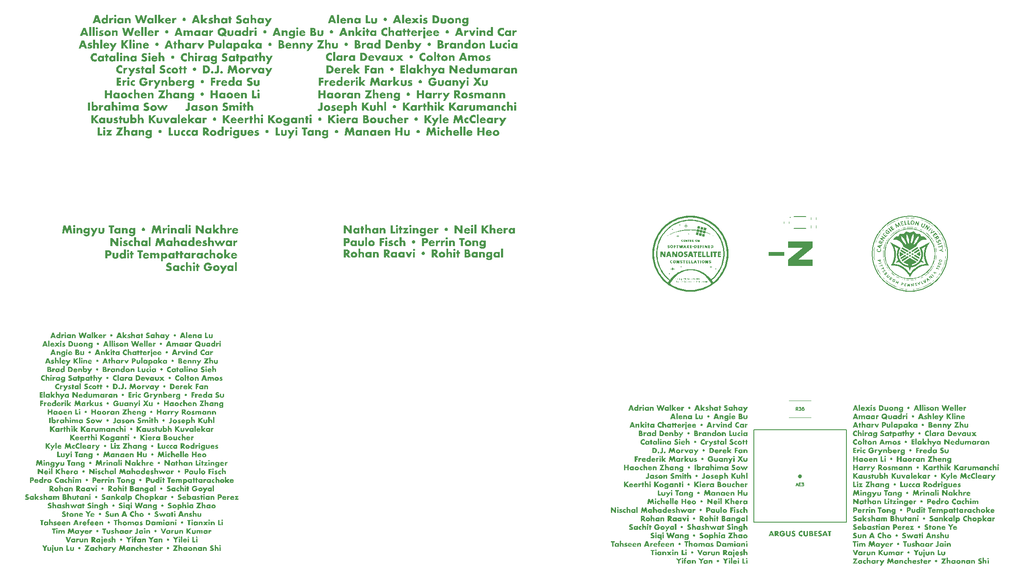
<source format=gbr>
%TF.GenerationSoftware,KiCad,Pcbnew,9.0.1*%
%TF.CreationDate,2025-06-24T16:04:44-04:00*%
%TF.ProjectId,-Z,2d5a2e6b-6963-4616-945f-706362585858,rev?*%
%TF.SameCoordinates,Original*%
%TF.FileFunction,Legend,Top*%
%TF.FilePolarity,Positive*%
%FSLAX46Y46*%
G04 Gerber Fmt 4.6, Leading zero omitted, Abs format (unit mm)*
G04 Created by KiCad (PCBNEW 9.0.1) date 2025-06-24 16:04:44*
%MOMM*%
%LPD*%
G01*
G04 APERTURE LIST*
%ADD10C,0.000000*%
%ADD11C,0.300000*%
%ADD12C,0.254000*%
%ADD13C,0.228600*%
%ADD14C,0.127000*%
%ADD15C,0.120000*%
%ADD16C,0.152400*%
%ADD17C,0.381000*%
G04 APERTURE END LIST*
D10*
G36*
X143114591Y-83160001D02*
G01*
X143118499Y-83160087D01*
X143122540Y-83160253D01*
X143126690Y-83160528D01*
X143130921Y-83160937D01*
X143133058Y-83161201D01*
X143135205Y-83161508D01*
X143137359Y-83161863D01*
X143139516Y-83162269D01*
X143134913Y-83182984D01*
X143131361Y-83182126D01*
X143127647Y-83181294D01*
X143123826Y-83180517D01*
X143119951Y-83179820D01*
X143116075Y-83179231D01*
X143112254Y-83178776D01*
X143108540Y-83178484D01*
X143106741Y-83178407D01*
X143104988Y-83178381D01*
X143101158Y-83178488D01*
X143097435Y-83178808D01*
X143093821Y-83179337D01*
X143090314Y-83180071D01*
X143086915Y-83181008D01*
X143083624Y-83182144D01*
X143080441Y-83183475D01*
X143077366Y-83184999D01*
X143074399Y-83186711D01*
X143071539Y-83188609D01*
X143068788Y-83190689D01*
X143066144Y-83192947D01*
X143063609Y-83195381D01*
X143061181Y-83197987D01*
X143058861Y-83200762D01*
X143056649Y-83203702D01*
X143054545Y-83206777D01*
X143052553Y-83209964D01*
X143050676Y-83213266D01*
X143048916Y-83216686D01*
X143047278Y-83220227D01*
X143045764Y-83223892D01*
X143044379Y-83227686D01*
X143043125Y-83231612D01*
X143042006Y-83235672D01*
X143041026Y-83239870D01*
X143040187Y-83244210D01*
X143039493Y-83248696D01*
X143038947Y-83253329D01*
X143038553Y-83258114D01*
X143038314Y-83263055D01*
X143038234Y-83268154D01*
X143038234Y-83397058D01*
X143017517Y-83397058D01*
X143017517Y-83164570D01*
X143035932Y-83164570D01*
X143038234Y-83206004D01*
X143040536Y-83206004D01*
X143042288Y-83203010D01*
X143044087Y-83200078D01*
X143045927Y-83197213D01*
X143047801Y-83194422D01*
X143049702Y-83191712D01*
X143051622Y-83189090D01*
X143053557Y-83186562D01*
X143055498Y-83184136D01*
X143057439Y-83181817D01*
X143059373Y-83179613D01*
X143061294Y-83177530D01*
X143063195Y-83175576D01*
X143065068Y-83173756D01*
X143066909Y-83172078D01*
X143068708Y-83170549D01*
X143070460Y-83169174D01*
X143072240Y-83167933D01*
X143074120Y-83166796D01*
X143076095Y-83165760D01*
X143078157Y-83164822D01*
X143080300Y-83163978D01*
X143082518Y-83163226D01*
X143084803Y-83162561D01*
X143087149Y-83161980D01*
X143089548Y-83161480D01*
X143091995Y-83161058D01*
X143094482Y-83160710D01*
X143097003Y-83160433D01*
X143099551Y-83160223D01*
X143102120Y-83160078D01*
X143104701Y-83159993D01*
X143107290Y-83159965D01*
X143114591Y-83160001D01*
G37*
G36*
X142329548Y-72800729D02*
G01*
X142592328Y-72811816D01*
X142848165Y-72829700D01*
X143096945Y-72853897D01*
X143338555Y-72883920D01*
X143572881Y-72919285D01*
X143799810Y-72959505D01*
X144019228Y-73004094D01*
X144231023Y-73052569D01*
X144435080Y-73104442D01*
X144631287Y-73159228D01*
X144819530Y-73216442D01*
X144999695Y-73275599D01*
X145171670Y-73336212D01*
X145490594Y-73459866D01*
X145775394Y-73583519D01*
X146025164Y-73703289D01*
X146238996Y-73815289D01*
X146415984Y-73915637D01*
X146555220Y-74000446D01*
X146655797Y-74065834D01*
X146737347Y-74122805D01*
X146415984Y-73939734D01*
X146025164Y-73752087D01*
X145775394Y-73646249D01*
X145490594Y-73536978D01*
X145171670Y-73427708D01*
X144819530Y-73321870D01*
X144435080Y-73222897D01*
X144019228Y-73134222D01*
X143572881Y-73059277D01*
X143096945Y-73001496D01*
X142592328Y-72964309D01*
X142059937Y-72951151D01*
X141790274Y-72954512D01*
X141527339Y-72964309D01*
X141271254Y-72980113D01*
X141022138Y-73001496D01*
X140780111Y-73028027D01*
X140545294Y-73059277D01*
X140317806Y-73094819D01*
X140097769Y-73134222D01*
X139885301Y-73177058D01*
X139680523Y-73222897D01*
X139483555Y-73271311D01*
X139294518Y-73321870D01*
X139113531Y-73374145D01*
X138940714Y-73427708D01*
X138620073Y-73536978D01*
X138333555Y-73646249D01*
X138082122Y-73752087D01*
X137866734Y-73851059D01*
X137688353Y-73939734D01*
X137547939Y-74014679D01*
X137446454Y-74072461D01*
X137364113Y-74122805D01*
X137688353Y-73915637D01*
X138082122Y-73703289D01*
X138333555Y-73583519D01*
X138620073Y-73459866D01*
X138940714Y-73336212D01*
X139294518Y-73216442D01*
X139680523Y-73104442D01*
X140097769Y-73004094D01*
X140545294Y-72919285D01*
X141022138Y-72853897D01*
X141527339Y-72811816D01*
X142059937Y-72796926D01*
X142329548Y-72800729D01*
G37*
G36*
X141950969Y-82651320D02*
G01*
X141954671Y-82651522D01*
X141958252Y-82651859D01*
X141961712Y-82652331D01*
X141965050Y-82652938D01*
X141968267Y-82653680D01*
X141971362Y-82654557D01*
X141974336Y-82655568D01*
X141977189Y-82656715D01*
X141979920Y-82657996D01*
X141982530Y-82659412D01*
X141985018Y-82660963D01*
X141987385Y-82662649D01*
X141989631Y-82664470D01*
X141991755Y-82666426D01*
X141993758Y-82668516D01*
X141995640Y-82670741D01*
X141997400Y-82673102D01*
X141999039Y-82675597D01*
X142000556Y-82678227D01*
X142001952Y-82680992D01*
X142003226Y-82683892D01*
X142004380Y-82686926D01*
X142005411Y-82690096D01*
X142006322Y-82693400D01*
X142007111Y-82696840D01*
X142007778Y-82700414D01*
X142008325Y-82704123D01*
X142008749Y-82707967D01*
X142009053Y-82711946D01*
X142009235Y-82716060D01*
X142009296Y-82720308D01*
X142009296Y-82837703D01*
X142039220Y-82837703D01*
X142039220Y-82849213D01*
X141924126Y-82849213D01*
X141924126Y-82837703D01*
X141949447Y-82837703D01*
X141949447Y-82704195D01*
X141949366Y-82698876D01*
X141949119Y-82694120D01*
X141948704Y-82689896D01*
X141948117Y-82686175D01*
X141947757Y-82684494D01*
X141947354Y-82682926D01*
X141946906Y-82681470D01*
X141946413Y-82680119D01*
X141945874Y-82678872D01*
X141945289Y-82677724D01*
X141944658Y-82676670D01*
X141943980Y-82675709D01*
X141943255Y-82674835D01*
X141942483Y-82674045D01*
X141941662Y-82673335D01*
X141940793Y-82672701D01*
X141939875Y-82672140D01*
X141938907Y-82671647D01*
X141937890Y-82671220D01*
X141936823Y-82670853D01*
X141934536Y-82670288D01*
X141932044Y-82669923D01*
X141929342Y-82669725D01*
X141926428Y-82669666D01*
X141924277Y-82669772D01*
X141922143Y-82670084D01*
X141920026Y-82670590D01*
X141917931Y-82671280D01*
X141915860Y-82672144D01*
X141913814Y-82673171D01*
X141911797Y-82674351D01*
X141909812Y-82675673D01*
X141907860Y-82677126D01*
X141905944Y-82678700D01*
X141904067Y-82680385D01*
X141902232Y-82682169D01*
X141900440Y-82684043D01*
X141898695Y-82685996D01*
X141895353Y-82690095D01*
X141892227Y-82694384D01*
X141889338Y-82698777D01*
X141886704Y-82703190D01*
X141884347Y-82707539D01*
X141882287Y-82711740D01*
X141880544Y-82715709D01*
X141879137Y-82719360D01*
X141878089Y-82722610D01*
X141878089Y-82837703D01*
X141903410Y-82837703D01*
X141903410Y-82849213D01*
X141788316Y-82849213D01*
X141788316Y-82837703D01*
X141818240Y-82837703D01*
X141818240Y-82669666D01*
X141788316Y-82669666D01*
X141788316Y-82658157D01*
X141875787Y-82658157D01*
X141875787Y-82692685D01*
X141876919Y-82690339D01*
X141878156Y-82688048D01*
X141879494Y-82685813D01*
X141880930Y-82683636D01*
X141882461Y-82681517D01*
X141884082Y-82679460D01*
X141885791Y-82677463D01*
X141887584Y-82675530D01*
X141889458Y-82673660D01*
X141891410Y-82671856D01*
X141893436Y-82670119D01*
X141895533Y-82668449D01*
X141897697Y-82666848D01*
X141899925Y-82665318D01*
X141902214Y-82663860D01*
X141904561Y-82662474D01*
X141906961Y-82661163D01*
X141909412Y-82659927D01*
X141911910Y-82658767D01*
X141914451Y-82657686D01*
X141917034Y-82656684D01*
X141919653Y-82655762D01*
X141922306Y-82654923D01*
X141924990Y-82654166D01*
X141927700Y-82653493D01*
X141930434Y-82652906D01*
X141933188Y-82652406D01*
X141935959Y-82651994D01*
X141938744Y-82651672D01*
X141941539Y-82651440D01*
X141944340Y-82651299D01*
X141947145Y-82651252D01*
X141950969Y-82651320D01*
G37*
G36*
X185138579Y-71734036D02*
G01*
X185407914Y-71695618D01*
X185448511Y-71829710D01*
X185002350Y-71893210D01*
X185002350Y-71893209D01*
X184887300Y-71085171D01*
X185043075Y-71063053D01*
X185138579Y-71734036D01*
G37*
G36*
X191477942Y-73806886D02*
G01*
X191372849Y-73887531D01*
X191178540Y-73634061D01*
X191024551Y-73752065D01*
X191174305Y-73947221D01*
X191083078Y-74044165D01*
X190920412Y-73831969D01*
X190741130Y-73969446D01*
X190942638Y-74232229D01*
X190837545Y-74312875D01*
X190541742Y-73927113D01*
X191189440Y-73430437D01*
X191477942Y-73806886D01*
G37*
G36*
X141687790Y-82653674D02*
G01*
X141693076Y-82654033D01*
X141698283Y-82654627D01*
X141703403Y-82655450D01*
X141708430Y-82656500D01*
X141713358Y-82657771D01*
X141718181Y-82659260D01*
X141722892Y-82660962D01*
X141727485Y-82662873D01*
X141731954Y-82664989D01*
X141736292Y-82667306D01*
X141740493Y-82669819D01*
X141744551Y-82672524D01*
X141748459Y-82675418D01*
X141752212Y-82678495D01*
X141755802Y-82681751D01*
X141759223Y-82685183D01*
X141762470Y-82688786D01*
X141765535Y-82692556D01*
X141768412Y-82696489D01*
X141771096Y-82700580D01*
X141773580Y-82704826D01*
X141775857Y-82709221D01*
X141777921Y-82713762D01*
X141779766Y-82718445D01*
X141781386Y-82723266D01*
X141782774Y-82728219D01*
X141783923Y-82733302D01*
X141784828Y-82738509D01*
X141785483Y-82743837D01*
X141785880Y-82749281D01*
X141786014Y-82754837D01*
X141785880Y-82760184D01*
X141785483Y-82765433D01*
X141784828Y-82770578D01*
X141783923Y-82775617D01*
X141782774Y-82780544D01*
X141781386Y-82785356D01*
X141779766Y-82790048D01*
X141777921Y-82794616D01*
X141775857Y-82799056D01*
X141773580Y-82803364D01*
X141771096Y-82807535D01*
X141768412Y-82811565D01*
X141765535Y-82815450D01*
X141762470Y-82819187D01*
X141759223Y-82822769D01*
X141755802Y-82826194D01*
X141752212Y-82829458D01*
X141748459Y-82832555D01*
X141744551Y-82835482D01*
X141740493Y-82838234D01*
X141736292Y-82840808D01*
X141731954Y-82843199D01*
X141727485Y-82845402D01*
X141722892Y-82847415D01*
X141718181Y-82849231D01*
X141713358Y-82850848D01*
X141708430Y-82852261D01*
X141703403Y-82853466D01*
X141698283Y-82854458D01*
X141693076Y-82855234D01*
X141687790Y-82855789D01*
X141682430Y-82856118D01*
X141677069Y-82855998D01*
X141671783Y-82855638D01*
X141666577Y-82855045D01*
X141661457Y-82854221D01*
X141656429Y-82853172D01*
X141651501Y-82851900D01*
X141646678Y-82850411D01*
X141641967Y-82848709D01*
X141637374Y-82846798D01*
X141632905Y-82844682D01*
X141628567Y-82842365D01*
X141624366Y-82839852D01*
X141620308Y-82837147D01*
X141616400Y-82834254D01*
X141612647Y-82831177D01*
X141609057Y-82827920D01*
X141605636Y-82824489D01*
X141602389Y-82820886D01*
X141599324Y-82817116D01*
X141596446Y-82813183D01*
X141593763Y-82809092D01*
X141591279Y-82804847D01*
X141589002Y-82800451D01*
X141587102Y-82796270D01*
X141645599Y-82796270D01*
X141645639Y-82799238D01*
X141645760Y-82802098D01*
X141645960Y-82804852D01*
X141646238Y-82807501D01*
X141646593Y-82810045D01*
X141647026Y-82812486D01*
X141647534Y-82814823D01*
X141648117Y-82817059D01*
X141648774Y-82819194D01*
X141649505Y-82821228D01*
X141650308Y-82823162D01*
X141651183Y-82824999D01*
X141652129Y-82826737D01*
X141653144Y-82828378D01*
X141654229Y-82829924D01*
X141655382Y-82831374D01*
X141656603Y-82832729D01*
X141657890Y-82833991D01*
X141659243Y-82835160D01*
X141660661Y-82836238D01*
X141662142Y-82837224D01*
X141663687Y-82838120D01*
X141665295Y-82838927D01*
X141666964Y-82839646D01*
X141668693Y-82840276D01*
X141670483Y-82840820D01*
X141672331Y-82841278D01*
X141674238Y-82841651D01*
X141676202Y-82841939D01*
X141678223Y-82842144D01*
X141680299Y-82842266D01*
X141682430Y-82842307D01*
X141686637Y-82842144D01*
X141690621Y-82841651D01*
X141692528Y-82841278D01*
X141694376Y-82840820D01*
X141696166Y-82840276D01*
X141697895Y-82839646D01*
X141699564Y-82838927D01*
X141701172Y-82838120D01*
X141702717Y-82837224D01*
X141704198Y-82836238D01*
X141705616Y-82835160D01*
X141706969Y-82833991D01*
X141708256Y-82832729D01*
X141709477Y-82831374D01*
X141710630Y-82829924D01*
X141711714Y-82828378D01*
X141712730Y-82826737D01*
X141713676Y-82824999D01*
X141714551Y-82823162D01*
X141715354Y-82821228D01*
X141716085Y-82819194D01*
X141716742Y-82817059D01*
X141717325Y-82814823D01*
X141717833Y-82812486D01*
X141718621Y-82807501D01*
X141719099Y-82802098D01*
X141719260Y-82796270D01*
X141719260Y-82711101D01*
X141719219Y-82708133D01*
X141719099Y-82705273D01*
X141718899Y-82702519D01*
X141718621Y-82699870D01*
X141718266Y-82697326D01*
X141717833Y-82694886D01*
X141717325Y-82692548D01*
X141716742Y-82690312D01*
X141716085Y-82688178D01*
X141715354Y-82686143D01*
X141714551Y-82684209D01*
X141713676Y-82682372D01*
X141712730Y-82680634D01*
X141711714Y-82678993D01*
X141710630Y-82677447D01*
X141709477Y-82675997D01*
X141708256Y-82674641D01*
X141706969Y-82673379D01*
X141705616Y-82672210D01*
X141704198Y-82671132D01*
X141702717Y-82670146D01*
X141701172Y-82669250D01*
X141699564Y-82668443D01*
X141697895Y-82667724D01*
X141696166Y-82667094D01*
X141694376Y-82666550D01*
X141692528Y-82666092D01*
X141690621Y-82665719D01*
X141688657Y-82665431D01*
X141686637Y-82665226D01*
X141684561Y-82665103D01*
X141682430Y-82665063D01*
X141678223Y-82665226D01*
X141674238Y-82665719D01*
X141672331Y-82666092D01*
X141670483Y-82666550D01*
X141668693Y-82667094D01*
X141666964Y-82667724D01*
X141665295Y-82668443D01*
X141663687Y-82669250D01*
X141662142Y-82670146D01*
X141660661Y-82671132D01*
X141659243Y-82672210D01*
X141657890Y-82673379D01*
X141656603Y-82674641D01*
X141655382Y-82675997D01*
X141654229Y-82677447D01*
X141653144Y-82678993D01*
X141652129Y-82680634D01*
X141651183Y-82682372D01*
X141650308Y-82684209D01*
X141649505Y-82686143D01*
X141648774Y-82688178D01*
X141648117Y-82690312D01*
X141647534Y-82692548D01*
X141647026Y-82694886D01*
X141646238Y-82699870D01*
X141645760Y-82705273D01*
X141645599Y-82711101D01*
X141645599Y-82796270D01*
X141587102Y-82796270D01*
X141586938Y-82795910D01*
X141585093Y-82791227D01*
X141583473Y-82786407D01*
X141582085Y-82781454D01*
X141580936Y-82776372D01*
X141580031Y-82771165D01*
X141579376Y-82765837D01*
X141578979Y-82760393D01*
X141578845Y-82754837D01*
X141578979Y-82749281D01*
X141579376Y-82743837D01*
X141580031Y-82738509D01*
X141580936Y-82733302D01*
X141582085Y-82728219D01*
X141583473Y-82723266D01*
X141585093Y-82718445D01*
X141586938Y-82713762D01*
X141588147Y-82711101D01*
X141589002Y-82709221D01*
X141591279Y-82704826D01*
X141593763Y-82700580D01*
X141596446Y-82696489D01*
X141599324Y-82692556D01*
X141602389Y-82688786D01*
X141605636Y-82685183D01*
X141609057Y-82681751D01*
X141612647Y-82678495D01*
X141616400Y-82675418D01*
X141620308Y-82672524D01*
X141624366Y-82669819D01*
X141628567Y-82667306D01*
X141632905Y-82664989D01*
X141637374Y-82662873D01*
X141641967Y-82660962D01*
X141646678Y-82659260D01*
X141651501Y-82657771D01*
X141656429Y-82656500D01*
X141661457Y-82655450D01*
X141666577Y-82654627D01*
X141671783Y-82654033D01*
X141677069Y-82653674D01*
X141682430Y-82653553D01*
X141687790Y-82653674D01*
G37*
G36*
X140360407Y-83157718D02*
G01*
X140364215Y-83157876D01*
X140367975Y-83158135D01*
X140371692Y-83158492D01*
X140375368Y-83158943D01*
X140379007Y-83159486D01*
X140382612Y-83160116D01*
X140386187Y-83160830D01*
X140389734Y-83161625D01*
X140393258Y-83162498D01*
X140400249Y-83164463D01*
X140407186Y-83166697D01*
X140414096Y-83169174D01*
X140407191Y-83187588D01*
X140399629Y-83185210D01*
X140392444Y-83183237D01*
X140385584Y-83181641D01*
X140378993Y-83180395D01*
X140372618Y-83179473D01*
X140366405Y-83178848D01*
X140360299Y-83178493D01*
X140354248Y-83178381D01*
X140349124Y-83178488D01*
X140344114Y-83178808D01*
X140339226Y-83179337D01*
X140334466Y-83180071D01*
X140329841Y-83181008D01*
X140325357Y-83182144D01*
X140321022Y-83183475D01*
X140316842Y-83184999D01*
X140312824Y-83186711D01*
X140308975Y-83188609D01*
X140305300Y-83190689D01*
X140301808Y-83192947D01*
X140298505Y-83195381D01*
X140295397Y-83197987D01*
X140292492Y-83200762D01*
X140289795Y-83203702D01*
X140287261Y-83207235D01*
X140284841Y-83210931D01*
X140282542Y-83214788D01*
X140280372Y-83218808D01*
X140278336Y-83222989D01*
X140276442Y-83227332D01*
X140274697Y-83231837D01*
X140273106Y-83236503D01*
X140271678Y-83241332D01*
X140270418Y-83246322D01*
X140269333Y-83251474D01*
X140268431Y-83256788D01*
X140267717Y-83262264D01*
X140267199Y-83267902D01*
X140266883Y-83273702D01*
X140266776Y-83279663D01*
X140266858Y-83285599D01*
X140267104Y-83291326D01*
X140267520Y-83296850D01*
X140268107Y-83302179D01*
X140268870Y-83307319D01*
X140269811Y-83312277D01*
X140270934Y-83317059D01*
X140272243Y-83321673D01*
X140273741Y-83326125D01*
X140275431Y-83330422D01*
X140277317Y-83334571D01*
X140279401Y-83338578D01*
X140281688Y-83342450D01*
X140284180Y-83346194D01*
X140286881Y-83349817D01*
X140289795Y-83353324D01*
X140292466Y-83356669D01*
X140295298Y-83359798D01*
X140298292Y-83362711D01*
X140301449Y-83365409D01*
X140304766Y-83367890D01*
X140308246Y-83370156D01*
X140311888Y-83372206D01*
X140315691Y-83374040D01*
X140319657Y-83375659D01*
X140323784Y-83377062D01*
X140328073Y-83378249D01*
X140332524Y-83379220D01*
X140337137Y-83379975D01*
X140341911Y-83380514D01*
X140346848Y-83380838D01*
X140351946Y-83380946D01*
X140355829Y-83380893D01*
X140359706Y-83380735D01*
X140363569Y-83380476D01*
X140367412Y-83380119D01*
X140371228Y-83379668D01*
X140375010Y-83379125D01*
X140378751Y-83378495D01*
X140382446Y-83377781D01*
X140386086Y-83376986D01*
X140389666Y-83376113D01*
X140393179Y-83375166D01*
X140396617Y-83374149D01*
X140399974Y-83373064D01*
X140403244Y-83371915D01*
X140406419Y-83370705D01*
X140409493Y-83369438D01*
X140409493Y-83390154D01*
X140406849Y-83391395D01*
X140404094Y-83392532D01*
X140401224Y-83393567D01*
X140398236Y-83394505D01*
X140395126Y-83395349D01*
X140391892Y-83396101D01*
X140388530Y-83396766D01*
X140385036Y-83397347D01*
X140381407Y-83397846D01*
X140377640Y-83398268D01*
X140373731Y-83398616D01*
X140369678Y-83398894D01*
X140365476Y-83399103D01*
X140361122Y-83399249D01*
X140351946Y-83399361D01*
X140345959Y-83399227D01*
X140340086Y-83398826D01*
X140334335Y-83398163D01*
X140328712Y-83397239D01*
X140323223Y-83396060D01*
X140317877Y-83394627D01*
X140312678Y-83392945D01*
X140307635Y-83391017D01*
X140302754Y-83388846D01*
X140298041Y-83386436D01*
X140293503Y-83383789D01*
X140289148Y-83380910D01*
X140284982Y-83377802D01*
X140281011Y-83374467D01*
X140277242Y-83370911D01*
X140273682Y-83367135D01*
X140270338Y-83363143D01*
X140267208Y-83358939D01*
X140264295Y-83354526D01*
X140261597Y-83349907D01*
X140259116Y-83345086D01*
X140256850Y-83340065D01*
X140254800Y-83334849D01*
X140252965Y-83329441D01*
X140251347Y-83323845D01*
X140249944Y-83318062D01*
X140248757Y-83312098D01*
X140247786Y-83305955D01*
X140247031Y-83299636D01*
X140246491Y-83293146D01*
X140246167Y-83286487D01*
X140246060Y-83279663D01*
X140246168Y-83272434D01*
X140246496Y-83265420D01*
X140247046Y-83258623D01*
X140247822Y-83252041D01*
X140248827Y-83245674D01*
X140250065Y-83239524D01*
X140251539Y-83233590D01*
X140253253Y-83227871D01*
X140255209Y-83222368D01*
X140257412Y-83217081D01*
X140259863Y-83212010D01*
X140262568Y-83207154D01*
X140265529Y-83202515D01*
X140268750Y-83198091D01*
X140272234Y-83193882D01*
X140275984Y-83189890D01*
X140279544Y-83186114D01*
X140283317Y-83182558D01*
X140287298Y-83179224D01*
X140291486Y-83176115D01*
X140295875Y-83173236D01*
X140300464Y-83170590D01*
X140305248Y-83168180D01*
X140310224Y-83166009D01*
X140315389Y-83164081D01*
X140320740Y-83162399D01*
X140326273Y-83160966D01*
X140331984Y-83159787D01*
X140337871Y-83158863D01*
X140343929Y-83158200D01*
X140350157Y-83157799D01*
X140356549Y-83157665D01*
X140360407Y-83157718D01*
G37*
G36*
X141010283Y-79106365D02*
G01*
X140867566Y-79106365D01*
X140867566Y-79562136D01*
X140708737Y-79562136D01*
X140708737Y-79106365D01*
X140566020Y-79106365D01*
X140566020Y-78977460D01*
X141010283Y-78977460D01*
X141010283Y-79106365D01*
G37*
G36*
X145478221Y-79382590D02*
G01*
X145480523Y-79382590D01*
X145479003Y-79360785D01*
X145477861Y-79340221D01*
X145477043Y-79320844D01*
X145476494Y-79302600D01*
X145475991Y-79269294D01*
X145475919Y-79239873D01*
X145475919Y-78975158D01*
X145616333Y-78975158D01*
X145616333Y-79562136D01*
X145614032Y-79562136D01*
X145406863Y-79562136D01*
X145192788Y-79150100D01*
X145188186Y-79150100D01*
X145191206Y-79195814D01*
X145193364Y-79236133D01*
X145194659Y-79270841D01*
X145195091Y-79299722D01*
X145195091Y-79562136D01*
X145056978Y-79562136D01*
X145056978Y-78975158D01*
X145264147Y-78975158D01*
X145478221Y-79382590D01*
G37*
G36*
X139327612Y-83394758D02*
G01*
X139306895Y-83394758D01*
X139306895Y-83063286D01*
X139327612Y-83063286D01*
X139327612Y-83394758D01*
G37*
G36*
X142538485Y-74829966D02*
G01*
X142557614Y-74831418D01*
X142575402Y-74833835D01*
X142591850Y-74837214D01*
X142606964Y-74841549D01*
X142614020Y-74844075D01*
X142620745Y-74846839D01*
X142627137Y-74849841D01*
X142633198Y-74853080D01*
X142638927Y-74856556D01*
X142644326Y-74860268D01*
X142649394Y-74864217D01*
X142654131Y-74868401D01*
X142658540Y-74872820D01*
X142662619Y-74877474D01*
X142666369Y-74882362D01*
X142669792Y-74887485D01*
X142672886Y-74892840D01*
X142675652Y-74898429D01*
X142678092Y-74904251D01*
X142680205Y-74910304D01*
X142681992Y-74916590D01*
X142683453Y-74923107D01*
X142684588Y-74929855D01*
X142685399Y-74936833D01*
X142686047Y-74951480D01*
X142685776Y-74960409D01*
X142684963Y-74969068D01*
X142683604Y-74977457D01*
X142681695Y-74985577D01*
X142679233Y-74993427D01*
X142676214Y-75001007D01*
X142672636Y-75008317D01*
X142668495Y-75015357D01*
X142663787Y-75022128D01*
X142658510Y-75028629D01*
X142652659Y-75034860D01*
X142646232Y-75040822D01*
X142639224Y-75046514D01*
X142631634Y-75051936D01*
X142623456Y-75057088D01*
X142614689Y-75061971D01*
X142734387Y-75241516D01*
X142607783Y-75241516D01*
X142520312Y-75089593D01*
X142494992Y-75089593D01*
X142494992Y-75091895D01*
X142494992Y-75243818D01*
X142382199Y-75243818D01*
X142382199Y-75009027D01*
X142382199Y-74912348D01*
X142492690Y-74912348D01*
X142492690Y-75009027D01*
X142494992Y-75009027D01*
X142515709Y-75009027D01*
X142522804Y-75008812D01*
X142526170Y-75008544D01*
X142529416Y-75008169D01*
X142532543Y-75007687D01*
X142535550Y-75007100D01*
X142538439Y-75006408D01*
X142541209Y-75005610D01*
X142543861Y-75004709D01*
X142546395Y-75003703D01*
X142548813Y-75002593D01*
X142551113Y-75001380D01*
X142553297Y-75000064D01*
X142555366Y-74998646D01*
X142557318Y-74997126D01*
X142559156Y-74995504D01*
X142560879Y-74993781D01*
X142562488Y-74991957D01*
X142563983Y-74990033D01*
X142565365Y-74988009D01*
X142566634Y-74985886D01*
X142567790Y-74983663D01*
X142568834Y-74981342D01*
X142569766Y-74978923D01*
X142570587Y-74976406D01*
X142571298Y-74973792D01*
X142571898Y-74971080D01*
X142572387Y-74968272D01*
X142572768Y-74965368D01*
X142573039Y-74962369D01*
X142573255Y-74956084D01*
X142573201Y-74953528D01*
X142573039Y-74951041D01*
X142572768Y-74948622D01*
X142572387Y-74946274D01*
X142571898Y-74943997D01*
X142571298Y-74941791D01*
X142570587Y-74939657D01*
X142569766Y-74937597D01*
X142568834Y-74935611D01*
X142567790Y-74933700D01*
X142566634Y-74931865D01*
X142565365Y-74930107D01*
X142563983Y-74928426D01*
X142562488Y-74926824D01*
X142560879Y-74925301D01*
X142559156Y-74923858D01*
X142557318Y-74922496D01*
X142555366Y-74921215D01*
X142553297Y-74920018D01*
X142551113Y-74918903D01*
X142548813Y-74917873D01*
X142546395Y-74916929D01*
X142543861Y-74916070D01*
X142541209Y-74915298D01*
X142538439Y-74914613D01*
X142535550Y-74914018D01*
X142532543Y-74913511D01*
X142529416Y-74913095D01*
X142526170Y-74912770D01*
X142522804Y-74912536D01*
X142519317Y-74912396D01*
X142515709Y-74912348D01*
X142492690Y-74912348D01*
X142382199Y-74912348D01*
X142382199Y-74829481D01*
X142518011Y-74829481D01*
X142538485Y-74829966D01*
G37*
G36*
X145989237Y-76051777D02*
G01*
X145800483Y-76051777D01*
X145800483Y-76143851D01*
X145975427Y-76143851D01*
X145975427Y-76270454D01*
X145800483Y-76270454D01*
X145800483Y-76380944D01*
X145989237Y-76380944D01*
X145989237Y-76512152D01*
X145641655Y-76512152D01*
X145641655Y-75925173D01*
X145989237Y-75925173D01*
X145989237Y-76051777D01*
G37*
G36*
X142221068Y-82554573D02*
G01*
X142193446Y-82554573D01*
X142193446Y-82741024D01*
X142194401Y-82751240D01*
X142195586Y-82761139D01*
X142197067Y-82770674D01*
X142198913Y-82779797D01*
X142201190Y-82788462D01*
X142202511Y-82792607D01*
X142203966Y-82796621D01*
X142205562Y-82800496D01*
X142207308Y-82804227D01*
X142209213Y-82807808D01*
X142211285Y-82811233D01*
X142213532Y-82814496D01*
X142215963Y-82817591D01*
X142218586Y-82820513D01*
X142221410Y-82823255D01*
X142224442Y-82825811D01*
X142227693Y-82828177D01*
X142231169Y-82830345D01*
X142234879Y-82832309D01*
X142238833Y-82834065D01*
X142243037Y-82835606D01*
X142247501Y-82836926D01*
X142252233Y-82838019D01*
X142257242Y-82838880D01*
X142262536Y-82839502D01*
X142268123Y-82839879D01*
X142274011Y-82840006D01*
X142280908Y-82839707D01*
X142287751Y-82838801D01*
X142294486Y-82837275D01*
X142301059Y-82835115D01*
X142304268Y-82833793D01*
X142307416Y-82832307D01*
X142310497Y-82830656D01*
X142313503Y-82828838D01*
X142316429Y-82826852D01*
X142319267Y-82824695D01*
X142322010Y-82822367D01*
X142324653Y-82819864D01*
X142327187Y-82817187D01*
X142329607Y-82814332D01*
X142331906Y-82811299D01*
X142334076Y-82808085D01*
X142336111Y-82804689D01*
X142338005Y-82801110D01*
X142339751Y-82797345D01*
X142341341Y-82793393D01*
X142342770Y-82789252D01*
X142344030Y-82784920D01*
X142345114Y-82780397D01*
X142346017Y-82775679D01*
X142346730Y-82770766D01*
X142347249Y-82765656D01*
X142347564Y-82760347D01*
X142347671Y-82754837D01*
X142347671Y-82586800D01*
X142347640Y-82582265D01*
X142347527Y-82578145D01*
X142347307Y-82574423D01*
X142346952Y-82571082D01*
X142346715Y-82569549D01*
X142346435Y-82568105D01*
X142346107Y-82566748D01*
X142345729Y-82565476D01*
X142345297Y-82564286D01*
X142344808Y-82563176D01*
X142344257Y-82562146D01*
X142343643Y-82561191D01*
X142342962Y-82560311D01*
X142342209Y-82559502D01*
X142341382Y-82558764D01*
X142340478Y-82558093D01*
X142339493Y-82557489D01*
X142338424Y-82556948D01*
X142337267Y-82556468D01*
X142336018Y-82556048D01*
X142334676Y-82555685D01*
X142333235Y-82555378D01*
X142331694Y-82555123D01*
X142330048Y-82554920D01*
X142328294Y-82554765D01*
X142326429Y-82554657D01*
X142322351Y-82554573D01*
X142317747Y-82554573D01*
X142317747Y-82543064D01*
X142393709Y-82543064D01*
X142393709Y-82554573D01*
X142384501Y-82554573D01*
X142381587Y-82554631D01*
X142378886Y-82554821D01*
X142376394Y-82555165D01*
X142374107Y-82555688D01*
X142373040Y-82556024D01*
X142372023Y-82556414D01*
X142371055Y-82556860D01*
X142370137Y-82557365D01*
X142369268Y-82557933D01*
X142368447Y-82558566D01*
X142367675Y-82559268D01*
X142366950Y-82560040D01*
X142366272Y-82560887D01*
X142365641Y-82561811D01*
X142365056Y-82562815D01*
X142364517Y-82563902D01*
X142364024Y-82565075D01*
X142363576Y-82566337D01*
X142363173Y-82567691D01*
X142362813Y-82569140D01*
X142362498Y-82570686D01*
X142362226Y-82572333D01*
X142361811Y-82575942D01*
X142361564Y-82579988D01*
X142361483Y-82584497D01*
X142361483Y-82750232D01*
X142361075Y-82762042D01*
X142359842Y-82773287D01*
X142358910Y-82778688D01*
X142357765Y-82783937D01*
X142356406Y-82789032D01*
X142354829Y-82793967D01*
X142353033Y-82798741D01*
X142351016Y-82803350D01*
X142348775Y-82807790D01*
X142346309Y-82812059D01*
X142343616Y-82816152D01*
X142340692Y-82820066D01*
X142337537Y-82823798D01*
X142334148Y-82827345D01*
X142330523Y-82830703D01*
X142326660Y-82833868D01*
X142322556Y-82836838D01*
X142318210Y-82839609D01*
X142313620Y-82842178D01*
X142308783Y-82844541D01*
X142303697Y-82846696D01*
X142298361Y-82848637D01*
X142292772Y-82850363D01*
X142286927Y-82851870D01*
X142280826Y-82853154D01*
X142274465Y-82854212D01*
X142267843Y-82855041D01*
X142260958Y-82855637D01*
X142253807Y-82855998D01*
X142246388Y-82856118D01*
X142239774Y-82855998D01*
X142233311Y-82855637D01*
X142227004Y-82855039D01*
X142220857Y-82854208D01*
X142214873Y-82853145D01*
X142209057Y-82851855D01*
X142203412Y-82850339D01*
X142197941Y-82848601D01*
X142192650Y-82846644D01*
X142187541Y-82844471D01*
X142182618Y-82842085D01*
X142177885Y-82839488D01*
X142173347Y-82836684D01*
X142169006Y-82833676D01*
X142164866Y-82830466D01*
X142160932Y-82827057D01*
X142157206Y-82823453D01*
X142153694Y-82819656D01*
X142150398Y-82815670D01*
X142147323Y-82811497D01*
X142144471Y-82807140D01*
X142141848Y-82802603D01*
X142139457Y-82797887D01*
X142137301Y-82792997D01*
X142135385Y-82787935D01*
X142133712Y-82782703D01*
X142132286Y-82777306D01*
X142131111Y-82771745D01*
X142130190Y-82766025D01*
X142129528Y-82760147D01*
X142129127Y-82754115D01*
X142128993Y-82747931D01*
X142128993Y-82554573D01*
X142099069Y-82554573D01*
X142096767Y-82554573D01*
X142096767Y-82543064D01*
X142221068Y-82543064D01*
X142221068Y-82554573D01*
G37*
G36*
X142472783Y-80785249D02*
G01*
X142826003Y-80821692D01*
X143171737Y-80881442D01*
X143509183Y-80963689D01*
X143837539Y-81067624D01*
X144156001Y-81192438D01*
X144463768Y-81337322D01*
X144760037Y-81501465D01*
X145044005Y-81684060D01*
X145314870Y-81884296D01*
X145571829Y-82101364D01*
X145814080Y-82334456D01*
X146040820Y-82582762D01*
X146251247Y-82845473D01*
X146444558Y-83121779D01*
X146619951Y-83410871D01*
X146597641Y-83429212D01*
X146531641Y-83480919D01*
X146482693Y-83517731D01*
X146423345Y-83561020D01*
X146353772Y-83610165D01*
X146274149Y-83664543D01*
X146184649Y-83723533D01*
X146085447Y-83786515D01*
X145976718Y-83852865D01*
X145858635Y-83921963D01*
X145731373Y-83993186D01*
X145595106Y-84065914D01*
X145450010Y-84139525D01*
X145296257Y-84213397D01*
X145403054Y-84159661D01*
X145503225Y-84106813D01*
X145596735Y-84055209D01*
X145683546Y-84005206D01*
X145836926Y-83911423D01*
X145963074Y-83828310D01*
X146061697Y-83758713D01*
X146132504Y-83705477D01*
X146189501Y-83659473D01*
X146025390Y-83361640D01*
X145845991Y-83077229D01*
X145651985Y-82807042D01*
X145444053Y-82551876D01*
X145222876Y-82312531D01*
X144989136Y-82089806D01*
X144743513Y-81884500D01*
X144486689Y-81697412D01*
X144354289Y-81610950D01*
X144219344Y-81529342D01*
X144081940Y-81452689D01*
X143942161Y-81381089D01*
X143800092Y-81314643D01*
X143655819Y-81253451D01*
X143509427Y-81197613D01*
X143361000Y-81147228D01*
X143210625Y-81102397D01*
X143058386Y-81063219D01*
X142904368Y-81029795D01*
X142748656Y-81002223D01*
X142591337Y-80980605D01*
X142432494Y-80965040D01*
X142272213Y-80955627D01*
X142110578Y-80952468D01*
X141788663Y-80965040D01*
X141472500Y-81002223D01*
X141162771Y-81063219D01*
X140860157Y-81147228D01*
X140565338Y-81253451D01*
X140278996Y-81381089D01*
X140001813Y-81529342D01*
X139734468Y-81697412D01*
X139477644Y-81884500D01*
X139232021Y-82089806D01*
X138998281Y-82312531D01*
X138777104Y-82551876D01*
X138569172Y-82807042D01*
X138375166Y-83077229D01*
X138195767Y-83361640D01*
X138031656Y-83659473D01*
X138067863Y-83690801D01*
X138112599Y-83727615D01*
X138175055Y-83776443D01*
X138255206Y-83835721D01*
X138353027Y-83903885D01*
X138468491Y-83979371D01*
X138601574Y-84060615D01*
X138752250Y-84146052D01*
X138834177Y-84189855D01*
X138920493Y-84234119D01*
X139011195Y-84278649D01*
X139106278Y-84323251D01*
X139205741Y-84367728D01*
X139309580Y-84411884D01*
X139417791Y-84455525D01*
X139530372Y-84498454D01*
X139647319Y-84540477D01*
X139768629Y-84581397D01*
X139894299Y-84621019D01*
X140024326Y-84659148D01*
X140117250Y-84684347D01*
X139971760Y-84647368D01*
X139667047Y-84555058D01*
X139383303Y-84455267D01*
X139120536Y-84350047D01*
X138878752Y-84241450D01*
X138657957Y-84131528D01*
X138458158Y-84022333D01*
X138279361Y-83915916D01*
X138121571Y-83814331D01*
X137984797Y-83719628D01*
X137774316Y-83559081D01*
X137605809Y-83410871D01*
X137691222Y-83264777D01*
X137781228Y-83121779D01*
X137875723Y-82981977D01*
X137974608Y-82845473D01*
X138077780Y-82712367D01*
X138185138Y-82582762D01*
X138296580Y-82456758D01*
X138412005Y-82334456D01*
X138531311Y-82215958D01*
X138654396Y-82101364D01*
X138781159Y-81990777D01*
X138911498Y-81884296D01*
X139045312Y-81782023D01*
X139182500Y-81684060D01*
X139322959Y-81590507D01*
X139466587Y-81501465D01*
X139613285Y-81417036D01*
X139762949Y-81337322D01*
X139915478Y-81262422D01*
X140070771Y-81192438D01*
X140228726Y-81127472D01*
X140389242Y-81067624D01*
X140552217Y-81012996D01*
X140717549Y-80963689D01*
X140885136Y-80919804D01*
X141054878Y-80881442D01*
X141226673Y-80848705D01*
X141400419Y-80821692D01*
X141576014Y-80800507D01*
X141753357Y-80785249D01*
X141932346Y-80776020D01*
X142112880Y-80772921D01*
X142472783Y-80785249D01*
G37*
G36*
X140297438Y-84730144D02*
G01*
X140158707Y-84695588D01*
X140117250Y-84684347D01*
X140297438Y-84730144D01*
G37*
G36*
X144014229Y-83394758D02*
G01*
X143993512Y-83394758D01*
X143993512Y-83162269D01*
X144014229Y-83162269D01*
X144014229Y-83394758D01*
G37*
G36*
X191840420Y-80720460D02*
G01*
X191789198Y-80814513D01*
X191383857Y-80593342D01*
X191367451Y-80715791D01*
X191287652Y-80685735D01*
X191298025Y-80532193D01*
X191343321Y-80449177D01*
X191840420Y-80720460D01*
G37*
G36*
X139194808Y-82531620D02*
G01*
X139197788Y-82531813D01*
X139200739Y-82532123D01*
X139203661Y-82532543D01*
X139206552Y-82533065D01*
X139209412Y-82533679D01*
X139215036Y-82535151D01*
X139220524Y-82536893D01*
X139225871Y-82538838D01*
X139231069Y-82540917D01*
X139236112Y-82543064D01*
X139245706Y-82547290D01*
X139250244Y-82549235D01*
X139254599Y-82550977D01*
X139258766Y-82552449D01*
X139262737Y-82553584D01*
X139264647Y-82554004D01*
X139266505Y-82554315D01*
X139268312Y-82554507D01*
X139270065Y-82554573D01*
X139270915Y-82554560D01*
X139271737Y-82554520D01*
X139272533Y-82554452D01*
X139273302Y-82554358D01*
X139274044Y-82554236D01*
X139274758Y-82554088D01*
X139275446Y-82553913D01*
X139276107Y-82553710D01*
X139276741Y-82553481D01*
X139277348Y-82553225D01*
X139277928Y-82552941D01*
X139278481Y-82552631D01*
X139279007Y-82552294D01*
X139279506Y-82551930D01*
X139279978Y-82551539D01*
X139280423Y-82551121D01*
X139280841Y-82550676D01*
X139281232Y-82550203D01*
X139281597Y-82549704D01*
X139281934Y-82549178D01*
X139282244Y-82548625D01*
X139282527Y-82548045D01*
X139282783Y-82547438D01*
X139283013Y-82546805D01*
X139283215Y-82546144D01*
X139283390Y-82545456D01*
X139283539Y-82544741D01*
X139283660Y-82543999D01*
X139283755Y-82543230D01*
X139283822Y-82542435D01*
X139283862Y-82541612D01*
X139283876Y-82540762D01*
X139295385Y-82540762D01*
X139299989Y-82540762D01*
X139299989Y-82644347D01*
X139288479Y-82644347D01*
X139286864Y-82636002D01*
X139284618Y-82627438D01*
X139281758Y-82618759D01*
X139278301Y-82610070D01*
X139274264Y-82601476D01*
X139269665Y-82593080D01*
X139264519Y-82584988D01*
X139261746Y-82581089D01*
X139258843Y-82577304D01*
X139255812Y-82573648D01*
X139252655Y-82570133D01*
X139249374Y-82566772D01*
X139245972Y-82563578D01*
X139242449Y-82560565D01*
X139238809Y-82557746D01*
X139235054Y-82555132D01*
X139231185Y-82552739D01*
X139227204Y-82550578D01*
X139223115Y-82548663D01*
X139218919Y-82547007D01*
X139214617Y-82545622D01*
X139210213Y-82544522D01*
X139205708Y-82543721D01*
X139201105Y-82543230D01*
X139196405Y-82543064D01*
X139188396Y-82543505D01*
X139180782Y-82544867D01*
X139173579Y-82547206D01*
X139166804Y-82550581D01*
X139160474Y-82555048D01*
X139154607Y-82560665D01*
X139149218Y-82567489D01*
X139144325Y-82575578D01*
X139139944Y-82584988D01*
X139136093Y-82595777D01*
X139132788Y-82608003D01*
X139130046Y-82621723D01*
X139127884Y-82636994D01*
X139126319Y-82653873D01*
X139125368Y-82672418D01*
X139125047Y-82692685D01*
X139125266Y-82712221D01*
X139125937Y-82730275D01*
X139126448Y-82738757D01*
X139127080Y-82746880D01*
X139127835Y-82754648D01*
X139128715Y-82762065D01*
X139129724Y-82769135D01*
X139130863Y-82775862D01*
X139132136Y-82782248D01*
X139133544Y-82788299D01*
X139135090Y-82794017D01*
X139136778Y-82799407D01*
X139138608Y-82804473D01*
X139140584Y-82809218D01*
X139142709Y-82813646D01*
X139144985Y-82817760D01*
X139147414Y-82821566D01*
X139149999Y-82825066D01*
X139152742Y-82828264D01*
X139155647Y-82831164D01*
X139158715Y-82833769D01*
X139161949Y-82836085D01*
X139165351Y-82838114D01*
X139168925Y-82839860D01*
X139172672Y-82841327D01*
X139176596Y-82842518D01*
X139180698Y-82843439D01*
X139184982Y-82844091D01*
X139189449Y-82844480D01*
X139194103Y-82844609D01*
X139199201Y-82844462D01*
X139204139Y-82844031D01*
X139208918Y-82843327D01*
X139213538Y-82842361D01*
X139218002Y-82841146D01*
X139222310Y-82839693D01*
X139226464Y-82838014D01*
X139230465Y-82836121D01*
X139234314Y-82834025D01*
X139238013Y-82831740D01*
X139241563Y-82829275D01*
X139244964Y-82826644D01*
X139248219Y-82823857D01*
X139251329Y-82820927D01*
X139254294Y-82817866D01*
X139257117Y-82814685D01*
X139262338Y-82808011D01*
X139267003Y-82800999D01*
X139271122Y-82793745D01*
X139274704Y-82786343D01*
X139277761Y-82778887D01*
X139280302Y-82771471D01*
X139282337Y-82764189D01*
X139283876Y-82757138D01*
X139286178Y-82741024D01*
X139297687Y-82741024D01*
X139297687Y-82849213D01*
X139286178Y-82849213D01*
X139286150Y-82847489D01*
X139286061Y-82845778D01*
X139285905Y-82844095D01*
X139285674Y-82842451D01*
X139285529Y-82841649D01*
X139285363Y-82840862D01*
X139285175Y-82840092D01*
X139284964Y-82839340D01*
X139284729Y-82838609D01*
X139284471Y-82837899D01*
X139284186Y-82837213D01*
X139283876Y-82836553D01*
X139283539Y-82835919D01*
X139283174Y-82835314D01*
X139282780Y-82834739D01*
X139282356Y-82834197D01*
X139281903Y-82833688D01*
X139281418Y-82833214D01*
X139280901Y-82832778D01*
X139280351Y-82832380D01*
X139279768Y-82832023D01*
X139279150Y-82831708D01*
X139278496Y-82831437D01*
X139277807Y-82831211D01*
X139277080Y-82831033D01*
X139276315Y-82830903D01*
X139275512Y-82830824D01*
X139274669Y-82830797D01*
X139271992Y-82831082D01*
X139269116Y-82831885D01*
X139266004Y-82833134D01*
X139262620Y-82834754D01*
X139254882Y-82838809D01*
X139245607Y-82843458D01*
X139240301Y-82845819D01*
X139234498Y-82848107D01*
X139228163Y-82850246D01*
X139221258Y-82852162D01*
X139213746Y-82853782D01*
X139205590Y-82855030D01*
X139196753Y-82855834D01*
X139187197Y-82856118D01*
X139179099Y-82855892D01*
X139171206Y-82855220D01*
X139163522Y-82854119D01*
X139156050Y-82852603D01*
X139148794Y-82850685D01*
X139141758Y-82848380D01*
X139134944Y-82845703D01*
X139128356Y-82842667D01*
X139121997Y-82839287D01*
X139115871Y-82835578D01*
X139109980Y-82831554D01*
X139104330Y-82827228D01*
X139098922Y-82822616D01*
X139093760Y-82817732D01*
X139088848Y-82812590D01*
X139084188Y-82807204D01*
X139079785Y-82801589D01*
X139075642Y-82795758D01*
X139071761Y-82789728D01*
X139068147Y-82783511D01*
X139064803Y-82777122D01*
X139061731Y-82770575D01*
X139056422Y-82757066D01*
X139052245Y-82743099D01*
X139049229Y-82728787D01*
X139047399Y-82714247D01*
X139046783Y-82699591D01*
X139046944Y-82692223D01*
X139047425Y-82684807D01*
X139048222Y-82677360D01*
X139049332Y-82669901D01*
X139050750Y-82662448D01*
X139052473Y-82655022D01*
X139054497Y-82647639D01*
X139056818Y-82640318D01*
X139059432Y-82633078D01*
X139062336Y-82625938D01*
X139065525Y-82618916D01*
X139068997Y-82612030D01*
X139072747Y-82605300D01*
X139076771Y-82598743D01*
X139081065Y-82592378D01*
X139085627Y-82586224D01*
X139090452Y-82580299D01*
X139095535Y-82574622D01*
X139100874Y-82569212D01*
X139106465Y-82564086D01*
X139112304Y-82559264D01*
X139118387Y-82554764D01*
X139124710Y-82550605D01*
X139131269Y-82546804D01*
X139138061Y-82543382D01*
X139145082Y-82540355D01*
X139152328Y-82537743D01*
X139159795Y-82535565D01*
X139167480Y-82533838D01*
X139175378Y-82532582D01*
X139183486Y-82531814D01*
X139191801Y-82531554D01*
X139194808Y-82531620D01*
G37*
G36*
X141440332Y-83079620D02*
G01*
X141445798Y-83079901D01*
X141451199Y-83080299D01*
X141456533Y-83080819D01*
X141461796Y-83081464D01*
X141466984Y-83082237D01*
X141472096Y-83083141D01*
X141477126Y-83084180D01*
X141482072Y-83085357D01*
X141486930Y-83086676D01*
X141491698Y-83088140D01*
X141496371Y-83089753D01*
X141500946Y-83091517D01*
X141505420Y-83093436D01*
X141509789Y-83095513D01*
X141500581Y-83116232D01*
X141497049Y-83114128D01*
X141493366Y-83112136D01*
X141489540Y-83110258D01*
X141485583Y-83108498D01*
X141481505Y-83106860D01*
X141477316Y-83105347D01*
X141473025Y-83103961D01*
X141468643Y-83102707D01*
X141464180Y-83101588D01*
X141459647Y-83100607D01*
X141455053Y-83099768D01*
X141450408Y-83099074D01*
X141445723Y-83098528D01*
X141441007Y-83098134D01*
X141436271Y-83097895D01*
X141431525Y-83097815D01*
X141424296Y-83097950D01*
X141417278Y-83098359D01*
X141410469Y-83099044D01*
X141403867Y-83100009D01*
X141397466Y-83101257D01*
X141391265Y-83102792D01*
X141385259Y-83104617D01*
X141379445Y-83106735D01*
X141373820Y-83109150D01*
X141368381Y-83111865D01*
X141363124Y-83114883D01*
X141358045Y-83118209D01*
X141353142Y-83121844D01*
X141348411Y-83125793D01*
X141343848Y-83130059D01*
X141339450Y-83134646D01*
X141335269Y-83139368D01*
X141331358Y-83144323D01*
X141327716Y-83149513D01*
X141324344Y-83154936D01*
X141321242Y-83160592D01*
X141318410Y-83166482D01*
X141315847Y-83172606D01*
X141313554Y-83178963D01*
X141311531Y-83185554D01*
X141309778Y-83192378D01*
X141308294Y-83199437D01*
X141307080Y-83206728D01*
X141306136Y-83214253D01*
X141305462Y-83222012D01*
X141305057Y-83230004D01*
X141304922Y-83238230D01*
X141305057Y-83246323D01*
X141305457Y-83254199D01*
X141306121Y-83261860D01*
X141307044Y-83269305D01*
X141308224Y-83276534D01*
X141309656Y-83283548D01*
X141311338Y-83290345D01*
X141313267Y-83296927D01*
X141315437Y-83303293D01*
X141317848Y-83309444D01*
X141320494Y-83315378D01*
X141323373Y-83321097D01*
X141326481Y-83326600D01*
X141329816Y-83331888D01*
X141333372Y-83336959D01*
X141337148Y-83341815D01*
X141341141Y-83346401D01*
X141345349Y-83350667D01*
X141349773Y-83354616D01*
X141354412Y-83358251D01*
X141359268Y-83361576D01*
X141364339Y-83364595D01*
X141369626Y-83367310D01*
X141375129Y-83369724D01*
X141380848Y-83371842D01*
X141386782Y-83373667D01*
X141392933Y-83375202D01*
X141399299Y-83376450D01*
X141405881Y-83377415D01*
X141412678Y-83378100D01*
X141419692Y-83378509D01*
X141426921Y-83378644D01*
X141436407Y-83378532D01*
X141445840Y-83378177D01*
X141455164Y-83377552D01*
X141464327Y-83376630D01*
X141473274Y-83375385D01*
X141477649Y-83374633D01*
X141481951Y-83373789D01*
X141486171Y-83372851D01*
X141490304Y-83371816D01*
X141494342Y-83370679D01*
X141498280Y-83369438D01*
X141498280Y-83387852D01*
X141490291Y-83390329D01*
X141486126Y-83391478D01*
X141481843Y-83392563D01*
X141477439Y-83393581D01*
X141472910Y-83394528D01*
X141468252Y-83395401D01*
X141463464Y-83396196D01*
X141458540Y-83396910D01*
X141453479Y-83397540D01*
X141448275Y-83398083D01*
X141442927Y-83398534D01*
X141437430Y-83398891D01*
X141431782Y-83399150D01*
X141425978Y-83399308D01*
X141420016Y-83399361D01*
X141412057Y-83399199D01*
X141404296Y-83398714D01*
X141396733Y-83397905D01*
X141389368Y-83396772D01*
X141382201Y-83395315D01*
X141375232Y-83393535D01*
X141368461Y-83391431D01*
X141361888Y-83389003D01*
X141355513Y-83386251D01*
X141349336Y-83383176D01*
X141343357Y-83379778D01*
X141337576Y-83376055D01*
X141331992Y-83372009D01*
X141326607Y-83367639D01*
X141321420Y-83362945D01*
X141316431Y-83357928D01*
X141311845Y-83352614D01*
X141307579Y-83347026D01*
X141303630Y-83341161D01*
X141299995Y-83335017D01*
X141296669Y-83328590D01*
X141293651Y-83321876D01*
X141290936Y-83314872D01*
X141288521Y-83307574D01*
X141286403Y-83299980D01*
X141284578Y-83292086D01*
X141283044Y-83283888D01*
X141281795Y-83275384D01*
X141280830Y-83266569D01*
X141280145Y-83257441D01*
X141279737Y-83247996D01*
X141279601Y-83238230D01*
X141279682Y-83232242D01*
X141279921Y-83226361D01*
X141280315Y-83220588D01*
X141280860Y-83214923D01*
X141281554Y-83209366D01*
X141282393Y-83203917D01*
X141283374Y-83198576D01*
X141284493Y-83193343D01*
X141285747Y-83188218D01*
X141287132Y-83183200D01*
X141288645Y-83178291D01*
X141290284Y-83173489D01*
X141292043Y-83168795D01*
X141293921Y-83164209D01*
X141295913Y-83159732D01*
X141298017Y-83155361D01*
X141300255Y-83150695D01*
X141302652Y-83146190D01*
X141305204Y-83141847D01*
X141307908Y-83137666D01*
X141310760Y-83133647D01*
X141313757Y-83129790D01*
X141316895Y-83126094D01*
X141320172Y-83122561D01*
X141323584Y-83119189D01*
X141327127Y-83115979D01*
X141330799Y-83112931D01*
X141334595Y-83110044D01*
X141338512Y-83107320D01*
X141342548Y-83104758D01*
X141346698Y-83102357D01*
X141350959Y-83100118D01*
X141355303Y-83097609D01*
X141359704Y-83095262D01*
X141364165Y-83093077D01*
X141368691Y-83091054D01*
X141373284Y-83089192D01*
X141377948Y-83087493D01*
X141382686Y-83085955D01*
X141387502Y-83084579D01*
X141392399Y-83083365D01*
X141397379Y-83082313D01*
X141402448Y-83081423D01*
X141407607Y-83080695D01*
X141412861Y-83080128D01*
X141418213Y-83079723D01*
X141423666Y-83079481D01*
X141429223Y-83079400D01*
X141440332Y-83079620D01*
G37*
G36*
X142549456Y-82651320D02*
G01*
X142553158Y-82651522D01*
X142556739Y-82651859D01*
X142560199Y-82652331D01*
X142563537Y-82652938D01*
X142566754Y-82653680D01*
X142569849Y-82654557D01*
X142572823Y-82655568D01*
X142575676Y-82656715D01*
X142578407Y-82657996D01*
X142581017Y-82659412D01*
X142583506Y-82660963D01*
X142585873Y-82662649D01*
X142588118Y-82664470D01*
X142590243Y-82666426D01*
X142592246Y-82668516D01*
X142594127Y-82670741D01*
X142595887Y-82673102D01*
X142597526Y-82675597D01*
X142599043Y-82678227D01*
X142600439Y-82680992D01*
X142601714Y-82683892D01*
X142602867Y-82686926D01*
X142603899Y-82690096D01*
X142604809Y-82693400D01*
X142605598Y-82696840D01*
X142606266Y-82700414D01*
X142606812Y-82704123D01*
X142607540Y-82711946D01*
X142607783Y-82720308D01*
X142607783Y-82837703D01*
X142637707Y-82837703D01*
X142637707Y-82849213D01*
X142522614Y-82849213D01*
X142522614Y-82837703D01*
X142547935Y-82837703D01*
X142547935Y-82704195D01*
X142547853Y-82698876D01*
X142547751Y-82696429D01*
X142547607Y-82694120D01*
X142547420Y-82691943D01*
X142547191Y-82689896D01*
X142546919Y-82687975D01*
X142546604Y-82686175D01*
X142546245Y-82684494D01*
X142545841Y-82682926D01*
X142545393Y-82681470D01*
X142544900Y-82680119D01*
X142544361Y-82678872D01*
X142543777Y-82677724D01*
X142543146Y-82676670D01*
X142542468Y-82675709D01*
X142541743Y-82674835D01*
X142540970Y-82674045D01*
X142540149Y-82673335D01*
X142539280Y-82672701D01*
X142538362Y-82672140D01*
X142537395Y-82671647D01*
X142536378Y-82671220D01*
X142535310Y-82670853D01*
X142534192Y-82670544D01*
X142533024Y-82670288D01*
X142531803Y-82670083D01*
X142530531Y-82669923D01*
X142527830Y-82669725D01*
X142524916Y-82669666D01*
X142522765Y-82669772D01*
X142520630Y-82670084D01*
X142518514Y-82670590D01*
X142516419Y-82671280D01*
X142514347Y-82672144D01*
X142512302Y-82673171D01*
X142510285Y-82674351D01*
X142508299Y-82675673D01*
X142506347Y-82677126D01*
X142504432Y-82678700D01*
X142500719Y-82682169D01*
X142497182Y-82685996D01*
X142493840Y-82690095D01*
X142490715Y-82694384D01*
X142487825Y-82698777D01*
X142485192Y-82703190D01*
X142482835Y-82707539D01*
X142480774Y-82711740D01*
X142479031Y-82715709D01*
X142477625Y-82719360D01*
X142476576Y-82722610D01*
X142476576Y-82837703D01*
X142501897Y-82837703D01*
X142501897Y-82849213D01*
X142386803Y-82849213D01*
X142386803Y-82837703D01*
X142416727Y-82837703D01*
X142416727Y-82669666D01*
X142386803Y-82669666D01*
X142386803Y-82658157D01*
X142474274Y-82658157D01*
X142474274Y-82692685D01*
X142476644Y-82688048D01*
X142479418Y-82683636D01*
X142482569Y-82679460D01*
X142486072Y-82675530D01*
X142489898Y-82671856D01*
X142494020Y-82668449D01*
X142498413Y-82665318D01*
X142503048Y-82662474D01*
X142507899Y-82659927D01*
X142512939Y-82657686D01*
X142518141Y-82655762D01*
X142523477Y-82654166D01*
X142528921Y-82652906D01*
X142534447Y-82651994D01*
X142540026Y-82651440D01*
X142545632Y-82651252D01*
X142549456Y-82651320D01*
G37*
G36*
X143623189Y-83160046D02*
G01*
X143627910Y-83160290D01*
X143632470Y-83160696D01*
X143636870Y-83161265D01*
X143641109Y-83161997D01*
X143645189Y-83162894D01*
X143649109Y-83163955D01*
X143652870Y-83165181D01*
X143656473Y-83166572D01*
X143659918Y-83168128D01*
X143663205Y-83169851D01*
X143666335Y-83171740D01*
X143669309Y-83173796D01*
X143672126Y-83176020D01*
X143674786Y-83178411D01*
X143677292Y-83180970D01*
X143679642Y-83183698D01*
X143681838Y-83186595D01*
X143683879Y-83189662D01*
X143685767Y-83192898D01*
X143687501Y-83196304D01*
X143689082Y-83199882D01*
X143690510Y-83203630D01*
X143691787Y-83207550D01*
X143692911Y-83211642D01*
X143693884Y-83215906D01*
X143694707Y-83220343D01*
X143695379Y-83224954D01*
X143695901Y-83229738D01*
X143696273Y-83234696D01*
X143696570Y-83245136D01*
X143696570Y-83397058D01*
X143671249Y-83397058D01*
X143671249Y-83394758D01*
X143671249Y-83245136D01*
X143671195Y-83240900D01*
X143671033Y-83236823D01*
X143670764Y-83232901D01*
X143670386Y-83229131D01*
X143669901Y-83225508D01*
X143669307Y-83222031D01*
X143668606Y-83218696D01*
X143667797Y-83215499D01*
X143666879Y-83212437D01*
X143665854Y-83209506D01*
X143664722Y-83206703D01*
X143663481Y-83204025D01*
X143662132Y-83201469D01*
X143660675Y-83199030D01*
X143659111Y-83196707D01*
X143657438Y-83194494D01*
X143656555Y-83193435D01*
X143655632Y-83192416D01*
X143654669Y-83191437D01*
X143653666Y-83190497D01*
X143652625Y-83189596D01*
X143651546Y-83188733D01*
X143650429Y-83187908D01*
X143649274Y-83187121D01*
X143646853Y-83185657D01*
X143644288Y-83184338D01*
X143641581Y-83183160D01*
X143638736Y-83182121D01*
X143635755Y-83181217D01*
X143632644Y-83180444D01*
X143629404Y-83179800D01*
X143626039Y-83179280D01*
X143622553Y-83178881D01*
X143618949Y-83178601D01*
X143615231Y-83178435D01*
X143611401Y-83178381D01*
X143606303Y-83178462D01*
X143601371Y-83178704D01*
X143596607Y-83179109D01*
X143592015Y-83179676D01*
X143587598Y-83180404D01*
X143583360Y-83181294D01*
X143579304Y-83182346D01*
X143575434Y-83183560D01*
X143571753Y-83184936D01*
X143568263Y-83186474D01*
X143564969Y-83188173D01*
X143561875Y-83190035D01*
X143558982Y-83192058D01*
X143556295Y-83194243D01*
X143553818Y-83196589D01*
X143551552Y-83199098D01*
X143550284Y-83200420D01*
X143549070Y-83201795D01*
X143547907Y-83203225D01*
X143546796Y-83204709D01*
X143544724Y-83207838D01*
X143542848Y-83211183D01*
X143541161Y-83214743D01*
X143539656Y-83218520D01*
X143538326Y-83222512D01*
X143537165Y-83226720D01*
X143536166Y-83231144D01*
X143535322Y-83235784D01*
X143534626Y-83240639D01*
X143534072Y-83245710D01*
X143533652Y-83250997D01*
X143533361Y-83256500D01*
X143533192Y-83262219D01*
X143533136Y-83268154D01*
X143533136Y-83397058D01*
X143512420Y-83397058D01*
X143512420Y-83164570D01*
X143530835Y-83164570D01*
X143535438Y-83196797D01*
X143537741Y-83196797D01*
X143539279Y-83194464D01*
X143540871Y-83192211D01*
X143542519Y-83190038D01*
X143544224Y-83187944D01*
X143545986Y-83185930D01*
X143547806Y-83183995D01*
X143549685Y-83182138D01*
X143551624Y-83180359D01*
X143553624Y-83178658D01*
X143555685Y-83177034D01*
X143557809Y-83175486D01*
X143559995Y-83174015D01*
X143562246Y-83172620D01*
X143564562Y-83171300D01*
X143566943Y-83170056D01*
X143569392Y-83168885D01*
X143571907Y-83167789D01*
X143574491Y-83166767D01*
X143577144Y-83165818D01*
X143579867Y-83164942D01*
X143582661Y-83164139D01*
X143585526Y-83163408D01*
X143588464Y-83162748D01*
X143591475Y-83162159D01*
X143597721Y-83161194D01*
X143604270Y-83160509D01*
X143611130Y-83160101D01*
X143618307Y-83159965D01*
X143623189Y-83160046D01*
G37*
G36*
X191949204Y-74830512D02*
G01*
X191960592Y-74831665D01*
X191971825Y-74833457D01*
X191982896Y-74835878D01*
X191993794Y-74838917D01*
X192004510Y-74842565D01*
X192015037Y-74846812D01*
X192025364Y-74851647D01*
X192035483Y-74857062D01*
X192045384Y-74863045D01*
X192055059Y-74869587D01*
X192064499Y-74876678D01*
X192073694Y-74884308D01*
X192082635Y-74892466D01*
X192091314Y-74901144D01*
X192099722Y-74910331D01*
X192107849Y-74920017D01*
X192115686Y-74930191D01*
X192123225Y-74940845D01*
X192130455Y-74951968D01*
X192143958Y-74975581D01*
X192156121Y-75000951D01*
X192162695Y-75016593D01*
X192168620Y-75031832D01*
X192173920Y-75046693D01*
X192178618Y-75061206D01*
X192182738Y-75075397D01*
X192186304Y-75089294D01*
X192189339Y-75102924D01*
X192191867Y-75116315D01*
X192193911Y-75129494D01*
X192195495Y-75142489D01*
X192196642Y-75155326D01*
X192197376Y-75168035D01*
X192197721Y-75180641D01*
X192197700Y-75193172D01*
X192197337Y-75205657D01*
X192196655Y-75218121D01*
X192057061Y-75253216D01*
X192059139Y-75240088D01*
X192060806Y-75226892D01*
X192062057Y-75213655D01*
X192062889Y-75200406D01*
X192063296Y-75187175D01*
X192063275Y-75173989D01*
X192062821Y-75160879D01*
X192061930Y-75147872D01*
X192060598Y-75134998D01*
X192058819Y-75122286D01*
X192056591Y-75109764D01*
X192053907Y-75097461D01*
X192050765Y-75085407D01*
X192047160Y-75073629D01*
X192043086Y-75062158D01*
X192038541Y-75051021D01*
X192035555Y-75044473D01*
X192032473Y-75038245D01*
X192029298Y-75032334D01*
X192026034Y-75026736D01*
X192022685Y-75021448D01*
X192019254Y-75016466D01*
X192015745Y-75011787D01*
X192012162Y-75007407D01*
X192008508Y-75003322D01*
X192004788Y-74999530D01*
X192001003Y-74996026D01*
X191997159Y-74992808D01*
X191993259Y-74989872D01*
X191989307Y-74987213D01*
X191985305Y-74984830D01*
X191981259Y-74982718D01*
X191977171Y-74980874D01*
X191973045Y-74979293D01*
X191968884Y-74977974D01*
X191964693Y-74976912D01*
X191960475Y-74976104D01*
X191956234Y-74975547D01*
X191951973Y-74975236D01*
X191947696Y-74975168D01*
X191943407Y-74975340D01*
X191939109Y-74975749D01*
X191934806Y-74976391D01*
X191930501Y-74977262D01*
X191926199Y-74978359D01*
X191921902Y-74979678D01*
X191917615Y-74981217D01*
X191913341Y-74982970D01*
X191908969Y-74984968D01*
X191904800Y-74987055D01*
X191900831Y-74989245D01*
X191897058Y-74991553D01*
X191893476Y-74993991D01*
X191890083Y-74996575D01*
X191886873Y-74999318D01*
X191883845Y-75002235D01*
X191880992Y-75005338D01*
X191878313Y-75008643D01*
X191875802Y-75012163D01*
X191873457Y-75015912D01*
X191871272Y-75019904D01*
X191869246Y-75024154D01*
X191867373Y-75028674D01*
X191865649Y-75033480D01*
X191864072Y-75038585D01*
X191862637Y-75044003D01*
X191861341Y-75049748D01*
X191860179Y-75055834D01*
X191859148Y-75062276D01*
X191858244Y-75069086D01*
X191857463Y-75076280D01*
X191856801Y-75083870D01*
X191856255Y-75091872D01*
X191855820Y-75100299D01*
X191855271Y-75118484D01*
X191855122Y-75138537D01*
X191855344Y-75160570D01*
X191855759Y-75193415D01*
X191855323Y-75223979D01*
X191853955Y-75252369D01*
X191851577Y-75278691D01*
X191848109Y-75303052D01*
X191843471Y-75325560D01*
X191837584Y-75346321D01*
X191830367Y-75365442D01*
X191821742Y-75383030D01*
X191811627Y-75399192D01*
X191799945Y-75414034D01*
X191786615Y-75427665D01*
X191771557Y-75440191D01*
X191754692Y-75451718D01*
X191735939Y-75462354D01*
X191715221Y-75472206D01*
X191701569Y-75477795D01*
X191688063Y-75482588D01*
X191674710Y-75486596D01*
X191661514Y-75489832D01*
X191648484Y-75492309D01*
X191635626Y-75494038D01*
X191622946Y-75495034D01*
X191610451Y-75495307D01*
X191598147Y-75494871D01*
X191586042Y-75493738D01*
X191574141Y-75491920D01*
X191562451Y-75489430D01*
X191550979Y-75486281D01*
X191539731Y-75482484D01*
X191528714Y-75478053D01*
X191517935Y-75473000D01*
X191507399Y-75467336D01*
X191497114Y-75461076D01*
X191487087Y-75454231D01*
X191477323Y-75446814D01*
X191467829Y-75438837D01*
X191458612Y-75430312D01*
X191449679Y-75421253D01*
X191441035Y-75411671D01*
X191432689Y-75401580D01*
X191424645Y-75390991D01*
X191409493Y-75368371D01*
X191395633Y-75343910D01*
X191383117Y-75317710D01*
X191375979Y-75300683D01*
X191369439Y-75283756D01*
X191363483Y-75266934D01*
X191358095Y-75250221D01*
X191353261Y-75233621D01*
X191348966Y-75217138D01*
X191345195Y-75200777D01*
X191341934Y-75184543D01*
X191339167Y-75168439D01*
X191336881Y-75152471D01*
X191335060Y-75136642D01*
X191333690Y-75120957D01*
X191332756Y-75105420D01*
X191332243Y-75090035D01*
X191332136Y-75074808D01*
X191332421Y-75059741D01*
X191473075Y-75024150D01*
X191471496Y-75039095D01*
X191470265Y-75054277D01*
X191469403Y-75069653D01*
X191468930Y-75085185D01*
X191468869Y-75100830D01*
X191469238Y-75116548D01*
X191470060Y-75132298D01*
X191471354Y-75148040D01*
X191473142Y-75163732D01*
X191475445Y-75179334D01*
X191478283Y-75194804D01*
X191481676Y-75210103D01*
X191485646Y-75225189D01*
X191490214Y-75240021D01*
X191495400Y-75254559D01*
X191501225Y-75268762D01*
X191503999Y-75274858D01*
X191506902Y-75280749D01*
X191509931Y-75286430D01*
X191513084Y-75291897D01*
X191516358Y-75297146D01*
X191519750Y-75302172D01*
X191523257Y-75306971D01*
X191526878Y-75311540D01*
X191530610Y-75315872D01*
X191534449Y-75319966D01*
X191538394Y-75323815D01*
X191542442Y-75327415D01*
X191546589Y-75330763D01*
X191550834Y-75333854D01*
X191555174Y-75336684D01*
X191559606Y-75339249D01*
X191564127Y-75341543D01*
X191568736Y-75343564D01*
X191573429Y-75345305D01*
X191578204Y-75346765D01*
X191583058Y-75347937D01*
X191587988Y-75348818D01*
X191592992Y-75349403D01*
X191598068Y-75349688D01*
X191603212Y-75349669D01*
X191608423Y-75349341D01*
X191613696Y-75348701D01*
X191619031Y-75347743D01*
X191624424Y-75346464D01*
X191629872Y-75344859D01*
X191635374Y-75342925D01*
X191640926Y-75340655D01*
X191645987Y-75338363D01*
X191650796Y-75335985D01*
X191655359Y-75333508D01*
X191659681Y-75330916D01*
X191663769Y-75328195D01*
X191667629Y-75325330D01*
X191671265Y-75322307D01*
X191674685Y-75319109D01*
X191677894Y-75315723D01*
X191680898Y-75312135D01*
X191683702Y-75308328D01*
X191686313Y-75304288D01*
X191688737Y-75300001D01*
X191690978Y-75295452D01*
X191693044Y-75290625D01*
X191694941Y-75285507D01*
X191696673Y-75280082D01*
X191698247Y-75274335D01*
X191699669Y-75268252D01*
X191700944Y-75261819D01*
X191702079Y-75255019D01*
X191703079Y-75247839D01*
X191703950Y-75240263D01*
X191704698Y-75232277D01*
X191705330Y-75223866D01*
X191705850Y-75215016D01*
X191706580Y-75195936D01*
X191706936Y-75174920D01*
X191706965Y-75151849D01*
X191706571Y-75120789D01*
X191706885Y-75091793D01*
X191708005Y-75064765D01*
X191710031Y-75039615D01*
X191713064Y-75016249D01*
X191717201Y-74994575D01*
X191722544Y-74974501D01*
X191729191Y-74955933D01*
X191737241Y-74938779D01*
X191746796Y-74922946D01*
X191752168Y-74915497D01*
X191757953Y-74908343D01*
X191764164Y-74901473D01*
X191770813Y-74894876D01*
X191785475Y-74882453D01*
X191802038Y-74870981D01*
X191820603Y-74860367D01*
X191841268Y-74850520D01*
X191853637Y-74845476D01*
X191865933Y-74841161D01*
X191878147Y-74837564D01*
X191890270Y-74834676D01*
X191902293Y-74832486D01*
X191914207Y-74830985D01*
X191926003Y-74830162D01*
X191937672Y-74830008D01*
X191949204Y-74830512D01*
G37*
G36*
X139707421Y-79382590D02*
G01*
X139709723Y-79382590D01*
X139708203Y-79360785D01*
X139707061Y-79340221D01*
X139706243Y-79320844D01*
X139705695Y-79302600D01*
X139705191Y-79269294D01*
X139705119Y-79239873D01*
X139705119Y-78975158D01*
X139845534Y-78975158D01*
X139845534Y-79562136D01*
X139638365Y-79562136D01*
X139424290Y-79150100D01*
X139419687Y-79150100D01*
X139422708Y-79195814D01*
X139424866Y-79236133D01*
X139426160Y-79270841D01*
X139426592Y-79299722D01*
X139426592Y-79562136D01*
X139286178Y-79562136D01*
X139286178Y-78975158D01*
X139493347Y-78975158D01*
X139707421Y-79382590D01*
G37*
G36*
X185838889Y-78367245D02*
G01*
X184552770Y-79176119D01*
X184524934Y-79146898D01*
X184497621Y-79117175D01*
X184470855Y-79086945D01*
X184444661Y-79056204D01*
X184419061Y-79024948D01*
X184394080Y-78993171D01*
X184369741Y-78960868D01*
X184346067Y-78928035D01*
X185529410Y-78183772D01*
X185838889Y-78367245D01*
G37*
G36*
X182373927Y-82405739D02*
G01*
X182383272Y-82413152D01*
X182392159Y-82420661D01*
X182400585Y-82428262D01*
X182408549Y-82435951D01*
X182416046Y-82443723D01*
X182423075Y-82451573D01*
X182429632Y-82459499D01*
X182435714Y-82467494D01*
X182441320Y-82475555D01*
X182446446Y-82483677D01*
X182451088Y-82491856D01*
X182455246Y-82500088D01*
X182458915Y-82508367D01*
X182462092Y-82516690D01*
X182464776Y-82525053D01*
X182466964Y-82533450D01*
X182468651Y-82541878D01*
X182469837Y-82550332D01*
X182470517Y-82558807D01*
X182470690Y-82567300D01*
X182470352Y-82575805D01*
X182469501Y-82584319D01*
X182468133Y-82592838D01*
X182466246Y-82601355D01*
X182463838Y-82609868D01*
X182460905Y-82618372D01*
X182457445Y-82626862D01*
X182453454Y-82635335D01*
X182448931Y-82643785D01*
X182443872Y-82652208D01*
X182438274Y-82660600D01*
X182432135Y-82668957D01*
X182427262Y-82675074D01*
X182422295Y-82680885D01*
X182417235Y-82686393D01*
X182412085Y-82691601D01*
X182406848Y-82696511D01*
X182401525Y-82701125D01*
X182396118Y-82705447D01*
X182390631Y-82709479D01*
X182385064Y-82713224D01*
X182379421Y-82716684D01*
X182373703Y-82719862D01*
X182367913Y-82722761D01*
X182362053Y-82725382D01*
X182356125Y-82727730D01*
X182350132Y-82729806D01*
X182344075Y-82731613D01*
X182337957Y-82733153D01*
X182331780Y-82734430D01*
X182325546Y-82735446D01*
X182319258Y-82736203D01*
X182312918Y-82736705D01*
X182306527Y-82736953D01*
X182300089Y-82736951D01*
X182293604Y-82736700D01*
X182280508Y-82735466D01*
X182267256Y-82733271D01*
X182253865Y-82730137D01*
X182240355Y-82726085D01*
X182225517Y-83000712D01*
X182122573Y-82947923D01*
X182140099Y-82675529D01*
X182102316Y-82646299D01*
X181967707Y-82821336D01*
X181880109Y-82754152D01*
X182014941Y-82578871D01*
X182153169Y-82578871D01*
X182197566Y-82613056D01*
X182207748Y-82620404D01*
X182217891Y-82626766D01*
X182227970Y-82632133D01*
X182232978Y-82634440D01*
X182237961Y-82636496D01*
X182242917Y-82638298D01*
X182247842Y-82639845D01*
X182252733Y-82641137D01*
X182257587Y-82642173D01*
X182262401Y-82642950D01*
X182267173Y-82643469D01*
X182271899Y-82643727D01*
X182276576Y-82643725D01*
X182281202Y-82643460D01*
X182285772Y-82642931D01*
X182290285Y-82642138D01*
X182294738Y-82641079D01*
X182299127Y-82639753D01*
X182303449Y-82638160D01*
X182307701Y-82636297D01*
X182311881Y-82634164D01*
X182315985Y-82631759D01*
X182320011Y-82629082D01*
X182323955Y-82626132D01*
X182327814Y-82622906D01*
X182331586Y-82619405D01*
X182335267Y-82615627D01*
X182338855Y-82611570D01*
X182342346Y-82607234D01*
X182345518Y-82602940D01*
X182348428Y-82598631D01*
X182351078Y-82594310D01*
X182353466Y-82589979D01*
X182355593Y-82585639D01*
X182357458Y-82581291D01*
X182359060Y-82576937D01*
X182360400Y-82572580D01*
X182361478Y-82568219D01*
X182362293Y-82563858D01*
X182362844Y-82559498D01*
X182363132Y-82555139D01*
X182363157Y-82550785D01*
X182362917Y-82546436D01*
X182362414Y-82542094D01*
X182361646Y-82537761D01*
X182360614Y-82533439D01*
X182359316Y-82529128D01*
X182357754Y-82524830D01*
X182355926Y-82520548D01*
X182353832Y-82516283D01*
X182351473Y-82512036D01*
X182348847Y-82507809D01*
X182345955Y-82503604D01*
X182342797Y-82499422D01*
X182339371Y-82495264D01*
X182335679Y-82491133D01*
X182331719Y-82487031D01*
X182327491Y-82482957D01*
X182322995Y-82478915D01*
X182318232Y-82474906D01*
X182313200Y-82470932D01*
X182264823Y-82433678D01*
X182153169Y-82578871D01*
X182014941Y-82578871D01*
X182232047Y-82296635D01*
X182373927Y-82405739D01*
G37*
G36*
X186302754Y-72323612D02*
G01*
X186573716Y-72344282D01*
X186840784Y-72378318D01*
X187103619Y-72425382D01*
X187361883Y-72485137D01*
X187615237Y-72557242D01*
X187863343Y-72641362D01*
X188105863Y-72737156D01*
X188342459Y-72844287D01*
X188572792Y-72962417D01*
X188796524Y-73091207D01*
X189013316Y-73230319D01*
X189222831Y-73379415D01*
X189424730Y-73538156D01*
X189618675Y-73706205D01*
X189804328Y-73883223D01*
X189981350Y-74068871D01*
X190149402Y-74262812D01*
X190308147Y-74464707D01*
X190457247Y-74674219D01*
X190596363Y-74891007D01*
X190725156Y-75114736D01*
X190843289Y-75345065D01*
X190950424Y-75581658D01*
X191046221Y-75824175D01*
X191130343Y-76072279D01*
X191202451Y-76325631D01*
X191262207Y-76583892D01*
X191309273Y-76846725D01*
X191343310Y-77113792D01*
X191363980Y-77384754D01*
X191370946Y-77659273D01*
X191363980Y-77933792D01*
X191343310Y-78204756D01*
X191309273Y-78471824D01*
X191262207Y-78734660D01*
X191202451Y-78992924D01*
X191130343Y-79246279D01*
X191046221Y-79494386D01*
X190950424Y-79736906D01*
X190843289Y-79973502D01*
X190725156Y-80203836D01*
X190596363Y-80427568D01*
X190457247Y-80644361D01*
X190308148Y-80853876D01*
X190149402Y-81055776D01*
X189981350Y-81249721D01*
X189804328Y-81435373D01*
X189618675Y-81612395D01*
X189424730Y-81780448D01*
X189222831Y-81939194D01*
X189013316Y-82088294D01*
X188796524Y-82227409D01*
X188572792Y-82356203D01*
X188342459Y-82474336D01*
X188105863Y-82581470D01*
X187863343Y-82677268D01*
X187615237Y-82761389D01*
X187361883Y-82833497D01*
X187103619Y-82893254D01*
X186840785Y-82940319D01*
X186573717Y-82974357D01*
X186302754Y-82995027D01*
X186028235Y-83001993D01*
X186028235Y-83001994D01*
X185753716Y-82995028D01*
X185482754Y-82974358D01*
X185215686Y-82940321D01*
X184952852Y-82893255D01*
X184694589Y-82833499D01*
X184441236Y-82761391D01*
X184193131Y-82677269D01*
X183950612Y-82581472D01*
X183714018Y-82474337D01*
X183483686Y-82356204D01*
X183259955Y-82227411D01*
X183043164Y-82088295D01*
X182833651Y-81939195D01*
X182631753Y-81780449D01*
X182437810Y-81612396D01*
X182252159Y-81435375D01*
X182075139Y-81249722D01*
X181907087Y-81055777D01*
X181748344Y-80853877D01*
X181599245Y-80644362D01*
X181460131Y-80427569D01*
X181331339Y-80203837D01*
X181213207Y-79973503D01*
X181106074Y-79736907D01*
X181010278Y-79494386D01*
X180926157Y-79246280D01*
X180854050Y-78992925D01*
X180794295Y-78734661D01*
X180747229Y-78471825D01*
X180713192Y-78204756D01*
X180692522Y-77933793D01*
X180685557Y-77659273D01*
X180737765Y-77659273D01*
X180744662Y-77931111D01*
X180765130Y-78199427D01*
X180798834Y-78463885D01*
X180845439Y-78724152D01*
X180904610Y-78979891D01*
X180976012Y-79230768D01*
X181059310Y-79476448D01*
X181154169Y-79716596D01*
X181260255Y-79950877D01*
X181377231Y-80178957D01*
X181504764Y-80400499D01*
X181642519Y-80615170D01*
X181790159Y-80822634D01*
X181947351Y-81022556D01*
X182113760Y-81214602D01*
X182289050Y-81398437D01*
X182472886Y-81573724D01*
X182664934Y-81740131D01*
X182864858Y-81897321D01*
X183072324Y-82044959D01*
X183286997Y-82182712D01*
X183508541Y-82310243D01*
X183736622Y-82427218D01*
X183970905Y-82533302D01*
X184211055Y-82628160D01*
X184456736Y-82711457D01*
X184707614Y-82782858D01*
X184963354Y-82842028D01*
X185223622Y-82888632D01*
X185488081Y-82922335D01*
X185756397Y-82942803D01*
X186028235Y-82949700D01*
X186300073Y-82942803D01*
X186568389Y-82922335D01*
X186832847Y-82888632D01*
X187093113Y-82842028D01*
X187348853Y-82782858D01*
X187599730Y-82711457D01*
X187845410Y-82628160D01*
X188085558Y-82533302D01*
X188319839Y-82427218D01*
X188547919Y-82310243D01*
X188769461Y-82182712D01*
X188984132Y-82044959D01*
X189191596Y-81897321D01*
X189391519Y-81740131D01*
X189583565Y-81573724D01*
X189767399Y-81398437D01*
X189942687Y-81214602D01*
X190109093Y-81022556D01*
X190266283Y-80822634D01*
X190413922Y-80615170D01*
X190551675Y-80400499D01*
X190679206Y-80178957D01*
X190796181Y-79950877D01*
X190902265Y-79716596D01*
X190997123Y-79476448D01*
X191080420Y-79230768D01*
X191151821Y-78979891D01*
X191210991Y-78724152D01*
X191257595Y-78463885D01*
X191291299Y-78199427D01*
X191311766Y-77931111D01*
X191318663Y-77659273D01*
X191311766Y-77387439D01*
X191291299Y-77119126D01*
X191257595Y-76854670D01*
X191210991Y-76594406D01*
X191151821Y-76338668D01*
X191080420Y-76087792D01*
X190997123Y-75842113D01*
X190902265Y-75601965D01*
X190796181Y-75367683D01*
X190679206Y-75139603D01*
X190551675Y-74918060D01*
X190413922Y-74703388D01*
X190266283Y-74495923D01*
X190109093Y-74295999D01*
X189942687Y-74103951D01*
X189767399Y-73920115D01*
X189583565Y-73744825D01*
X189391519Y-73578416D01*
X189191596Y-73421224D01*
X188984132Y-73273583D01*
X188769461Y-73135828D01*
X188547919Y-73008295D01*
X188319839Y-72891318D01*
X188085558Y-72785232D01*
X187845410Y-72690372D01*
X187599730Y-72607073D01*
X187348853Y-72535671D01*
X187093113Y-72476499D01*
X186832847Y-72429894D01*
X186568389Y-72396190D01*
X186300073Y-72375721D01*
X186028235Y-72368824D01*
X185756397Y-72375721D01*
X185488081Y-72396190D01*
X185223622Y-72429894D01*
X184963354Y-72476499D01*
X184707614Y-72535671D01*
X184456736Y-72607073D01*
X184211055Y-72690372D01*
X183970905Y-72785232D01*
X183736622Y-72891318D01*
X183508541Y-73008295D01*
X183286997Y-73135828D01*
X183072324Y-73273583D01*
X182864858Y-73421224D01*
X182664934Y-73578416D01*
X182472886Y-73744825D01*
X182289050Y-73920115D01*
X182113760Y-74103951D01*
X181947351Y-74295999D01*
X181790159Y-74495923D01*
X181642519Y-74703388D01*
X181504764Y-74918060D01*
X181377231Y-75139603D01*
X181260255Y-75367683D01*
X181154169Y-75601965D01*
X181059310Y-75842113D01*
X180976012Y-76087792D01*
X180904610Y-76338668D01*
X180845439Y-76594406D01*
X180798834Y-76854670D01*
X180765130Y-77119126D01*
X180744662Y-77387439D01*
X180737765Y-77659273D01*
X180685557Y-77659273D01*
X180692522Y-77384755D01*
X180713192Y-77113793D01*
X180747229Y-76846726D01*
X180794295Y-76583893D01*
X180854050Y-76325631D01*
X180926157Y-76072280D01*
X181010278Y-75824176D01*
X181106074Y-75581659D01*
X181213207Y-75345066D01*
X181331339Y-75114737D01*
X181460131Y-74891008D01*
X181599245Y-74674219D01*
X181748344Y-74464708D01*
X181907087Y-74262813D01*
X182075139Y-74068872D01*
X182252159Y-73883223D01*
X182437810Y-73706205D01*
X182631753Y-73538157D01*
X182833651Y-73379415D01*
X183043164Y-73230319D01*
X183259955Y-73091207D01*
X183483686Y-72962417D01*
X183714018Y-72844287D01*
X183950612Y-72737156D01*
X184193131Y-72641362D01*
X184441236Y-72557243D01*
X184694589Y-72485137D01*
X184952852Y-72425383D01*
X185215686Y-72378318D01*
X185482754Y-72344282D01*
X185753716Y-72323612D01*
X186028235Y-72316647D01*
X186302754Y-72323612D01*
G37*
G36*
X184183720Y-76435331D02*
G01*
X184161143Y-76467461D01*
X184138996Y-76499995D01*
X184128116Y-76516419D01*
X184117382Y-76532950D01*
X184106809Y-76549591D01*
X184096407Y-76566342D01*
X184057459Y-76632280D01*
X184020671Y-76699606D01*
X183986092Y-76768273D01*
X183953771Y-76838233D01*
X183923756Y-76909440D01*
X183896097Y-76981846D01*
X183870841Y-77055404D01*
X183848038Y-77130068D01*
X183827735Y-77205789D01*
X183809981Y-77282521D01*
X183794826Y-77360218D01*
X183782317Y-77438831D01*
X183772504Y-77518313D01*
X183765434Y-77598618D01*
X183761156Y-77679699D01*
X183759719Y-77761507D01*
X183762120Y-77867277D01*
X183769254Y-77971810D01*
X183781016Y-78075001D01*
X183797303Y-78176747D01*
X183818011Y-78276945D01*
X183843035Y-78375489D01*
X183872272Y-78472278D01*
X183905618Y-78567206D01*
X183942968Y-78660171D01*
X183984220Y-78751068D01*
X184029267Y-78839794D01*
X184078008Y-78926245D01*
X184130337Y-79010317D01*
X184186150Y-79091907D01*
X184245345Y-79170911D01*
X184307816Y-79247225D01*
X184373459Y-79320745D01*
X184442172Y-79391368D01*
X184513849Y-79458990D01*
X184588387Y-79523508D01*
X184665681Y-79584816D01*
X184745628Y-79642813D01*
X184828124Y-79697394D01*
X184913065Y-79748455D01*
X185000346Y-79795893D01*
X185089864Y-79839604D01*
X185181514Y-79879483D01*
X185275193Y-79915429D01*
X185370797Y-79947336D01*
X185468222Y-79975101D01*
X185567363Y-79998620D01*
X185668117Y-80017790D01*
X185668117Y-79771431D01*
X185600918Y-79758310D01*
X185534519Y-79743033D01*
X185468959Y-79725637D01*
X185404274Y-79706160D01*
X185340504Y-79684640D01*
X185277686Y-79661114D01*
X185215859Y-79635622D01*
X185155060Y-79608200D01*
X185095329Y-79578886D01*
X185036702Y-79547719D01*
X184979218Y-79514736D01*
X184922916Y-79479976D01*
X184867833Y-79443476D01*
X184814008Y-79405273D01*
X184761478Y-79365407D01*
X184710282Y-79323914D01*
X186040808Y-78486921D01*
X187391538Y-79288069D01*
X187339026Y-79332869D01*
X187285033Y-79375940D01*
X187229599Y-79417234D01*
X187172768Y-79456705D01*
X187114581Y-79494306D01*
X187055079Y-79529990D01*
X186994306Y-79563709D01*
X186932303Y-79595417D01*
X186869112Y-79625066D01*
X186804775Y-79652610D01*
X186739334Y-79678001D01*
X186672832Y-79701192D01*
X186605309Y-79722137D01*
X186536809Y-79740787D01*
X186467373Y-79757097D01*
X186397043Y-79771019D01*
X186394101Y-79773876D01*
X186394101Y-80017791D01*
X186494839Y-79998621D01*
X186593967Y-79975102D01*
X186691379Y-79947337D01*
X186786972Y-79915430D01*
X186880641Y-79879485D01*
X186972283Y-79839605D01*
X187061793Y-79795894D01*
X187149068Y-79748456D01*
X187234003Y-79697395D01*
X187316494Y-79642814D01*
X187396438Y-79584818D01*
X187473729Y-79523509D01*
X187548265Y-79458991D01*
X187619940Y-79391369D01*
X187688652Y-79320746D01*
X187754295Y-79247226D01*
X187816767Y-79170912D01*
X187875962Y-79091908D01*
X187931776Y-79010318D01*
X187984107Y-78926246D01*
X188032849Y-78839795D01*
X188077898Y-78751069D01*
X188119151Y-78660172D01*
X188156503Y-78567207D01*
X188189851Y-78472279D01*
X188219090Y-78375491D01*
X188244116Y-78276946D01*
X188264825Y-78176749D01*
X188281114Y-78075002D01*
X188292877Y-77971811D01*
X188300012Y-77867279D01*
X188302413Y-77761508D01*
X188300978Y-77679700D01*
X188296707Y-77598619D01*
X188289646Y-77518314D01*
X188279844Y-77438831D01*
X188267347Y-77360219D01*
X188252203Y-77282522D01*
X188234460Y-77205790D01*
X188214165Y-77130068D01*
X188191366Y-77055405D01*
X188166111Y-76981846D01*
X188138446Y-76909440D01*
X188108420Y-76838234D01*
X188076080Y-76768274D01*
X188041474Y-76699607D01*
X188004648Y-76632281D01*
X187965651Y-76566343D01*
X187955222Y-76549592D01*
X187944652Y-76532951D01*
X187923100Y-76499996D01*
X187901014Y-76467462D01*
X187878413Y-76435332D01*
X189982516Y-75396546D01*
X189957608Y-75429091D01*
X189933047Y-75461893D01*
X189908837Y-75494953D01*
X189884977Y-75528272D01*
X189861470Y-75561850D01*
X189838317Y-75595690D01*
X189815518Y-75629792D01*
X189793076Y-75664156D01*
X189720955Y-75780156D01*
X189652810Y-75898805D01*
X189588734Y-76020013D01*
X189528821Y-76143685D01*
X189473163Y-76269729D01*
X189421855Y-76398052D01*
X189374989Y-76528562D01*
X189332660Y-76661166D01*
X189294961Y-76795770D01*
X189261985Y-76932282D01*
X189233825Y-77070610D01*
X189210576Y-77210660D01*
X189192331Y-77352340D01*
X189179183Y-77495557D01*
X189171225Y-77640218D01*
X189168552Y-77786231D01*
X189168553Y-77786231D01*
X189168553Y-77786230D01*
X189168554Y-77786230D01*
X189168554Y-77786229D01*
X189171001Y-77925927D01*
X189178287Y-78064390D01*
X189190330Y-78201538D01*
X189207046Y-78337290D01*
X189228355Y-78471565D01*
X189254173Y-78604283D01*
X189284419Y-78735363D01*
X189319010Y-78864724D01*
X189357863Y-78992285D01*
X189400897Y-79117965D01*
X189448029Y-79241684D01*
X189499176Y-79363361D01*
X189554257Y-79482915D01*
X189613189Y-79600265D01*
X189675889Y-79715330D01*
X189742276Y-79828030D01*
X189767580Y-79868548D01*
X189793341Y-79908838D01*
X189819578Y-79948856D01*
X189846311Y-79988558D01*
X189798671Y-79986309D01*
X189750863Y-79984760D01*
X189702915Y-79983808D01*
X189654858Y-79983350D01*
X189644699Y-79983350D01*
X189499783Y-79985981D01*
X189356198Y-79993812D01*
X189214033Y-80006754D01*
X189073381Y-80024714D01*
X188934331Y-80047603D01*
X188796975Y-80075328D01*
X188661403Y-80107799D01*
X188527706Y-80144925D01*
X188395975Y-80186615D01*
X188266301Y-80232778D01*
X188138774Y-80283323D01*
X188013485Y-80338159D01*
X187890526Y-80397195D01*
X187769986Y-80460340D01*
X187651956Y-80527504D01*
X187536528Y-80598594D01*
X187423792Y-80673520D01*
X187313839Y-80752192D01*
X187206760Y-80834518D01*
X187102645Y-80920406D01*
X187001585Y-81009767D01*
X186903672Y-81102509D01*
X186808995Y-81198542D01*
X186717646Y-81297773D01*
X186629715Y-81400113D01*
X186545293Y-81505470D01*
X186464471Y-81613754D01*
X186387340Y-81724872D01*
X186313991Y-81838735D01*
X186244513Y-81955251D01*
X186178999Y-82074330D01*
X186117539Y-82195880D01*
X186094983Y-82243474D01*
X186073063Y-82291389D01*
X186051749Y-82339650D01*
X186031009Y-82388286D01*
X186010349Y-82339650D01*
X185989052Y-82291389D01*
X185967112Y-82243474D01*
X185944522Y-82195880D01*
X185817566Y-81955251D01*
X185674749Y-81724872D01*
X185516799Y-81505470D01*
X185344443Y-81297773D01*
X185158411Y-81102509D01*
X184959430Y-80920406D01*
X184748228Y-80752191D01*
X184525534Y-80598594D01*
X184292076Y-80460340D01*
X184048581Y-80338159D01*
X183795778Y-80232778D01*
X183534395Y-80144925D01*
X183265160Y-80075328D01*
X182988802Y-80024714D01*
X182706048Y-79993812D01*
X182417626Y-79983350D01*
X182407212Y-79983350D01*
X182359183Y-79983808D01*
X182311287Y-79984759D01*
X182263530Y-79986308D01*
X182215918Y-79988557D01*
X182242634Y-79948856D01*
X182268832Y-79908837D01*
X182294527Y-79868547D01*
X182319730Y-79828030D01*
X182386156Y-79715330D01*
X182401568Y-79687060D01*
X182780559Y-79687060D01*
X182908974Y-79698352D01*
X183036270Y-79713508D01*
X183162387Y-79732468D01*
X183287262Y-79755173D01*
X183410835Y-79781564D01*
X183533045Y-79811581D01*
X183653829Y-79845166D01*
X183773127Y-79882258D01*
X184007019Y-79966727D01*
X184234230Y-80064516D01*
X184454270Y-80175148D01*
X184666649Y-80298151D01*
X184870875Y-80433048D01*
X185066459Y-80579366D01*
X185252910Y-80736630D01*
X185429738Y-80904365D01*
X185596452Y-81082097D01*
X185752562Y-81269350D01*
X185897577Y-81465651D01*
X186031007Y-81670525D01*
X186031007Y-81668165D01*
X186031166Y-81670525D01*
X186031167Y-81670525D01*
X186164595Y-81465651D01*
X186309605Y-81269350D01*
X186465707Y-81082096D01*
X186632410Y-80904364D01*
X186809224Y-80736629D01*
X186995660Y-80579365D01*
X187191226Y-80433047D01*
X187395435Y-80298149D01*
X187607794Y-80175147D01*
X187827814Y-80064514D01*
X188055005Y-79966726D01*
X188288877Y-79882257D01*
X188528939Y-79811581D01*
X188774703Y-79755173D01*
X189025677Y-79713508D01*
X189281371Y-79687060D01*
X189228096Y-79580573D01*
X189177837Y-79472359D01*
X189130654Y-79362474D01*
X189086604Y-79250971D01*
X189045744Y-79137905D01*
X189008134Y-79023329D01*
X188973831Y-78907298D01*
X188942892Y-78789865D01*
X188915376Y-78671085D01*
X188891341Y-78551012D01*
X188870845Y-78429699D01*
X188853946Y-78307202D01*
X188840701Y-78183574D01*
X188831168Y-78058869D01*
X188825406Y-77933141D01*
X188823473Y-77806445D01*
X188824784Y-77702019D01*
X188828695Y-77598238D01*
X188835176Y-77495132D01*
X188844193Y-77392733D01*
X188855715Y-77291070D01*
X188869709Y-77190176D01*
X188886144Y-77090080D01*
X188904988Y-76990815D01*
X188926208Y-76892410D01*
X188949772Y-76794897D01*
X188975650Y-76698307D01*
X189003807Y-76602670D01*
X189034213Y-76508018D01*
X189066836Y-76414382D01*
X189101642Y-76321792D01*
X189138602Y-76230279D01*
X188377035Y-76606315D01*
X188408734Y-76672499D01*
X188438622Y-76739689D01*
X188466666Y-76807853D01*
X188492835Y-76876961D01*
X188517096Y-76946982D01*
X188539416Y-77017884D01*
X188559764Y-77089637D01*
X188578108Y-77162209D01*
X188594414Y-77235570D01*
X188608651Y-77309689D01*
X188620786Y-77384535D01*
X188630787Y-77460076D01*
X188638622Y-77536282D01*
X188644258Y-77613121D01*
X188647664Y-77690563D01*
X188648806Y-77768577D01*
X188647707Y-77845103D01*
X188644432Y-77921086D01*
X188639010Y-77996495D01*
X188631471Y-78071300D01*
X188621846Y-78145470D01*
X188610165Y-78218976D01*
X188596458Y-78291786D01*
X188580755Y-78363872D01*
X188563086Y-78435201D01*
X188543483Y-78505744D01*
X188521974Y-78575471D01*
X188498590Y-78644351D01*
X188473362Y-78712353D01*
X188446319Y-78779448D01*
X188417492Y-78845606D01*
X188386910Y-78910794D01*
X188852620Y-79457572D01*
X188139483Y-79320073D01*
X188056101Y-79427304D01*
X187967382Y-79529990D01*
X187873534Y-79627925D01*
X187774763Y-79720902D01*
X187671277Y-79808713D01*
X187563283Y-79891151D01*
X187450988Y-79968010D01*
X187334599Y-80039083D01*
X187214323Y-80104163D01*
X187090368Y-80163042D01*
X186962939Y-80215514D01*
X186832245Y-80261372D01*
X186698492Y-80300409D01*
X186561888Y-80332417D01*
X186422640Y-80357190D01*
X186280954Y-80374522D01*
X186031420Y-81085256D01*
X186030595Y-81085256D01*
X185781262Y-80374522D01*
X185639392Y-80357178D01*
X185499964Y-80332368D01*
X185363187Y-80300301D01*
X185229267Y-80261183D01*
X185098414Y-80215224D01*
X184970836Y-80162631D01*
X184846740Y-80103613D01*
X184726334Y-80038377D01*
X184609827Y-79967131D01*
X184497427Y-79890085D01*
X184389341Y-79807445D01*
X184285778Y-79719419D01*
X184186946Y-79626217D01*
X184093052Y-79528046D01*
X184004305Y-79425114D01*
X183920913Y-79317628D01*
X183196452Y-79457572D01*
X183670342Y-78901164D01*
X183640309Y-78836391D01*
X183612005Y-78770686D01*
X183585461Y-78704078D01*
X183560703Y-78636594D01*
X183537762Y-78568262D01*
X183516665Y-78499109D01*
X183497441Y-78429163D01*
X183480120Y-78358453D01*
X183464729Y-78287006D01*
X183451297Y-78214850D01*
X183439853Y-78142012D01*
X183430425Y-78068521D01*
X183423043Y-77994404D01*
X183417734Y-77919690D01*
X183414528Y-77844405D01*
X183413453Y-77768578D01*
X183414595Y-77690564D01*
X183418002Y-77613122D01*
X183423641Y-77536282D01*
X183431479Y-77460076D01*
X183441484Y-77384535D01*
X183453625Y-77309690D01*
X183467869Y-77235571D01*
X183484184Y-77162210D01*
X183502537Y-77089637D01*
X183522897Y-77017885D01*
X183545232Y-76946983D01*
X183569508Y-76876962D01*
X183595694Y-76807854D01*
X183623759Y-76739690D01*
X183653668Y-76672500D01*
X183685391Y-76606316D01*
X182923593Y-76230280D01*
X182960535Y-76321793D01*
X182995325Y-76414383D01*
X183027932Y-76508019D01*
X183058324Y-76602671D01*
X183086468Y-76698308D01*
X183112333Y-76794898D01*
X183135887Y-76892411D01*
X183157097Y-76990816D01*
X183175931Y-77090081D01*
X183192359Y-77190176D01*
X183206347Y-77291071D01*
X183217863Y-77392733D01*
X183226876Y-77495133D01*
X183233353Y-77598239D01*
X183237263Y-77702020D01*
X183238574Y-77806445D01*
X183236641Y-77933142D01*
X183230880Y-78058869D01*
X183221349Y-78183574D01*
X183208105Y-78307203D01*
X183191206Y-78429700D01*
X183170710Y-78551012D01*
X183146674Y-78671085D01*
X183119155Y-78789866D01*
X183088212Y-78907298D01*
X183053902Y-79023330D01*
X183016283Y-79137906D01*
X182975411Y-79250972D01*
X182931346Y-79362475D01*
X182884143Y-79472360D01*
X182833862Y-79580573D01*
X182780559Y-79687060D01*
X182401568Y-79687060D01*
X182448888Y-79600265D01*
X182507845Y-79482915D01*
X182562946Y-79363361D01*
X182614109Y-79241684D01*
X182661251Y-79117965D01*
X182704292Y-78992285D01*
X182743149Y-78864724D01*
X182777741Y-78735363D01*
X182807986Y-78604283D01*
X182833802Y-78471565D01*
X182855108Y-78337289D01*
X182871821Y-78201537D01*
X182883861Y-78064389D01*
X182891144Y-77925926D01*
X182893590Y-77786229D01*
X182890917Y-77640217D01*
X182882958Y-77495556D01*
X182869807Y-77352339D01*
X182851559Y-77210659D01*
X182828307Y-77070609D01*
X182800143Y-76932281D01*
X182767163Y-76795769D01*
X182729459Y-76661164D01*
X182687125Y-76528561D01*
X182640254Y-76398051D01*
X182588940Y-76269728D01*
X182533278Y-76143684D01*
X182473359Y-76020012D01*
X182409278Y-75898804D01*
X182341129Y-75780154D01*
X182269005Y-75664155D01*
X182246552Y-75629790D01*
X182223749Y-75595689D01*
X182200599Y-75561849D01*
X182177104Y-75528270D01*
X182153268Y-75494951D01*
X182129094Y-75461891D01*
X182104585Y-75429089D01*
X182079743Y-75396544D01*
X184183720Y-76435331D01*
G37*
G36*
X140473945Y-76512152D02*
G01*
X140287493Y-76512152D01*
X140232248Y-76256644D01*
X140230126Y-76246249D01*
X140227357Y-76232186D01*
X140225797Y-76223711D01*
X140224156Y-76214239D01*
X140222461Y-76203741D01*
X140220739Y-76192191D01*
X140214121Y-76148455D01*
X140211352Y-76129393D01*
X140210196Y-76120374D01*
X140209230Y-76111625D01*
X140207431Y-76125904D01*
X140206397Y-76133435D01*
X140205202Y-76141262D01*
X140203790Y-76149413D01*
X140202108Y-76157914D01*
X140200103Y-76166794D01*
X140197720Y-76176077D01*
X140195333Y-76185564D01*
X140193296Y-76194996D01*
X140191530Y-76204321D01*
X140189951Y-76213483D01*
X140187038Y-76231107D01*
X140185541Y-76239460D01*
X140183909Y-76247436D01*
X140166357Y-76328577D01*
X140149273Y-76406697D01*
X140126362Y-76509850D01*
X139939911Y-76509850D01*
X139794892Y-75922871D01*
X139946816Y-75922871D01*
X140011268Y-76217512D01*
X140021123Y-76263621D01*
X140029683Y-76304983D01*
X140036517Y-76341165D01*
X140039152Y-76357180D01*
X140041193Y-76371737D01*
X140048674Y-76323398D01*
X140053493Y-76294049D01*
X140056362Y-76278080D01*
X140059607Y-76261247D01*
X140066477Y-76228014D01*
X140073131Y-76197370D01*
X140084928Y-76143851D01*
X140135570Y-75922871D01*
X140282890Y-75922871D01*
X140333531Y-76143851D01*
X140336885Y-76157119D01*
X140340077Y-76171006D01*
X140343161Y-76185488D01*
X140346191Y-76200535D01*
X140358851Y-76265851D01*
X140362097Y-76282575D01*
X140364966Y-76298221D01*
X140369785Y-76326275D01*
X140373742Y-76350013D01*
X140377267Y-76369435D01*
X140381583Y-76343072D01*
X140387625Y-76308723D01*
X140395393Y-76266175D01*
X140404889Y-76215210D01*
X140469342Y-75920569D01*
X140621265Y-75920569D01*
X140473945Y-76512152D01*
G37*
G36*
X141728381Y-73616513D02*
G01*
X141732864Y-73616870D01*
X141737305Y-73617459D01*
X141741698Y-73618272D01*
X141746036Y-73619305D01*
X141750311Y-73620550D01*
X141754515Y-73622003D01*
X141758643Y-73623658D01*
X141762687Y-73625508D01*
X141766638Y-73627548D01*
X141770492Y-73629772D01*
X141774239Y-73632173D01*
X141777874Y-73634747D01*
X141781388Y-73637486D01*
X141784775Y-73640386D01*
X141788028Y-73643440D01*
X141791139Y-73646642D01*
X141794101Y-73649987D01*
X141796908Y-73653468D01*
X141799551Y-73657080D01*
X141802024Y-73660817D01*
X141804319Y-73664673D01*
X141806430Y-73668641D01*
X141808349Y-73672717D01*
X141810070Y-73676894D01*
X141811584Y-73681166D01*
X141812884Y-73685527D01*
X141813965Y-73689972D01*
X141814818Y-73694494D01*
X141815436Y-73699088D01*
X141815812Y-73703748D01*
X141815939Y-73708468D01*
X141815818Y-73713188D01*
X141815461Y-73717847D01*
X141814873Y-73722441D01*
X141814059Y-73726964D01*
X141813027Y-73731409D01*
X141811781Y-73735770D01*
X141810328Y-73740042D01*
X141808673Y-73744219D01*
X141806823Y-73748294D01*
X141804783Y-73752263D01*
X141802559Y-73756119D01*
X141800158Y-73759855D01*
X141797584Y-73763467D01*
X141794845Y-73766949D01*
X141791945Y-73770293D01*
X141788891Y-73773496D01*
X141785689Y-73776550D01*
X141782344Y-73779449D01*
X141778863Y-73782189D01*
X141775251Y-73784762D01*
X141771514Y-73787164D01*
X141767658Y-73789388D01*
X141763690Y-73791427D01*
X141759614Y-73793278D01*
X141755437Y-73794932D01*
X141751165Y-73796385D01*
X141746804Y-73797631D01*
X141742359Y-73798664D01*
X141737837Y-73799477D01*
X141733243Y-73800065D01*
X141728583Y-73800423D01*
X141723863Y-73800543D01*
X141719144Y-73800423D01*
X141714484Y-73800065D01*
X141709890Y-73799477D01*
X141705368Y-73798664D01*
X141700923Y-73797631D01*
X141696561Y-73796385D01*
X141692289Y-73794932D01*
X141688112Y-73793278D01*
X141684037Y-73791427D01*
X141680068Y-73789388D01*
X141676213Y-73787164D01*
X141672476Y-73784762D01*
X141668864Y-73782189D01*
X141665382Y-73779449D01*
X141662038Y-73776550D01*
X141658835Y-73773496D01*
X141655781Y-73770293D01*
X141652882Y-73766949D01*
X141650142Y-73763467D01*
X141647569Y-73759855D01*
X141645167Y-73756119D01*
X141642944Y-73752263D01*
X141640904Y-73748294D01*
X141639054Y-73744219D01*
X141637399Y-73740042D01*
X141635946Y-73735770D01*
X141634700Y-73731409D01*
X141633668Y-73726964D01*
X141632854Y-73722441D01*
X141632266Y-73717847D01*
X141631909Y-73713188D01*
X141631788Y-73708468D01*
X141631909Y-73703748D01*
X141632266Y-73699088D01*
X141632854Y-73694494D01*
X141633668Y-73689972D01*
X141634700Y-73685527D01*
X141635946Y-73681166D01*
X141637399Y-73676894D01*
X141639054Y-73672717D01*
X141640904Y-73668641D01*
X141642944Y-73664673D01*
X141645167Y-73660817D01*
X141647569Y-73657080D01*
X141650142Y-73653468D01*
X141652882Y-73649987D01*
X141655781Y-73646642D01*
X141658835Y-73643440D01*
X141662038Y-73640386D01*
X141665382Y-73637486D01*
X141668864Y-73634747D01*
X141672476Y-73632173D01*
X141676213Y-73629772D01*
X141680068Y-73627548D01*
X141684037Y-73625508D01*
X141688112Y-73623658D01*
X141692289Y-73622003D01*
X141696561Y-73620550D01*
X141700923Y-73619305D01*
X141705368Y-73618272D01*
X141709890Y-73617459D01*
X141714484Y-73616870D01*
X141719144Y-73616513D01*
X141723863Y-73616393D01*
X141728381Y-73616513D01*
G37*
G36*
X139736600Y-83157718D02*
G01*
X139740407Y-83157876D01*
X139744168Y-83158135D01*
X139747884Y-83158492D01*
X139751560Y-83158943D01*
X139755199Y-83159486D01*
X139758804Y-83160116D01*
X139762378Y-83160830D01*
X139765926Y-83161625D01*
X139769450Y-83162498D01*
X139776441Y-83164463D01*
X139783378Y-83166697D01*
X139790289Y-83169174D01*
X139783383Y-83187588D01*
X139775821Y-83185210D01*
X139768636Y-83183237D01*
X139761776Y-83181641D01*
X139755185Y-83180395D01*
X139748809Y-83179473D01*
X139742596Y-83178848D01*
X139736491Y-83178493D01*
X139730440Y-83178381D01*
X139725315Y-83178488D01*
X139720306Y-83178808D01*
X139715418Y-83179337D01*
X139710658Y-83180071D01*
X139706033Y-83181008D01*
X139701549Y-83182144D01*
X139697214Y-83183475D01*
X139693034Y-83184999D01*
X139689016Y-83186711D01*
X139685166Y-83188609D01*
X139681492Y-83190689D01*
X139678000Y-83192947D01*
X139674697Y-83195381D01*
X139671589Y-83197987D01*
X139668684Y-83200762D01*
X139665987Y-83203702D01*
X139663453Y-83207235D01*
X139661033Y-83210931D01*
X139658734Y-83214788D01*
X139656564Y-83218808D01*
X139654528Y-83222989D01*
X139652635Y-83227332D01*
X139650889Y-83231837D01*
X139649299Y-83236503D01*
X139647870Y-83241332D01*
X139646610Y-83246322D01*
X139645525Y-83251474D01*
X139644623Y-83256788D01*
X139643909Y-83262264D01*
X139643391Y-83267902D01*
X139643075Y-83273702D01*
X139642968Y-83279663D01*
X139643050Y-83285599D01*
X139643297Y-83291326D01*
X139643712Y-83296850D01*
X139644299Y-83302179D01*
X139645062Y-83307319D01*
X139646003Y-83312277D01*
X139647126Y-83317059D01*
X139648435Y-83321673D01*
X139649933Y-83326125D01*
X139651623Y-83330422D01*
X139653508Y-83334571D01*
X139655593Y-83338578D01*
X139657880Y-83342450D01*
X139660372Y-83346194D01*
X139663074Y-83349817D01*
X139665987Y-83353324D01*
X139668658Y-83356669D01*
X139671490Y-83359798D01*
X139674484Y-83362711D01*
X139677640Y-83365409D01*
X139680958Y-83367890D01*
X139684438Y-83370156D01*
X139688080Y-83372206D01*
X139691883Y-83374040D01*
X139695848Y-83375659D01*
X139699975Y-83377062D01*
X139704265Y-83378249D01*
X139708715Y-83379220D01*
X139713328Y-83379975D01*
X139718103Y-83380514D01*
X139723039Y-83380838D01*
X139728138Y-83380946D01*
X139732021Y-83380893D01*
X139735898Y-83380735D01*
X139739761Y-83380476D01*
X139743604Y-83380119D01*
X139747419Y-83379668D01*
X139751202Y-83379125D01*
X139754943Y-83378495D01*
X139758638Y-83377781D01*
X139762278Y-83376986D01*
X139765858Y-83376113D01*
X139769370Y-83375166D01*
X139772809Y-83374149D01*
X139776166Y-83373064D01*
X139779435Y-83371915D01*
X139782611Y-83370705D01*
X139785685Y-83369438D01*
X139785685Y-83390154D01*
X139783041Y-83391395D01*
X139780285Y-83392532D01*
X139777415Y-83393567D01*
X139774427Y-83394505D01*
X139771318Y-83395349D01*
X139768083Y-83396101D01*
X139764721Y-83396766D01*
X139761227Y-83397347D01*
X139757599Y-83397846D01*
X139753832Y-83398268D01*
X139749923Y-83398616D01*
X139745869Y-83398894D01*
X139741668Y-83399103D01*
X139737314Y-83399249D01*
X139728138Y-83399361D01*
X139722150Y-83399227D01*
X139716278Y-83398826D01*
X139710526Y-83398163D01*
X139704903Y-83397239D01*
X139699415Y-83396060D01*
X139694068Y-83394627D01*
X139688870Y-83392945D01*
X139683827Y-83391017D01*
X139678945Y-83388846D01*
X139674232Y-83386436D01*
X139669695Y-83383789D01*
X139665340Y-83380910D01*
X139661173Y-83377802D01*
X139657202Y-83374467D01*
X139653434Y-83370911D01*
X139649874Y-83367135D01*
X139646529Y-83363143D01*
X139643400Y-83358939D01*
X139640487Y-83354526D01*
X139637789Y-83349907D01*
X139635308Y-83345086D01*
X139633042Y-83340065D01*
X139630991Y-83334849D01*
X139629157Y-83329441D01*
X139627539Y-83323845D01*
X139626136Y-83318062D01*
X139624949Y-83312098D01*
X139623978Y-83305955D01*
X139623222Y-83299636D01*
X139622683Y-83293146D01*
X139622359Y-83286487D01*
X139622251Y-83279663D01*
X139622360Y-83272434D01*
X139622687Y-83265420D01*
X139623237Y-83258623D01*
X139624014Y-83252041D01*
X139625019Y-83245674D01*
X139626257Y-83239524D01*
X139627731Y-83233590D01*
X139629445Y-83227871D01*
X139631401Y-83222368D01*
X139633604Y-83217081D01*
X139636056Y-83212010D01*
X139638760Y-83207154D01*
X139641722Y-83202515D01*
X139644942Y-83198091D01*
X139648426Y-83193882D01*
X139652176Y-83189890D01*
X139655736Y-83186114D01*
X139659509Y-83182558D01*
X139663490Y-83179224D01*
X139667678Y-83176115D01*
X139672067Y-83173236D01*
X139676656Y-83170590D01*
X139681440Y-83168180D01*
X139686417Y-83166009D01*
X139691582Y-83164081D01*
X139696932Y-83162399D01*
X139702465Y-83160966D01*
X139708177Y-83159787D01*
X139714063Y-83158863D01*
X139720122Y-83158200D01*
X139726350Y-83157799D01*
X139732742Y-83157665D01*
X139736600Y-83157718D01*
G37*
G36*
X186419741Y-70049683D02*
G01*
X186806175Y-70079162D01*
X187187055Y-70127704D01*
X187561897Y-70194826D01*
X187930221Y-70280047D01*
X188291542Y-70382884D01*
X188645379Y-70502854D01*
X188991249Y-70639474D01*
X189328670Y-70792263D01*
X189657159Y-70960738D01*
X189976234Y-71144417D01*
X190285412Y-71342816D01*
X190584212Y-71555455D01*
X190872150Y-71781849D01*
X191148744Y-72021517D01*
X191413512Y-72273977D01*
X191665971Y-72538745D01*
X191905638Y-72815340D01*
X192132032Y-73103278D01*
X192344670Y-73402079D01*
X192543070Y-73711258D01*
X192726748Y-74030334D01*
X192895223Y-74358824D01*
X193048012Y-74696246D01*
X193184632Y-75042117D01*
X193304602Y-75395955D01*
X193407438Y-75757278D01*
X193492659Y-76125603D01*
X193559782Y-76500447D01*
X193608324Y-76881328D01*
X193637803Y-77267764D01*
X193647736Y-77659273D01*
X193637803Y-78050781D01*
X193608324Y-78437218D01*
X193559782Y-78818101D01*
X193492659Y-79192947D01*
X193407439Y-79561274D01*
X193304602Y-79922599D01*
X193184633Y-80276441D01*
X193048012Y-80622316D01*
X192895223Y-80959742D01*
X192726748Y-81288236D01*
X192543070Y-81607316D01*
X192344671Y-81916500D01*
X192132033Y-82215305D01*
X191905639Y-82503249D01*
X191665971Y-82779848D01*
X191413512Y-83044622D01*
X191148744Y-83297086D01*
X190872150Y-83536759D01*
X190584212Y-83763158D01*
X190285413Y-83975801D01*
X189976234Y-84174205D01*
X189657159Y-84357888D01*
X189328670Y-84526367D01*
X188991249Y-84679160D01*
X188645379Y-84815785D01*
X188291542Y-84935758D01*
X187930221Y-85038597D01*
X187561898Y-85123820D01*
X187187055Y-85190945D01*
X186806175Y-85239488D01*
X186419741Y-85268968D01*
X186028235Y-85278902D01*
X185636728Y-85268968D01*
X185250292Y-85239488D01*
X184869411Y-85190945D01*
X184494567Y-85123820D01*
X184126243Y-85038597D01*
X183764920Y-84935758D01*
X183411082Y-84815785D01*
X183065210Y-84679160D01*
X182727787Y-84526367D01*
X182399296Y-84357888D01*
X182080220Y-84174205D01*
X181771039Y-83975801D01*
X181472238Y-83763158D01*
X181184298Y-83536759D01*
X180907702Y-83297086D01*
X180642933Y-83044622D01*
X180390472Y-82779848D01*
X180150803Y-82503249D01*
X179924407Y-82215305D01*
X179711768Y-81916500D01*
X179513367Y-81607316D01*
X179329687Y-81288236D01*
X179161211Y-80959742D01*
X179008421Y-80622316D01*
X178871799Y-80276441D01*
X178751829Y-79922599D01*
X178648991Y-79561274D01*
X178563770Y-79192947D01*
X178496646Y-78818101D01*
X178448104Y-78437218D01*
X178418625Y-78050781D01*
X178408691Y-77659273D01*
X178590551Y-77659273D01*
X178600247Y-78041443D01*
X178629023Y-78418660D01*
X178676406Y-78790456D01*
X178741927Y-79156357D01*
X178825114Y-79515894D01*
X178925496Y-79868596D01*
X179042602Y-80213992D01*
X179175962Y-80551610D01*
X179325105Y-80880980D01*
X179489559Y-81201632D01*
X179668853Y-81513093D01*
X179862518Y-81814894D01*
X180070081Y-82106563D01*
X180291072Y-82387629D01*
X180525021Y-82657622D01*
X180771455Y-82916071D01*
X181029904Y-83162504D01*
X181299898Y-83396451D01*
X181580965Y-83617441D01*
X181872634Y-83825004D01*
X182174435Y-84018667D01*
X182485896Y-84197961D01*
X182806547Y-84362413D01*
X183135917Y-84511555D01*
X183473534Y-84644913D01*
X183818928Y-84762019D01*
X184171628Y-84862400D01*
X184531163Y-84945586D01*
X184897062Y-85011106D01*
X185268855Y-85058489D01*
X185646069Y-85087264D01*
X186028235Y-85096961D01*
X186410402Y-85087264D01*
X186787617Y-85058489D01*
X187159410Y-85011106D01*
X187525310Y-84945586D01*
X187884845Y-84862400D01*
X188237546Y-84762019D01*
X188582940Y-84644913D01*
X188920557Y-84511555D01*
X189249927Y-84362413D01*
X189570578Y-84197961D01*
X189882039Y-84018667D01*
X190183840Y-83825004D01*
X190475509Y-83617441D01*
X190756575Y-83396451D01*
X191026569Y-83162504D01*
X191285018Y-82916071D01*
X191531451Y-82657622D01*
X191765399Y-82387629D01*
X191986390Y-82106563D01*
X192193953Y-81814894D01*
X192387617Y-81513093D01*
X192566911Y-81201632D01*
X192731365Y-80880980D01*
X192880507Y-80551610D01*
X193013866Y-80213992D01*
X193130972Y-79868596D01*
X193231354Y-79515894D01*
X193314541Y-79156357D01*
X193380061Y-78790456D01*
X193427444Y-78418660D01*
X193456220Y-78041443D01*
X193465916Y-77659273D01*
X193456220Y-77277114D01*
X193427444Y-76899905D01*
X193380061Y-76528117D01*
X193314541Y-76162222D01*
X193231354Y-75802690D01*
X193130972Y-75449992D01*
X193013866Y-75104599D01*
X192880507Y-74766983D01*
X192731365Y-74437614D01*
X192566911Y-74116963D01*
X192387617Y-73805501D01*
X192193953Y-73503699D01*
X191986390Y-73212028D01*
X191765399Y-72930960D01*
X191531451Y-72660964D01*
X191285018Y-72402512D01*
X191026569Y-72156075D01*
X190756575Y-71922124D01*
X190475509Y-71701130D01*
X190183840Y-71493564D01*
X189882039Y-71299896D01*
X189570578Y-71120598D01*
X189249927Y-70956141D01*
X188920557Y-70806996D01*
X188582940Y-70673634D01*
X188237546Y-70556525D01*
X187884845Y-70456140D01*
X187525310Y-70372952D01*
X187159410Y-70307429D01*
X186787617Y-70260045D01*
X186410402Y-70231268D01*
X186028235Y-70221572D01*
X185646069Y-70231268D01*
X185268854Y-70260045D01*
X184897062Y-70307429D01*
X184531163Y-70372952D01*
X184171628Y-70456140D01*
X183818928Y-70556525D01*
X183473534Y-70673634D01*
X183135916Y-70806996D01*
X182806547Y-70956141D01*
X182485896Y-71120598D01*
X182174435Y-71299896D01*
X181872634Y-71493564D01*
X181580965Y-71701130D01*
X181299898Y-71922124D01*
X181029904Y-72156075D01*
X180771455Y-72402512D01*
X180525020Y-72660964D01*
X180291072Y-72930960D01*
X180070081Y-73212028D01*
X179862518Y-73503699D01*
X179668853Y-73805501D01*
X179489559Y-74116963D01*
X179325104Y-74437614D01*
X179175962Y-74766983D01*
X179042602Y-75104599D01*
X178925496Y-75449992D01*
X178825114Y-75802690D01*
X178741927Y-76162222D01*
X178676406Y-76528117D01*
X178629023Y-76899905D01*
X178600247Y-77277114D01*
X178590551Y-77659273D01*
X178408691Y-77659273D01*
X178418625Y-77267764D01*
X178448104Y-76881329D01*
X178496646Y-76500447D01*
X178563770Y-76125603D01*
X178648991Y-75757279D01*
X178751829Y-75395956D01*
X178871799Y-75042118D01*
X179008421Y-74696247D01*
X179161211Y-74358825D01*
X179329687Y-74030334D01*
X179513367Y-73711259D01*
X179711768Y-73402079D01*
X179924407Y-73103279D01*
X180150803Y-72815340D01*
X180390472Y-72538745D01*
X180642933Y-72273977D01*
X180907702Y-72021518D01*
X181184298Y-71781849D01*
X181472238Y-71555455D01*
X181771039Y-71342817D01*
X182080220Y-71144417D01*
X182399296Y-70960739D01*
X182727787Y-70792264D01*
X183065210Y-70639474D01*
X183411082Y-70502854D01*
X183764920Y-70382884D01*
X184126243Y-70280047D01*
X184494567Y-70194826D01*
X184869411Y-70127704D01*
X185250292Y-70079162D01*
X185636728Y-70049683D01*
X186028235Y-70039749D01*
X186419741Y-70049683D01*
G37*
G36*
X139166481Y-77973842D02*
G01*
X139171084Y-77973842D01*
X139166732Y-77897952D01*
X139163891Y-77829399D01*
X139162344Y-77768615D01*
X139161876Y-77716031D01*
X139161876Y-77234940D01*
X139417384Y-77234940D01*
X139417384Y-78296104D01*
X139415083Y-78296104D01*
X139039877Y-78296104D01*
X138650860Y-77547995D01*
X138643954Y-77547995D01*
X138649997Y-77631290D01*
X138654313Y-77703941D01*
X138656903Y-77765950D01*
X138657766Y-77817315D01*
X138657766Y-78296104D01*
X138404560Y-78296104D01*
X138404560Y-77234940D01*
X138779766Y-77234940D01*
X139166481Y-77973842D01*
G37*
G36*
X140454732Y-82568424D02*
G01*
X140456220Y-82568543D01*
X140457690Y-82568738D01*
X140459140Y-82569009D01*
X140460569Y-82569351D01*
X140461973Y-82569765D01*
X140463352Y-82570246D01*
X140464702Y-82570794D01*
X140466021Y-82571405D01*
X140467309Y-82572079D01*
X140468561Y-82572813D01*
X140469777Y-82573604D01*
X140470955Y-82574451D01*
X140472091Y-82575351D01*
X140473184Y-82576303D01*
X140474233Y-82577304D01*
X140475234Y-82578353D01*
X140476186Y-82579446D01*
X140477086Y-82580583D01*
X140477933Y-82581760D01*
X140478724Y-82582976D01*
X140479457Y-82584229D01*
X140480131Y-82585516D01*
X140480743Y-82586836D01*
X140481290Y-82588186D01*
X140481772Y-82589565D01*
X140482185Y-82590969D01*
X140482527Y-82592398D01*
X140482798Y-82593848D01*
X140482993Y-82595318D01*
X140483112Y-82596806D01*
X140483152Y-82598310D01*
X140483112Y-82599813D01*
X140482993Y-82601301D01*
X140482798Y-82602771D01*
X140482527Y-82604221D01*
X140482185Y-82605650D01*
X140481772Y-82607054D01*
X140481290Y-82608433D01*
X140480743Y-82609783D01*
X140480131Y-82611102D01*
X140479457Y-82612390D01*
X140478724Y-82613642D01*
X140477933Y-82614858D01*
X140477086Y-82616036D01*
X140476186Y-82617172D01*
X140475234Y-82618265D01*
X140474233Y-82619314D01*
X140473184Y-82620315D01*
X140472091Y-82621266D01*
X140470955Y-82622167D01*
X140469777Y-82623014D01*
X140468561Y-82623805D01*
X140467309Y-82624538D01*
X140466021Y-82625212D01*
X140464702Y-82625823D01*
X140463352Y-82626371D01*
X140461973Y-82626852D01*
X140460569Y-82627266D01*
X140459140Y-82627608D01*
X140457690Y-82627879D01*
X140456220Y-82628074D01*
X140454732Y-82628193D01*
X140453228Y-82628233D01*
X140451725Y-82628193D01*
X140450237Y-82628074D01*
X140448766Y-82627879D01*
X140447316Y-82627608D01*
X140445888Y-82627266D01*
X140444483Y-82626852D01*
X140443105Y-82626371D01*
X140441755Y-82625823D01*
X140440435Y-82625212D01*
X140439148Y-82624538D01*
X140437895Y-82623805D01*
X140436679Y-82623014D01*
X140435502Y-82622167D01*
X140434365Y-82621266D01*
X140433272Y-82620315D01*
X140432224Y-82619314D01*
X140431222Y-82618265D01*
X140430271Y-82617172D01*
X140429370Y-82616036D01*
X140428524Y-82614858D01*
X140427732Y-82613642D01*
X140426999Y-82612390D01*
X140426325Y-82611102D01*
X140425714Y-82609783D01*
X140425166Y-82608433D01*
X140424685Y-82607054D01*
X140424272Y-82605650D01*
X140423929Y-82604221D01*
X140423659Y-82602771D01*
X140423463Y-82601301D01*
X140423344Y-82599813D01*
X140423304Y-82598310D01*
X140423338Y-82596806D01*
X140423438Y-82595318D01*
X140423604Y-82593848D01*
X140423835Y-82592398D01*
X140424129Y-82590969D01*
X140424488Y-82589565D01*
X140424908Y-82588186D01*
X140425390Y-82586836D01*
X140425933Y-82585516D01*
X140426535Y-82584229D01*
X140427197Y-82582976D01*
X140427917Y-82581760D01*
X140428694Y-82580583D01*
X140429527Y-82579446D01*
X140430417Y-82578353D01*
X140431361Y-82577304D01*
X140432359Y-82576303D01*
X140433410Y-82575351D01*
X140434513Y-82574451D01*
X140435668Y-82573604D01*
X140436873Y-82572813D01*
X140438128Y-82572079D01*
X140439432Y-82571405D01*
X140440784Y-82570794D01*
X140442183Y-82570246D01*
X140443629Y-82569765D01*
X140445120Y-82569351D01*
X140446655Y-82569009D01*
X140448235Y-82568738D01*
X140449857Y-82568543D01*
X140451522Y-82568424D01*
X140453228Y-82568384D01*
X140454732Y-82568424D01*
G37*
G36*
X148171415Y-77465127D02*
G01*
X147828436Y-77465127D01*
X147828436Y-77633165D01*
X148146094Y-77633165D01*
X148146094Y-77863352D01*
X147828436Y-77863352D01*
X147828436Y-78063615D01*
X148171415Y-78063615D01*
X148171415Y-78296104D01*
X147540702Y-78296104D01*
X147540702Y-77234940D01*
X148171415Y-77234940D01*
X148171415Y-77465127D01*
G37*
G36*
X180187601Y-78994635D02*
G01*
X180192276Y-79018347D01*
X180195281Y-79041133D01*
X180196615Y-79062953D01*
X180196277Y-79083766D01*
X180195482Y-79093783D01*
X180194268Y-79103533D01*
X180192637Y-79113011D01*
X180190587Y-79122213D01*
X180188120Y-79131132D01*
X180185234Y-79139765D01*
X180181930Y-79148106D01*
X180178208Y-79156150D01*
X180174068Y-79163892D01*
X180169510Y-79171327D01*
X180164533Y-79178450D01*
X180159138Y-79185256D01*
X180153325Y-79191740D01*
X180147093Y-79197897D01*
X180140443Y-79203722D01*
X180133374Y-79209209D01*
X180125887Y-79214355D01*
X180117981Y-79219153D01*
X180109657Y-79223599D01*
X180100914Y-79227688D01*
X180091752Y-79231414D01*
X180082172Y-79234773D01*
X180072173Y-79237760D01*
X180061755Y-79240369D01*
X180050484Y-79242674D01*
X180039452Y-79244399D01*
X180028663Y-79245553D01*
X180018117Y-79246144D01*
X180007817Y-79246180D01*
X179997765Y-79245668D01*
X179987963Y-79244618D01*
X179978413Y-79243037D01*
X179969116Y-79240934D01*
X179960076Y-79238315D01*
X179951293Y-79235190D01*
X179942770Y-79231566D01*
X179934509Y-79227451D01*
X179926512Y-79222853D01*
X179918780Y-79217781D01*
X179911316Y-79212242D01*
X179904123Y-79206245D01*
X179897201Y-79199797D01*
X179890553Y-79192907D01*
X179884180Y-79185583D01*
X179878086Y-79177832D01*
X179872271Y-79169662D01*
X179866739Y-79161083D01*
X179861490Y-79152101D01*
X179856527Y-79142725D01*
X179851852Y-79132962D01*
X179847467Y-79122822D01*
X179843373Y-79112311D01*
X179836070Y-79090212D01*
X179829959Y-79066729D01*
X179819005Y-79018574D01*
X179611847Y-79065861D01*
X179596528Y-78998731D01*
X179906275Y-78998731D01*
X179917059Y-79046018D01*
X179920282Y-79058597D01*
X179924028Y-79070335D01*
X179928304Y-79081212D01*
X179930644Y-79086321D01*
X179933118Y-79091208D01*
X179935728Y-79095869D01*
X179938475Y-79100302D01*
X179941360Y-79104504D01*
X179944383Y-79108474D01*
X179947545Y-79112207D01*
X179950847Y-79115703D01*
X179954290Y-79118957D01*
X179957875Y-79121968D01*
X179961602Y-79124733D01*
X179965473Y-79127250D01*
X179969488Y-79129515D01*
X179973648Y-79131527D01*
X179977954Y-79133283D01*
X179982406Y-79134779D01*
X179987006Y-79136015D01*
X179991754Y-79136986D01*
X179996652Y-79137691D01*
X180001699Y-79138127D01*
X180006898Y-79138292D01*
X180012247Y-79138182D01*
X180017750Y-79137795D01*
X180023405Y-79137130D01*
X180029215Y-79136182D01*
X180035180Y-79134950D01*
X180040574Y-79133602D01*
X180045752Y-79132078D01*
X180050714Y-79130379D01*
X180055459Y-79128506D01*
X180059988Y-79126459D01*
X180064299Y-79124240D01*
X180068394Y-79121850D01*
X180072271Y-79119288D01*
X180075931Y-79116557D01*
X180079374Y-79113656D01*
X180082599Y-79110587D01*
X180085607Y-79107350D01*
X180088397Y-79103946D01*
X180090969Y-79100376D01*
X180093324Y-79096641D01*
X180095460Y-79092742D01*
X180097378Y-79088679D01*
X180099077Y-79084453D01*
X180100558Y-79080065D01*
X180101821Y-79075516D01*
X180102865Y-79070807D01*
X180103690Y-79065938D01*
X180104296Y-79060910D01*
X180104683Y-79055724D01*
X180104850Y-79050381D01*
X180104799Y-79044882D01*
X180104527Y-79039227D01*
X180104037Y-79033417D01*
X180103326Y-79027454D01*
X180102396Y-79021337D01*
X180101246Y-79015069D01*
X180099876Y-79008648D01*
X180088139Y-78957265D01*
X179906275Y-78998731D01*
X179596528Y-78998731D01*
X179587283Y-78958218D01*
X180150020Y-78829926D01*
X180187601Y-78994635D01*
G37*
G36*
X187979780Y-78406848D02*
G01*
X187966288Y-78445188D01*
X187952073Y-78483160D01*
X187937141Y-78520763D01*
X187921499Y-78557996D01*
X187905153Y-78594860D01*
X187888109Y-78631352D01*
X187870374Y-78667474D01*
X187851954Y-78703224D01*
X186742895Y-78045438D01*
X187047293Y-77853784D01*
X187979780Y-78406848D01*
G37*
G36*
X139675194Y-76054079D02*
G01*
X139532479Y-76054079D01*
X139532479Y-76512152D01*
X139373649Y-76512152D01*
X139373649Y-76056381D01*
X139230933Y-76056381D01*
X139230933Y-75925173D01*
X139675194Y-75925173D01*
X139675194Y-76054079D01*
G37*
G36*
X136846191Y-77973842D02*
G01*
X136850794Y-77973842D01*
X136846442Y-77897952D01*
X136843601Y-77829399D01*
X136842054Y-77768615D01*
X136841587Y-77716031D01*
X136841587Y-77234940D01*
X137097095Y-77234940D01*
X137097095Y-78296104D01*
X137094793Y-78296104D01*
X136719587Y-78296104D01*
X136330571Y-77547995D01*
X136323665Y-77547995D01*
X136329707Y-77631290D01*
X136334023Y-77703941D01*
X136336613Y-77765950D01*
X136337476Y-77817315D01*
X136337476Y-78296104D01*
X136084270Y-78296104D01*
X136084270Y-77234940D01*
X136459476Y-77234940D01*
X136846191Y-77973842D01*
G37*
G36*
X144210167Y-83160046D02*
G01*
X144214888Y-83160290D01*
X144219448Y-83160696D01*
X144223848Y-83161265D01*
X144228087Y-83161997D01*
X144232167Y-83162894D01*
X144236087Y-83163955D01*
X144239848Y-83165181D01*
X144243451Y-83166572D01*
X144246896Y-83168128D01*
X144250183Y-83169851D01*
X144253313Y-83171740D01*
X144256287Y-83173796D01*
X144259103Y-83176020D01*
X144261764Y-83178411D01*
X144264270Y-83180970D01*
X144266620Y-83183698D01*
X144268816Y-83186595D01*
X144270857Y-83189662D01*
X144272744Y-83192898D01*
X144274478Y-83196304D01*
X144276060Y-83199882D01*
X144277488Y-83203630D01*
X144278764Y-83207550D01*
X144279889Y-83211642D01*
X144280862Y-83215906D01*
X144281685Y-83220343D01*
X144282357Y-83224954D01*
X144282878Y-83229738D01*
X144283251Y-83234696D01*
X144283548Y-83245136D01*
X144283548Y-83397058D01*
X144258227Y-83397058D01*
X144258227Y-83394758D01*
X144258227Y-83245136D01*
X144258173Y-83240900D01*
X144258011Y-83236823D01*
X144257741Y-83232901D01*
X144257364Y-83229131D01*
X144256878Y-83225508D01*
X144256285Y-83222031D01*
X144255584Y-83218696D01*
X144254775Y-83215499D01*
X144253857Y-83212437D01*
X144252833Y-83209506D01*
X144251700Y-83206703D01*
X144250459Y-83204025D01*
X144249110Y-83201469D01*
X144247654Y-83199030D01*
X144246089Y-83196707D01*
X144244417Y-83194494D01*
X144243533Y-83193435D01*
X144242610Y-83192416D01*
X144241647Y-83191437D01*
X144240645Y-83190497D01*
X144239604Y-83189596D01*
X144238524Y-83188733D01*
X144237407Y-83187908D01*
X144236252Y-83187121D01*
X144233832Y-83185657D01*
X144231266Y-83184338D01*
X144228559Y-83183160D01*
X144225714Y-83182121D01*
X144222734Y-83181217D01*
X144219622Y-83180444D01*
X144216382Y-83179800D01*
X144213018Y-83179280D01*
X144209532Y-83178881D01*
X144205928Y-83178601D01*
X144202209Y-83178435D01*
X144198379Y-83178381D01*
X144193282Y-83178462D01*
X144188349Y-83178704D01*
X144183585Y-83179109D01*
X144178993Y-83179676D01*
X144174576Y-83180404D01*
X144170338Y-83181294D01*
X144166283Y-83182346D01*
X144162412Y-83183560D01*
X144158731Y-83184936D01*
X144155241Y-83186474D01*
X144151948Y-83188173D01*
X144148853Y-83190035D01*
X144145960Y-83192058D01*
X144143273Y-83194243D01*
X144140796Y-83196589D01*
X144138530Y-83199098D01*
X144137262Y-83200420D01*
X144136047Y-83201795D01*
X144134885Y-83203225D01*
X144133774Y-83204709D01*
X144131702Y-83207838D01*
X144129826Y-83211183D01*
X144128139Y-83214743D01*
X144126634Y-83218520D01*
X144125304Y-83222512D01*
X144124143Y-83226720D01*
X144123144Y-83231144D01*
X144122300Y-83235784D01*
X144121604Y-83240639D01*
X144121050Y-83245710D01*
X144120631Y-83250997D01*
X144120340Y-83256500D01*
X144120170Y-83262219D01*
X144120115Y-83268154D01*
X144120115Y-83397058D01*
X144099398Y-83397058D01*
X144099398Y-83164570D01*
X144117814Y-83164570D01*
X144122417Y-83196797D01*
X144124719Y-83196797D01*
X144126257Y-83194464D01*
X144127849Y-83192211D01*
X144129497Y-83190038D01*
X144131202Y-83187944D01*
X144132964Y-83185930D01*
X144134784Y-83183995D01*
X144136663Y-83182138D01*
X144138602Y-83180359D01*
X144140602Y-83178658D01*
X144142663Y-83177034D01*
X144144787Y-83175486D01*
X144146973Y-83174015D01*
X144149224Y-83172620D01*
X144151540Y-83171300D01*
X144153922Y-83170056D01*
X144156370Y-83168885D01*
X144158885Y-83167789D01*
X144161469Y-83166767D01*
X144164122Y-83165818D01*
X144166845Y-83164942D01*
X144169639Y-83164139D01*
X144172504Y-83163408D01*
X144175442Y-83162748D01*
X144178453Y-83162159D01*
X144184699Y-83161194D01*
X144191248Y-83160509D01*
X144198108Y-83160101D01*
X144205284Y-83159965D01*
X144210167Y-83160046D01*
G37*
G36*
X139249348Y-83104722D02*
G01*
X139099726Y-83104722D01*
X139099726Y-83222117D01*
X139240140Y-83222117D01*
X139240140Y-83242834D01*
X139099726Y-83242834D01*
X139099726Y-83376342D01*
X139249348Y-83376342D01*
X139249348Y-83394758D01*
X139079009Y-83394758D01*
X139079009Y-83084005D01*
X139249348Y-83084005D01*
X139249348Y-83104722D01*
G37*
G36*
X181082136Y-74512161D02*
G01*
X181018477Y-74625613D01*
X180340361Y-74686045D01*
X180830369Y-74960936D01*
X180759143Y-75087809D01*
X180047414Y-74688479D01*
X180119719Y-74559574D01*
X180765472Y-74501366D01*
X180299139Y-74239746D01*
X180370333Y-74112852D01*
X181082136Y-74512161D01*
G37*
G36*
X145142147Y-73142207D02*
G01*
X145020147Y-73630204D01*
X144534452Y-73505903D01*
X144656452Y-73020207D01*
X145142147Y-73142207D01*
G37*
G36*
X146208275Y-80009471D02*
G01*
X146209782Y-80010057D01*
X146211282Y-80011035D01*
X146212771Y-80012404D01*
X146214248Y-80014164D01*
X146215707Y-80016316D01*
X146217147Y-80018858D01*
X146218562Y-80021792D01*
X146219951Y-80025116D01*
X146221309Y-80028832D01*
X146222634Y-80032939D01*
X146223921Y-80037437D01*
X146225168Y-80042326D01*
X146226372Y-80047607D01*
X146228633Y-80059341D01*
X146249349Y-80169831D01*
X146251076Y-80186160D01*
X146252802Y-80203783D01*
X146256255Y-80241189D01*
X146265741Y-80241297D01*
X146275173Y-80241620D01*
X146284498Y-80242160D01*
X146293660Y-80242915D01*
X146302607Y-80243886D01*
X146311284Y-80245073D01*
X146319638Y-80246476D01*
X146327614Y-80248094D01*
X146438103Y-80268812D01*
X146449837Y-80271073D01*
X146455118Y-80272276D01*
X146460007Y-80273523D01*
X146464505Y-80274811D01*
X146468612Y-80276135D01*
X146472328Y-80277494D01*
X146475653Y-80278882D01*
X146478586Y-80280298D01*
X146481129Y-80281737D01*
X146483280Y-80283197D01*
X146485040Y-80284673D01*
X146486409Y-80286163D01*
X146487387Y-80287663D01*
X146487974Y-80289169D01*
X146488170Y-80290679D01*
X146487974Y-80292189D01*
X146487387Y-80293696D01*
X146486409Y-80295196D01*
X146485040Y-80296686D01*
X146483280Y-80298162D01*
X146481129Y-80299622D01*
X146478586Y-80301061D01*
X146475653Y-80302477D01*
X146472328Y-80303865D01*
X146468612Y-80305223D01*
X146464505Y-80306548D01*
X146460007Y-80307836D01*
X146455118Y-80309083D01*
X146449837Y-80310286D01*
X146438103Y-80312547D01*
X146327614Y-80333264D01*
X146311284Y-80334990D01*
X146293660Y-80336717D01*
X146256255Y-80340169D01*
X146256147Y-80349655D01*
X146255823Y-80359088D01*
X146255284Y-80368412D01*
X146254528Y-80377575D01*
X146253557Y-80386522D01*
X146252370Y-80395199D01*
X146250967Y-80403552D01*
X146249349Y-80411527D01*
X146228633Y-80522018D01*
X146226372Y-80533753D01*
X146225168Y-80539033D01*
X146223921Y-80543922D01*
X146222634Y-80548420D01*
X146221309Y-80552527D01*
X146219951Y-80556243D01*
X146218562Y-80559568D01*
X146217147Y-80562501D01*
X146215707Y-80565044D01*
X146214248Y-80567195D01*
X146212771Y-80568955D01*
X146211282Y-80570324D01*
X146209782Y-80571302D01*
X146208275Y-80571888D01*
X146206765Y-80572084D01*
X146205255Y-80571888D01*
X146203748Y-80571302D01*
X146202248Y-80570324D01*
X146200758Y-80568955D01*
X146199282Y-80567195D01*
X146197823Y-80565044D01*
X146196383Y-80562501D01*
X146194968Y-80559568D01*
X146193579Y-80556243D01*
X146192221Y-80552527D01*
X146190896Y-80548420D01*
X146189609Y-80543922D01*
X146188361Y-80539033D01*
X146187158Y-80533753D01*
X146184897Y-80522018D01*
X146164180Y-80411527D01*
X146162453Y-80395199D01*
X146160727Y-80377575D01*
X146157274Y-80340169D01*
X146147788Y-80340061D01*
X146138356Y-80339737D01*
X146129032Y-80339198D01*
X146119869Y-80338443D01*
X146110922Y-80337472D01*
X146102245Y-80336285D01*
X146093892Y-80334882D01*
X146085916Y-80333264D01*
X145975427Y-80312547D01*
X145963693Y-80310286D01*
X145958412Y-80309083D01*
X145953523Y-80307836D01*
X145949025Y-80306548D01*
X145944918Y-80305223D01*
X145941202Y-80303865D01*
X145937877Y-80302477D01*
X145934943Y-80301061D01*
X145932401Y-80299622D01*
X145930250Y-80298162D01*
X145928490Y-80296686D01*
X145927121Y-80295196D01*
X145926143Y-80293696D01*
X145925556Y-80292189D01*
X145925360Y-80290679D01*
X145925556Y-80289169D01*
X145926143Y-80287663D01*
X145927121Y-80286163D01*
X145928490Y-80284673D01*
X145930250Y-80283197D01*
X145932401Y-80281737D01*
X145934943Y-80280298D01*
X145937877Y-80278882D01*
X145941202Y-80277494D01*
X145944918Y-80276135D01*
X145949025Y-80274811D01*
X145953523Y-80273523D01*
X145958412Y-80272276D01*
X145963693Y-80271073D01*
X145975427Y-80268812D01*
X146085916Y-80248094D01*
X146102245Y-80246368D01*
X146119869Y-80244642D01*
X146157274Y-80241189D01*
X146157382Y-80231703D01*
X146157706Y-80222270D01*
X146158245Y-80212946D01*
X146159001Y-80203783D01*
X146159972Y-80194837D01*
X146161159Y-80186160D01*
X146162561Y-80177806D01*
X146164180Y-80169831D01*
X146184897Y-80059341D01*
X146187158Y-80047607D01*
X146188361Y-80042326D01*
X146189609Y-80037437D01*
X146190896Y-80032939D01*
X146192221Y-80028832D01*
X146193579Y-80025116D01*
X146194968Y-80021792D01*
X146196383Y-80018858D01*
X146197823Y-80016316D01*
X146199282Y-80014164D01*
X146200758Y-80012404D01*
X146202248Y-80011035D01*
X146203748Y-80010057D01*
X146205255Y-80009471D01*
X146206765Y-80009275D01*
X146208275Y-80009471D01*
G37*
G36*
X138334489Y-75913961D02*
G01*
X138351302Y-75914851D01*
X138367535Y-75916335D01*
X138383196Y-75918412D01*
X138398289Y-75921082D01*
X138412823Y-75924346D01*
X138426804Y-75928204D01*
X138440239Y-75932655D01*
X138453134Y-75937699D01*
X138465497Y-75943337D01*
X138477333Y-75949568D01*
X138488650Y-75956393D01*
X138499455Y-75963811D01*
X138509754Y-75971822D01*
X138519553Y-75980427D01*
X138528861Y-75989626D01*
X138538034Y-76000202D01*
X138546566Y-76011220D01*
X138554464Y-76022689D01*
X138561735Y-76034620D01*
X138568385Y-76047024D01*
X138574422Y-76059910D01*
X138579852Y-76073288D01*
X138584682Y-76087168D01*
X138588918Y-76101561D01*
X138592567Y-76116476D01*
X138595637Y-76131925D01*
X138598133Y-76147916D01*
X138600063Y-76164460D01*
X138601433Y-76181567D01*
X138602250Y-76199248D01*
X138602521Y-76217512D01*
X138602225Y-76235775D01*
X138601339Y-76253451D01*
X138599866Y-76270548D01*
X138597809Y-76287071D01*
X138595173Y-76303028D01*
X138591960Y-76318425D01*
X138588174Y-76333269D01*
X138583818Y-76347567D01*
X138578896Y-76361326D01*
X138573410Y-76374552D01*
X138567365Y-76387251D01*
X138560764Y-76399432D01*
X138553609Y-76411099D01*
X138545905Y-76422261D01*
X138537654Y-76432924D01*
X138528861Y-76443095D01*
X138519528Y-76452673D01*
X138509659Y-76461559D01*
X138499258Y-76469765D01*
X138488326Y-76477299D01*
X138476869Y-76484173D01*
X138464890Y-76490396D01*
X138452391Y-76495978D01*
X138439376Y-76500930D01*
X138425848Y-76505261D01*
X138411812Y-76508982D01*
X138397269Y-76512102D01*
X138382224Y-76514633D01*
X138366681Y-76516583D01*
X138350641Y-76517964D01*
X138334109Y-76518785D01*
X138317089Y-76519057D01*
X138300068Y-76518759D01*
X138283536Y-76517865D01*
X138267496Y-76516371D01*
X138251953Y-76514273D01*
X138236908Y-76511568D01*
X138222365Y-76508253D01*
X138208329Y-76504325D01*
X138194801Y-76499779D01*
X138181787Y-76494613D01*
X138169288Y-76488823D01*
X138157308Y-76482405D01*
X138145851Y-76475357D01*
X138134920Y-76467676D01*
X138124518Y-76459357D01*
X138114649Y-76450397D01*
X138105316Y-76440793D01*
X138096523Y-76431002D01*
X138088272Y-76420620D01*
X138080568Y-76409652D01*
X138073413Y-76398101D01*
X138066812Y-76385969D01*
X138060767Y-76373261D01*
X138055281Y-76359980D01*
X138050359Y-76346129D01*
X138046003Y-76331711D01*
X138042217Y-76316730D01*
X138039004Y-76301190D01*
X138036368Y-76285093D01*
X138034311Y-76268443D01*
X138032838Y-76251244D01*
X138031952Y-76233498D01*
X138031693Y-76217512D01*
X138199693Y-76217512D01*
X138200152Y-76238012D01*
X138201527Y-76257214D01*
X138203820Y-76275115D01*
X138207030Y-76291711D01*
X138211157Y-76306999D01*
X138216202Y-76320975D01*
X138219068Y-76327470D01*
X138222163Y-76333635D01*
X138225488Y-76339472D01*
X138229042Y-76344978D01*
X138232825Y-76350154D01*
X138236838Y-76354999D01*
X138241080Y-76359512D01*
X138245551Y-76363694D01*
X138250251Y-76367544D01*
X138255181Y-76371061D01*
X138260340Y-76374245D01*
X138265728Y-76377096D01*
X138271346Y-76379613D01*
X138277192Y-76381796D01*
X138283269Y-76383644D01*
X138289574Y-76385157D01*
X138296109Y-76386335D01*
X138302873Y-76387177D01*
X138309866Y-76387682D01*
X138317089Y-76387850D01*
X138324184Y-76387689D01*
X138331082Y-76387203D01*
X138337782Y-76386394D01*
X138344284Y-76385261D01*
X138350588Y-76383804D01*
X138356693Y-76382024D01*
X138362601Y-76379920D01*
X138368311Y-76377492D01*
X138373823Y-76374740D01*
X138379137Y-76371665D01*
X138384253Y-76368266D01*
X138389170Y-76364544D01*
X138393890Y-76360497D01*
X138398412Y-76356127D01*
X138402736Y-76351433D01*
X138406862Y-76346416D01*
X138410232Y-76341049D01*
X138413435Y-76335307D01*
X138416461Y-76329195D01*
X138419306Y-76322714D01*
X138421962Y-76315870D01*
X138424422Y-76308665D01*
X138426680Y-76301103D01*
X138428729Y-76293186D01*
X138430563Y-76284919D01*
X138432173Y-76276304D01*
X138433555Y-76267346D01*
X138434700Y-76258046D01*
X138435602Y-76248410D01*
X138436255Y-76238440D01*
X138436652Y-76228139D01*
X138436786Y-76217512D01*
X138436677Y-76206884D01*
X138436350Y-76196583D01*
X138435800Y-76186613D01*
X138435024Y-76176977D01*
X138434018Y-76167678D01*
X138432780Y-76158719D01*
X138431306Y-76150105D01*
X138429593Y-76141837D01*
X138427636Y-76133921D01*
X138425434Y-76126358D01*
X138422982Y-76119153D01*
X138420277Y-76112309D01*
X138417316Y-76105829D01*
X138414095Y-76099716D01*
X138410612Y-76093974D01*
X138406862Y-76088607D01*
X138402895Y-76083589D01*
X138398760Y-76078896D01*
X138394450Y-76074526D01*
X138389957Y-76070479D01*
X138385276Y-76066757D01*
X138380399Y-76063358D01*
X138375320Y-76060282D01*
X138370032Y-76057531D01*
X138364528Y-76055103D01*
X138358801Y-76052999D01*
X138352845Y-76051219D01*
X138346653Y-76049762D01*
X138340219Y-76048629D01*
X138333534Y-76047820D01*
X138326594Y-76047334D01*
X138319390Y-76047172D01*
X138311959Y-76047334D01*
X138304769Y-76047821D01*
X138297822Y-76048633D01*
X138291116Y-76049771D01*
X138284651Y-76051236D01*
X138278427Y-76053029D01*
X138272443Y-76055151D01*
X138266699Y-76057603D01*
X138261194Y-76060385D01*
X138255929Y-76063498D01*
X138250902Y-76066943D01*
X138246113Y-76070722D01*
X138241561Y-76074834D01*
X138237247Y-76079281D01*
X138233170Y-76084063D01*
X138229330Y-76089182D01*
X138225725Y-76094638D01*
X138222356Y-76100432D01*
X138219222Y-76106565D01*
X138216323Y-76113037D01*
X138213658Y-76119850D01*
X138211228Y-76127005D01*
X138209030Y-76134501D01*
X138207066Y-76142341D01*
X138205335Y-76150525D01*
X138203835Y-76159053D01*
X138202568Y-76167927D01*
X138201532Y-76177148D01*
X138200727Y-76186716D01*
X138200152Y-76196632D01*
X138199693Y-76217512D01*
X138031693Y-76217512D01*
X138031656Y-76215210D01*
X138031952Y-76197326D01*
X138032838Y-76179935D01*
X138034311Y-76163043D01*
X138036368Y-76146657D01*
X138039004Y-76130783D01*
X138042217Y-76115429D01*
X138046003Y-76100600D01*
X138050359Y-76086305D01*
X138055281Y-76072549D01*
X138060767Y-76059339D01*
X138066812Y-76046682D01*
X138073413Y-76034584D01*
X138080568Y-76023054D01*
X138088272Y-76012096D01*
X138096523Y-76001719D01*
X138105316Y-75991928D01*
X138114649Y-75982704D01*
X138124518Y-75974026D01*
X138134920Y-75965900D01*
X138145851Y-75958335D01*
X138157308Y-75951336D01*
X138169288Y-75944911D01*
X138181787Y-75939065D01*
X138194801Y-75933806D01*
X138208329Y-75929140D01*
X138222365Y-75925075D01*
X138236908Y-75921616D01*
X138251953Y-75918772D01*
X138267496Y-75916547D01*
X138283536Y-75914950D01*
X138300068Y-75913987D01*
X138317089Y-75913664D01*
X138334489Y-75913961D01*
G37*
G36*
X142974468Y-84879125D02*
G01*
X142855781Y-84892225D01*
X142735594Y-84903505D01*
X142613929Y-84912893D01*
X142490805Y-84920318D01*
X142366243Y-84925709D01*
X142240261Y-84928996D01*
X142112880Y-84930108D01*
X142086132Y-84929992D01*
X142219030Y-84928489D01*
X142349882Y-84924923D01*
X142478683Y-84919367D01*
X142605424Y-84911895D01*
X142730097Y-84902576D01*
X142852695Y-84891486D01*
X142973211Y-84878694D01*
X143091637Y-84864275D01*
X142974468Y-84879125D01*
G37*
G36*
X143085586Y-75925443D02*
G01*
X143102480Y-75926257D01*
X143118848Y-75927616D01*
X143134697Y-75929525D01*
X143150034Y-75931987D01*
X143164864Y-75935006D01*
X143179196Y-75938584D01*
X143193035Y-75942725D01*
X143206389Y-75947433D01*
X143219264Y-75952710D01*
X143231667Y-75958561D01*
X143243604Y-75964989D01*
X143255083Y-75971996D01*
X143266111Y-75979587D01*
X143276693Y-75987764D01*
X143286837Y-75996532D01*
X143296414Y-76005864D01*
X143305301Y-76015729D01*
X143313506Y-76026120D01*
X143321041Y-76037030D01*
X143327914Y-76048453D01*
X143334137Y-76060382D01*
X143339719Y-76072809D01*
X143344671Y-76085729D01*
X143349002Y-76099135D01*
X143352723Y-76113019D01*
X143355843Y-76127375D01*
X143358374Y-76142197D01*
X143360325Y-76157477D01*
X143361705Y-76173209D01*
X143362526Y-76189387D01*
X143362798Y-76206002D01*
X143362475Y-76223886D01*
X143361508Y-76241281D01*
X143359900Y-76258184D01*
X143357655Y-76274591D01*
X143354776Y-76290499D01*
X143351266Y-76305904D01*
X143347129Y-76320804D01*
X143342369Y-76335195D01*
X143336988Y-76349073D01*
X143330990Y-76362435D01*
X143324378Y-76375278D01*
X143317156Y-76387599D01*
X143309327Y-76399393D01*
X143300895Y-76410658D01*
X143291862Y-76421390D01*
X143282232Y-76431586D01*
X143272036Y-76441190D01*
X143261300Y-76450149D01*
X143250024Y-76458468D01*
X143238209Y-76466150D01*
X143225855Y-76473198D01*
X143212960Y-76479615D01*
X143199527Y-76485405D01*
X143185554Y-76490571D01*
X143171041Y-76495117D01*
X143155989Y-76499046D01*
X143140397Y-76502361D01*
X143124266Y-76505066D01*
X143107596Y-76507164D01*
X143090386Y-76508658D01*
X143072636Y-76509552D01*
X143054347Y-76509850D01*
X142865593Y-76509850D01*
X142865593Y-76383247D01*
X142865593Y-76054079D01*
X143024423Y-76054079D01*
X143024423Y-76383247D01*
X143058951Y-76383247D01*
X143067853Y-76383085D01*
X143076435Y-76382599D01*
X143084700Y-76381790D01*
X143092651Y-76380657D01*
X143100293Y-76379200D01*
X143107627Y-76377420D01*
X143114658Y-76375316D01*
X143121389Y-76372888D01*
X143127823Y-76370137D01*
X143133964Y-76367061D01*
X143139814Y-76363663D01*
X143145379Y-76359940D01*
X143150660Y-76355894D01*
X143155661Y-76351524D01*
X143160385Y-76346830D01*
X143164837Y-76341813D01*
X143169018Y-76336066D01*
X143172929Y-76330043D01*
X143176571Y-76323736D01*
X143179943Y-76317139D01*
X143183045Y-76310246D01*
X143185877Y-76303049D01*
X143188440Y-76295542D01*
X143190733Y-76287718D01*
X143192756Y-76279571D01*
X143194509Y-76271093D01*
X143195993Y-76262278D01*
X143197207Y-76253119D01*
X143198151Y-76243609D01*
X143198825Y-76233742D01*
X143199230Y-76223510D01*
X143199365Y-76212908D01*
X143199230Y-76203117D01*
X143198830Y-76193603D01*
X143198166Y-76184372D01*
X143197243Y-76175430D01*
X143196063Y-76166786D01*
X143194631Y-76158445D01*
X143192949Y-76150414D01*
X143191020Y-76142701D01*
X143188850Y-76135310D01*
X143186439Y-76128251D01*
X143183793Y-76121528D01*
X143180914Y-76115150D01*
X143177806Y-76109122D01*
X143174471Y-76103452D01*
X143170915Y-76098145D01*
X143167139Y-76093210D01*
X143163119Y-76088598D01*
X143158831Y-76084259D01*
X143154272Y-76080197D01*
X143149443Y-76076414D01*
X143144345Y-76072915D01*
X143138977Y-76069702D01*
X143133339Y-76066779D01*
X143127432Y-76064149D01*
X143121254Y-76061817D01*
X143114807Y-76059784D01*
X143108091Y-76058055D01*
X143101104Y-76056632D01*
X143093848Y-76055520D01*
X143086322Y-76054722D01*
X143078526Y-76054240D01*
X143070460Y-76054079D01*
X143024423Y-76054079D01*
X142865593Y-76054079D01*
X142865593Y-75925173D01*
X143068159Y-75925173D01*
X143085586Y-75925443D01*
G37*
G36*
X142708267Y-82566123D02*
G01*
X142709755Y-82566242D01*
X142711226Y-82566438D01*
X142712676Y-82566708D01*
X142714105Y-82567051D01*
X142715509Y-82567464D01*
X142716887Y-82567945D01*
X142718238Y-82568493D01*
X142719557Y-82569104D01*
X142720845Y-82569778D01*
X142722097Y-82570511D01*
X142723313Y-82571302D01*
X142724491Y-82572149D01*
X142725627Y-82573049D01*
X142726721Y-82574001D01*
X142727769Y-82575002D01*
X142728770Y-82576051D01*
X142729722Y-82577144D01*
X142730622Y-82578280D01*
X142731469Y-82579457D01*
X142732260Y-82580674D01*
X142732994Y-82581926D01*
X142733667Y-82583213D01*
X142734279Y-82584533D01*
X142734827Y-82585883D01*
X142735308Y-82587262D01*
X142735721Y-82588666D01*
X142736064Y-82590094D01*
X142736334Y-82591545D01*
X142736530Y-82593015D01*
X142736649Y-82594503D01*
X142736689Y-82596007D01*
X142736649Y-82597510D01*
X142736530Y-82598998D01*
X142736334Y-82600468D01*
X142736064Y-82601919D01*
X142735721Y-82603347D01*
X142735308Y-82604752D01*
X142734827Y-82606130D01*
X142734279Y-82607480D01*
X142733667Y-82608800D01*
X142732994Y-82610087D01*
X142732260Y-82611340D01*
X142731469Y-82612556D01*
X142730622Y-82613733D01*
X142729722Y-82614869D01*
X142728770Y-82615963D01*
X142727769Y-82617011D01*
X142726721Y-82618012D01*
X142725627Y-82618964D01*
X142724491Y-82619864D01*
X142723313Y-82620711D01*
X142722097Y-82621502D01*
X142720845Y-82622235D01*
X142719557Y-82622909D01*
X142718238Y-82623520D01*
X142716887Y-82624068D01*
X142715509Y-82624549D01*
X142714105Y-82624962D01*
X142712676Y-82625305D01*
X142711226Y-82625575D01*
X142709755Y-82625771D01*
X142708267Y-82625890D01*
X142706764Y-82625930D01*
X142705260Y-82625890D01*
X142703773Y-82625771D01*
X142702302Y-82625575D01*
X142700852Y-82625305D01*
X142699424Y-82624962D01*
X142698019Y-82624549D01*
X142696641Y-82624068D01*
X142695291Y-82623520D01*
X142693971Y-82622909D01*
X142692684Y-82622235D01*
X142691431Y-82621502D01*
X142690215Y-82620711D01*
X142689038Y-82619864D01*
X142687901Y-82618964D01*
X142686808Y-82618012D01*
X142685760Y-82617011D01*
X142684758Y-82615963D01*
X142683807Y-82614869D01*
X142682906Y-82613733D01*
X142682059Y-82612556D01*
X142681268Y-82611340D01*
X142680535Y-82610087D01*
X142679861Y-82608800D01*
X142679250Y-82607480D01*
X142678702Y-82606130D01*
X142678221Y-82604752D01*
X142677807Y-82603347D01*
X142677465Y-82601919D01*
X142677194Y-82600468D01*
X142676999Y-82598998D01*
X142676880Y-82597510D01*
X142676840Y-82596007D01*
X142676880Y-82594503D01*
X142676999Y-82593015D01*
X142677194Y-82591545D01*
X142677465Y-82590094D01*
X142677807Y-82588666D01*
X142678221Y-82587262D01*
X142678702Y-82585883D01*
X142679250Y-82584533D01*
X142679861Y-82583213D01*
X142680535Y-82581926D01*
X142681268Y-82580674D01*
X142682059Y-82579457D01*
X142682906Y-82578280D01*
X142683807Y-82577144D01*
X142684758Y-82576051D01*
X142685760Y-82575002D01*
X142686808Y-82574001D01*
X142687901Y-82573049D01*
X142689038Y-82572149D01*
X142690215Y-82571302D01*
X142691431Y-82570511D01*
X142692684Y-82569778D01*
X142693971Y-82569104D01*
X142695291Y-82568493D01*
X142696641Y-82567945D01*
X142698019Y-82567464D01*
X142699424Y-82567051D01*
X142700852Y-82566708D01*
X142702302Y-82566438D01*
X142703773Y-82566242D01*
X142705260Y-82566123D01*
X142706764Y-82566083D01*
X142708267Y-82566123D01*
G37*
G36*
X137748265Y-75920731D02*
G01*
X137759567Y-75921217D01*
X137770924Y-75922026D01*
X137782334Y-75923159D01*
X137793799Y-75924616D01*
X137805317Y-75926396D01*
X137816890Y-75928500D01*
X137828516Y-75930928D01*
X137840196Y-75933679D01*
X137851930Y-75936755D01*
X137863718Y-75940153D01*
X137875560Y-75943876D01*
X137887456Y-75947922D01*
X137899406Y-75952292D01*
X137911410Y-75956986D01*
X137923468Y-75962004D01*
X137875129Y-76084003D01*
X137864877Y-76079417D01*
X137854834Y-76075150D01*
X137844994Y-76071201D01*
X137835349Y-76067566D01*
X137825894Y-76064241D01*
X137816620Y-76061222D01*
X137807521Y-76058507D01*
X137798591Y-76056092D01*
X137789823Y-76053974D01*
X137781210Y-76052149D01*
X137772746Y-76050615D01*
X137764423Y-76049366D01*
X137756235Y-76048401D01*
X137748175Y-76047716D01*
X137740236Y-76047308D01*
X137732412Y-76047172D01*
X137728608Y-76047226D01*
X137724958Y-76047384D01*
X137721457Y-76047643D01*
X137718097Y-76048000D01*
X137714873Y-76048451D01*
X137711776Y-76048993D01*
X137708801Y-76049623D01*
X137705941Y-76050338D01*
X137703188Y-76051133D01*
X137700537Y-76052006D01*
X137697980Y-76052953D01*
X137695510Y-76053970D01*
X137693122Y-76055056D01*
X137690808Y-76056205D01*
X137688561Y-76057415D01*
X137686375Y-76058682D01*
X137684702Y-76060137D01*
X137683138Y-76061629D01*
X137681681Y-76063156D01*
X137680332Y-76064720D01*
X137679091Y-76066320D01*
X137677959Y-76067956D01*
X137676933Y-76069628D01*
X137676016Y-76071336D01*
X137675207Y-76073081D01*
X137674506Y-76074862D01*
X137673912Y-76076678D01*
X137673427Y-76078531D01*
X137673049Y-76080421D01*
X137672779Y-76082346D01*
X137672618Y-76084307D01*
X137672564Y-76086305D01*
X137672644Y-76088436D01*
X137672883Y-76090517D01*
X137673277Y-76092551D01*
X137673822Y-76094541D01*
X137674516Y-76096490D01*
X137675356Y-76098403D01*
X137676336Y-76100282D01*
X137677455Y-76102130D01*
X137678709Y-76103951D01*
X137680094Y-76105749D01*
X137681608Y-76107527D01*
X137683246Y-76109287D01*
X137685005Y-76111035D01*
X137686883Y-76112772D01*
X137688875Y-76114502D01*
X137690979Y-76116229D01*
X137693379Y-76118037D01*
X137696266Y-76120010D01*
X137699638Y-76122152D01*
X137703495Y-76124465D01*
X137712667Y-76129622D01*
X137723780Y-76135507D01*
X137736836Y-76142148D01*
X137751834Y-76149570D01*
X137768775Y-76157802D01*
X137787657Y-76166870D01*
X137805897Y-76175511D01*
X137814459Y-76179849D01*
X137822653Y-76184206D01*
X137830483Y-76188591D01*
X137837952Y-76193009D01*
X137845064Y-76197468D01*
X137851822Y-76201974D01*
X137858229Y-76206534D01*
X137864289Y-76211155D01*
X137870005Y-76215843D01*
X137875380Y-76220605D01*
X137880418Y-76225448D01*
X137885123Y-76230379D01*
X137889497Y-76235404D01*
X137893544Y-76240531D01*
X137896914Y-76244549D01*
X137900117Y-76248835D01*
X137903143Y-76253383D01*
X137905988Y-76258190D01*
X137908644Y-76263254D01*
X137911104Y-76268571D01*
X137913362Y-76274138D01*
X137915411Y-76279950D01*
X137917245Y-76286005D01*
X137918855Y-76292300D01*
X137920237Y-76298831D01*
X137921382Y-76305594D01*
X137922285Y-76312587D01*
X137922938Y-76319806D01*
X137923334Y-76327247D01*
X137923468Y-76334907D01*
X137923360Y-76341759D01*
X137923037Y-76348503D01*
X137922497Y-76355138D01*
X137921742Y-76361666D01*
X137920771Y-76368086D01*
X137919584Y-76374399D01*
X137918181Y-76380603D01*
X137916562Y-76386699D01*
X137914728Y-76392688D01*
X137912678Y-76398568D01*
X137910412Y-76404341D01*
X137907930Y-76410006D01*
X137905233Y-76415563D01*
X137902319Y-76421012D01*
X137899190Y-76426353D01*
X137895845Y-76431586D01*
X137892285Y-76436711D01*
X137888513Y-76441724D01*
X137884531Y-76446623D01*
X137880344Y-76451404D01*
X137875954Y-76456063D01*
X137871365Y-76460598D01*
X137866581Y-76465004D01*
X137861605Y-76469279D01*
X137856440Y-76473419D01*
X137851089Y-76477421D01*
X137845556Y-76481281D01*
X137839845Y-76484997D01*
X137833958Y-76488564D01*
X137827900Y-76491979D01*
X137821672Y-76495239D01*
X137815280Y-76498340D01*
X137808725Y-76501254D01*
X137802012Y-76503956D01*
X137795145Y-76506448D01*
X137788125Y-76508735D01*
X137780957Y-76510819D01*
X137773644Y-76512704D01*
X137766189Y-76514394D01*
X137758596Y-76515892D01*
X137750868Y-76517201D01*
X137743009Y-76518324D01*
X137735022Y-76519265D01*
X137726909Y-76520028D01*
X137718676Y-76520615D01*
X137710324Y-76521030D01*
X137701858Y-76521277D01*
X137693280Y-76521359D01*
X137678925Y-76521246D01*
X137665190Y-76520891D01*
X137652049Y-76520266D01*
X137639474Y-76519344D01*
X137627439Y-76518099D01*
X137615916Y-76516503D01*
X137604879Y-76514530D01*
X137594300Y-76512152D01*
X137584036Y-76509454D01*
X137573907Y-76506541D01*
X137563831Y-76503412D01*
X137553729Y-76500067D01*
X137543519Y-76496506D01*
X137533120Y-76492729D01*
X137511432Y-76484529D01*
X137511432Y-76344115D01*
X137522757Y-76349946D01*
X137534271Y-76355372D01*
X137545947Y-76360421D01*
X137557757Y-76365119D01*
X137569676Y-76369493D01*
X137581675Y-76373571D01*
X137593729Y-76377379D01*
X137605809Y-76380944D01*
X137617786Y-76384181D01*
X137629547Y-76386987D01*
X137641092Y-76389361D01*
X137652422Y-76391303D01*
X137663536Y-76392813D01*
X137674434Y-76393892D01*
X137685116Y-76394540D01*
X137695582Y-76394756D01*
X137699843Y-76394702D01*
X137703990Y-76394544D01*
X137708014Y-76394285D01*
X137711911Y-76393928D01*
X137715673Y-76393477D01*
X137719293Y-76392935D01*
X137722765Y-76392305D01*
X137726082Y-76391591D01*
X137729237Y-76390796D01*
X137732223Y-76389923D01*
X137735034Y-76388976D01*
X137737663Y-76387958D01*
X137740103Y-76386873D01*
X137742348Y-76385724D01*
X137744390Y-76384514D01*
X137746223Y-76383247D01*
X137748301Y-76381519D01*
X137750220Y-76379785D01*
X137751984Y-76378037D01*
X137753597Y-76376269D01*
X137755061Y-76374474D01*
X137756380Y-76372645D01*
X137757557Y-76370776D01*
X137758596Y-76368860D01*
X137759500Y-76366889D01*
X137760273Y-76364858D01*
X137760918Y-76362760D01*
X137761438Y-76360587D01*
X137761836Y-76358334D01*
X137762116Y-76355993D01*
X137762282Y-76353557D01*
X137762337Y-76351021D01*
X137762310Y-76349700D01*
X137762229Y-76348336D01*
X137762094Y-76346939D01*
X137761905Y-76345518D01*
X137761662Y-76344083D01*
X137761366Y-76342645D01*
X137761015Y-76341213D01*
X137760610Y-76339799D01*
X137760152Y-76338411D01*
X137759639Y-76337061D01*
X137759073Y-76335757D01*
X137758452Y-76334512D01*
X137757778Y-76333333D01*
X137757050Y-76332232D01*
X137756267Y-76331219D01*
X137755431Y-76330303D01*
X137754541Y-76329034D01*
X137753597Y-76327813D01*
X137752599Y-76326631D01*
X137751547Y-76325484D01*
X137750441Y-76324363D01*
X137749281Y-76323263D01*
X137748067Y-76322176D01*
X137746799Y-76321096D01*
X137745477Y-76320016D01*
X137744102Y-76318929D01*
X137741188Y-76316708D01*
X137734714Y-76311888D01*
X137732773Y-76310539D01*
X137730407Y-76309078D01*
X137727623Y-76307503D01*
X137724428Y-76305810D01*
X137716830Y-76302056D01*
X137707667Y-76297790D01*
X137696994Y-76292984D01*
X137684864Y-76287611D01*
X137656451Y-76275059D01*
X137642311Y-76268257D01*
X137629224Y-76261643D01*
X137617161Y-76255192D01*
X137606097Y-76248875D01*
X137596004Y-76242666D01*
X137586855Y-76236538D01*
X137578623Y-76230464D01*
X137574842Y-76227439D01*
X137571281Y-76224417D01*
X137567882Y-76221503D01*
X137564591Y-76218516D01*
X137561408Y-76215458D01*
X137558333Y-76212328D01*
X137555366Y-76209127D01*
X137552506Y-76205853D01*
X137549755Y-76202508D01*
X137547111Y-76199091D01*
X137544576Y-76195602D01*
X137542148Y-76192042D01*
X137539828Y-76188409D01*
X137537616Y-76184705D01*
X137535512Y-76180930D01*
X137533516Y-76177082D01*
X137531628Y-76173163D01*
X137529847Y-76169172D01*
X137528175Y-76165367D01*
X137526610Y-76161437D01*
X137525154Y-76157381D01*
X137523805Y-76153199D01*
X137522564Y-76148891D01*
X137521431Y-76144458D01*
X137520406Y-76139899D01*
X137519489Y-76135214D01*
X137518680Y-76130403D01*
X137517978Y-76125467D01*
X137517385Y-76120405D01*
X137516899Y-76115217D01*
X137516522Y-76109904D01*
X137516252Y-76104465D01*
X137516090Y-76098900D01*
X137516036Y-76093210D01*
X137516278Y-76083392D01*
X137517003Y-76073797D01*
X137518206Y-76064431D01*
X137519884Y-76055301D01*
X137522035Y-76046414D01*
X137524655Y-76037776D01*
X137527739Y-76029395D01*
X137531286Y-76021277D01*
X137535291Y-76013428D01*
X137539752Y-76005856D01*
X137544664Y-75998567D01*
X137550025Y-75991568D01*
X137555830Y-75984866D01*
X137562078Y-75978467D01*
X137568764Y-75972378D01*
X137575885Y-75966607D01*
X137583410Y-75961158D01*
X137591305Y-75956037D01*
X137599565Y-75951246D01*
X137608183Y-75946789D01*
X137617151Y-75942669D01*
X137626463Y-75938890D01*
X137636112Y-75935455D01*
X137646092Y-75932366D01*
X137656395Y-75929629D01*
X137667016Y-75927246D01*
X137677946Y-75925220D01*
X137689180Y-75923555D01*
X137700711Y-75922254D01*
X137712532Y-75921320D01*
X137724636Y-75920758D01*
X137737016Y-75920569D01*
X137748265Y-75920731D01*
G37*
G36*
X143360496Y-79562136D02*
G01*
X143190157Y-79562136D01*
X143160234Y-79451646D01*
X142969177Y-79451646D01*
X142939254Y-79562136D01*
X142764310Y-79562136D01*
X142842673Y-79320439D01*
X143006008Y-79320439D01*
X143127405Y-79320439D01*
X143102687Y-79226062D01*
X143099848Y-79218219D01*
X143097080Y-79209657D01*
X143094383Y-79200376D01*
X143091758Y-79190377D01*
X143089204Y-79179659D01*
X143086722Y-79168223D01*
X143084310Y-79156068D01*
X143081970Y-79143194D01*
X143078728Y-79130777D01*
X143075891Y-79119384D01*
X143073432Y-79108963D01*
X143071323Y-79099459D01*
X143069539Y-79090818D01*
X143068051Y-79082986D01*
X143066832Y-79075910D01*
X143065857Y-79069535D01*
X143063698Y-79081584D01*
X143060677Y-79096869D01*
X143056793Y-79115177D01*
X143052045Y-79136289D01*
X143045175Y-79164739D01*
X143035069Y-79205057D01*
X143006008Y-79320439D01*
X142842673Y-79320439D01*
X142955367Y-78972855D01*
X143167139Y-78972855D01*
X143360496Y-79562136D01*
G37*
G36*
X138289466Y-78296104D02*
G01*
X137976411Y-78296104D01*
X137923468Y-78098143D01*
X137578187Y-78098143D01*
X137525244Y-78296104D01*
X137209887Y-78296104D01*
X137351022Y-77863352D01*
X137638035Y-77863352D01*
X137863619Y-77863352D01*
X137817582Y-77688410D01*
X137813257Y-77673200D01*
X137808878Y-77656939D01*
X137799742Y-77621368D01*
X137789743Y-77581912D01*
X137778450Y-77538788D01*
X137767624Y-77495627D01*
X137759172Y-77459373D01*
X137752877Y-77430024D01*
X137748525Y-77407581D01*
X137746588Y-77417732D01*
X137744245Y-77429233D01*
X137738455Y-77456496D01*
X137731369Y-77489801D01*
X137723205Y-77529581D01*
X137710221Y-77582703D01*
X137691842Y-77655896D01*
X137667852Y-77749373D01*
X137638035Y-77863352D01*
X137351022Y-77863352D01*
X137557470Y-77230337D01*
X137939581Y-77230337D01*
X138289466Y-78296104D01*
G37*
G36*
X143241591Y-74822791D02*
G01*
X143253468Y-74823439D01*
X143264927Y-74824518D01*
X143275974Y-74826028D01*
X143286617Y-74827971D01*
X143296862Y-74830344D01*
X143306716Y-74833150D01*
X143316185Y-74836387D01*
X143325277Y-74840055D01*
X143333998Y-74844155D01*
X143342355Y-74848687D01*
X143350354Y-74853651D01*
X143358002Y-74859046D01*
X143365307Y-74864872D01*
X143372275Y-74871131D01*
X143378912Y-74877820D01*
X143385196Y-74884890D01*
X143391100Y-74892293D01*
X143396619Y-74900039D01*
X143401751Y-74908140D01*
X143406491Y-74916606D01*
X143410837Y-74925445D01*
X143414785Y-74934669D01*
X143418331Y-74944287D01*
X143421473Y-74954310D01*
X143424207Y-74964748D01*
X143426530Y-74975610D01*
X143428438Y-74986908D01*
X143429927Y-74998650D01*
X143430996Y-75010848D01*
X143431639Y-75023511D01*
X143431854Y-75036650D01*
X143431665Y-75049409D01*
X143431095Y-75061790D01*
X143430140Y-75073794D01*
X143428797Y-75085420D01*
X143427064Y-75096669D01*
X143424935Y-75107540D01*
X143422409Y-75118033D01*
X143419482Y-75128149D01*
X143416150Y-75137887D01*
X143412410Y-75147248D01*
X143408259Y-75156230D01*
X143403693Y-75164835D01*
X143398709Y-75173063D01*
X143393303Y-75180913D01*
X143387472Y-75188385D01*
X143381214Y-75195479D01*
X143374551Y-75202169D01*
X143367515Y-75208427D01*
X143360107Y-75214254D01*
X143352332Y-75219649D01*
X143344193Y-75224612D01*
X143335693Y-75229144D01*
X143326835Y-75233244D01*
X143317624Y-75236913D01*
X143308062Y-75240150D01*
X143298152Y-75242955D01*
X143287899Y-75245329D01*
X143277305Y-75247271D01*
X143266374Y-75248782D01*
X143255109Y-75249861D01*
X143243514Y-75250508D01*
X143231592Y-75250724D01*
X143219669Y-75250508D01*
X143208074Y-75249861D01*
X143196809Y-75248782D01*
X143185878Y-75247271D01*
X143175284Y-75245329D01*
X143165030Y-75242955D01*
X143155121Y-75240150D01*
X143145559Y-75236913D01*
X143136348Y-75233244D01*
X143127490Y-75229144D01*
X143118990Y-75224612D01*
X143110851Y-75219649D01*
X143103076Y-75214254D01*
X143095669Y-75208427D01*
X143088632Y-75202169D01*
X143081970Y-75195479D01*
X143075685Y-75188385D01*
X143069782Y-75180913D01*
X143064262Y-75173063D01*
X143059131Y-75164835D01*
X143054390Y-75156230D01*
X143050045Y-75147248D01*
X143046097Y-75137887D01*
X143042550Y-75128149D01*
X143039408Y-75118033D01*
X143036674Y-75107540D01*
X143034351Y-75096669D01*
X143032443Y-75085420D01*
X143030953Y-75073794D01*
X143029885Y-75061790D01*
X143029241Y-75049409D01*
X143029026Y-75036650D01*
X143146422Y-75036650D01*
X143146746Y-75051271D01*
X143147717Y-75064924D01*
X143149336Y-75077613D01*
X143151601Y-75089341D01*
X143154515Y-75100111D01*
X143158076Y-75109928D01*
X143160099Y-75114479D01*
X143162284Y-75118793D01*
X143164631Y-75122870D01*
X143167139Y-75126711D01*
X143169810Y-75130315D01*
X143172642Y-75133684D01*
X143175636Y-75136818D01*
X143178792Y-75139717D01*
X143182110Y-75142382D01*
X143185590Y-75144813D01*
X143189232Y-75147010D01*
X143193035Y-75148974D01*
X143197001Y-75150706D01*
X143201128Y-75152205D01*
X143205417Y-75153473D01*
X143209868Y-75154509D01*
X143214480Y-75155314D01*
X143219255Y-75155888D01*
X143229290Y-75156348D01*
X143234388Y-75156239D01*
X143239324Y-75155911D01*
X143244099Y-75155361D01*
X143248712Y-75154585D01*
X143253162Y-75153580D01*
X143257452Y-75152342D01*
X143261579Y-75150867D01*
X143265544Y-75149154D01*
X143269348Y-75147198D01*
X143272989Y-75144995D01*
X143276469Y-75142543D01*
X143279787Y-75139838D01*
X143282943Y-75136877D01*
X143285937Y-75133657D01*
X143288769Y-75130173D01*
X143291440Y-75126423D01*
X143293949Y-75122809D01*
X143296295Y-75118879D01*
X143298480Y-75114638D01*
X143300504Y-75110094D01*
X143302365Y-75105253D01*
X143304064Y-75100122D01*
X143305602Y-75094708D01*
X143306978Y-75089017D01*
X143308192Y-75083057D01*
X143309244Y-75076833D01*
X143310134Y-75070354D01*
X143310862Y-75063625D01*
X143311429Y-75056653D01*
X143311833Y-75049445D01*
X143312076Y-75042007D01*
X143312157Y-75034348D01*
X143312076Y-75026713D01*
X143311833Y-75019345D01*
X143311429Y-75012240D01*
X143310862Y-75005394D01*
X143310134Y-74998805D01*
X143309244Y-74992469D01*
X143308192Y-74986382D01*
X143306978Y-74980541D01*
X143305602Y-74974944D01*
X143304064Y-74969585D01*
X143302365Y-74964463D01*
X143300504Y-74959573D01*
X143298480Y-74954912D01*
X143296295Y-74950478D01*
X143293949Y-74946266D01*
X143291440Y-74942273D01*
X143290125Y-74940364D01*
X143288769Y-74938523D01*
X143287374Y-74936748D01*
X143285937Y-74935039D01*
X143284460Y-74933396D01*
X143282943Y-74931818D01*
X143281385Y-74930305D01*
X143279787Y-74928857D01*
X143278148Y-74927473D01*
X143276469Y-74926152D01*
X143274749Y-74924895D01*
X143272989Y-74923700D01*
X143271189Y-74922568D01*
X143269348Y-74921498D01*
X143267466Y-74920489D01*
X143265544Y-74919542D01*
X143263582Y-74918655D01*
X143261579Y-74917828D01*
X143259535Y-74917061D01*
X143257452Y-74916354D01*
X143253162Y-74915116D01*
X143248712Y-74914111D01*
X143244099Y-74913335D01*
X143239324Y-74912785D01*
X143234388Y-74912457D01*
X143229290Y-74912348D01*
X143224191Y-74912672D01*
X143219255Y-74913213D01*
X143214480Y-74913973D01*
X143209868Y-74914952D01*
X143205417Y-74916151D01*
X143201128Y-74917573D01*
X143197001Y-74919218D01*
X143193035Y-74921088D01*
X143189232Y-74923184D01*
X143185590Y-74925507D01*
X143182110Y-74928059D01*
X143178792Y-74930840D01*
X143175636Y-74933852D01*
X143172642Y-74937096D01*
X143169810Y-74940574D01*
X143167139Y-74944287D01*
X143164631Y-74948236D01*
X143162284Y-74952422D01*
X143160099Y-74956846D01*
X143158076Y-74961511D01*
X143156214Y-74966416D01*
X143154515Y-74971564D01*
X143152977Y-74976955D01*
X143151601Y-74982592D01*
X143150388Y-74988474D01*
X143149336Y-74994604D01*
X143148445Y-75000982D01*
X143147717Y-75007611D01*
X143147151Y-75014491D01*
X143146746Y-75021623D01*
X143146503Y-75029009D01*
X143146422Y-75036650D01*
X143029026Y-75036650D01*
X143029215Y-75023890D01*
X143029786Y-75011509D01*
X143030741Y-74999505D01*
X143032083Y-74987879D01*
X143033817Y-74976630D01*
X143035945Y-74965759D01*
X143038471Y-74955266D01*
X143041399Y-74945150D01*
X143044731Y-74935412D01*
X143048471Y-74926052D01*
X143052622Y-74917069D01*
X143057188Y-74908464D01*
X143062172Y-74900237D01*
X143067578Y-74892387D01*
X143073409Y-74884915D01*
X143079667Y-74877820D01*
X143086330Y-74871131D01*
X143093366Y-74864872D01*
X143100774Y-74859046D01*
X143108549Y-74853651D01*
X143116688Y-74848687D01*
X143125188Y-74844155D01*
X143134046Y-74840055D01*
X143143257Y-74836387D01*
X143152819Y-74833150D01*
X143162728Y-74830344D01*
X143172982Y-74827971D01*
X143183576Y-74826028D01*
X143194507Y-74824518D01*
X143205772Y-74823439D01*
X143217367Y-74822791D01*
X143229290Y-74822576D01*
X143241591Y-74822791D01*
G37*
G36*
X190321924Y-72556148D02*
G01*
X189803659Y-73186598D01*
X189682162Y-73086691D01*
X190200533Y-72456243D01*
X190321924Y-72556148D01*
G37*
G36*
X142640009Y-78296104D02*
G01*
X142324652Y-78296104D01*
X142271710Y-78098143D01*
X141926428Y-78098143D01*
X141873486Y-78296104D01*
X141558129Y-78296104D01*
X141699264Y-77863352D01*
X141988579Y-77863352D01*
X142214162Y-77863352D01*
X142168125Y-77688410D01*
X142163800Y-77673200D01*
X142159421Y-77656939D01*
X142150286Y-77621368D01*
X142140287Y-77581912D01*
X142128993Y-77538788D01*
X142118167Y-77495627D01*
X142109715Y-77459373D01*
X142103421Y-77430024D01*
X142099069Y-77407581D01*
X142097131Y-77417732D01*
X142094789Y-77429233D01*
X142088998Y-77456496D01*
X142081912Y-77489801D01*
X142073748Y-77529581D01*
X142060764Y-77582703D01*
X142042385Y-77655896D01*
X142018396Y-77749373D01*
X141988579Y-77863352D01*
X141699264Y-77863352D01*
X141905712Y-77230337D01*
X142287823Y-77230337D01*
X142640009Y-78296104D01*
G37*
G36*
X186555760Y-70996292D02*
G01*
X186577330Y-70997541D01*
X186598922Y-70999791D01*
X186619919Y-71002979D01*
X186640310Y-71007086D01*
X186660088Y-71012097D01*
X186679240Y-71017993D01*
X186697758Y-71024758D01*
X186715631Y-71032375D01*
X186732850Y-71040825D01*
X186749405Y-71050093D01*
X186765285Y-71060161D01*
X186780481Y-71071012D01*
X186794984Y-71082628D01*
X186808781Y-71094993D01*
X186821866Y-71108089D01*
X186834226Y-71121900D01*
X186845852Y-71136408D01*
X186856735Y-71151595D01*
X186866863Y-71167446D01*
X186876229Y-71183942D01*
X186884821Y-71201067D01*
X186892629Y-71218803D01*
X186899644Y-71237133D01*
X186905856Y-71256040D01*
X186911254Y-71275507D01*
X186915830Y-71295517D01*
X186919572Y-71316053D01*
X186922472Y-71337097D01*
X186924518Y-71358632D01*
X186925702Y-71380641D01*
X186926013Y-71403108D01*
X186925441Y-71426014D01*
X186923977Y-71449343D01*
X186921641Y-71472618D01*
X186918479Y-71495343D01*
X186914504Y-71517502D01*
X186909730Y-71539078D01*
X186904172Y-71560057D01*
X186897841Y-71580420D01*
X186890751Y-71600154D01*
X186882917Y-71619240D01*
X186874351Y-71637664D01*
X186865066Y-71655409D01*
X186855078Y-71672459D01*
X186844397Y-71688798D01*
X186833040Y-71704410D01*
X186821018Y-71719279D01*
X186808345Y-71733388D01*
X186795035Y-71746721D01*
X186781101Y-71759264D01*
X186766557Y-71770998D01*
X186751416Y-71781909D01*
X186735691Y-71791979D01*
X186719397Y-71801194D01*
X186702545Y-71809537D01*
X186685151Y-71816991D01*
X186667228Y-71823542D01*
X186648788Y-71829171D01*
X186629846Y-71833865D01*
X186610414Y-71837605D01*
X186590507Y-71840377D01*
X186570138Y-71842164D01*
X186549319Y-71842951D01*
X186528066Y-71842720D01*
X186506391Y-71841456D01*
X186506390Y-71841456D01*
X186485009Y-71839234D01*
X186464197Y-71836072D01*
X186443965Y-71831986D01*
X186424323Y-71826995D01*
X186405284Y-71821116D01*
X186386858Y-71814366D01*
X186369056Y-71806761D01*
X186351891Y-71798321D01*
X186335372Y-71789060D01*
X186319512Y-71778998D01*
X186304321Y-71768151D01*
X186289810Y-71756537D01*
X186275992Y-71744172D01*
X186262876Y-71731074D01*
X186250475Y-71717260D01*
X186238799Y-71702748D01*
X186227859Y-71687555D01*
X186217668Y-71671698D01*
X186208236Y-71655194D01*
X186199573Y-71638061D01*
X186191693Y-71620315D01*
X186184605Y-71601975D01*
X186178320Y-71583057D01*
X186172851Y-71563579D01*
X186168209Y-71543558D01*
X186164403Y-71523011D01*
X186161447Y-71501956D01*
X186159350Y-71480409D01*
X186158124Y-71458388D01*
X186157781Y-71435911D01*
X186157822Y-71434188D01*
X186317397Y-71434188D01*
X186317766Y-71465464D01*
X186320148Y-71495255D01*
X186324507Y-71523485D01*
X186330808Y-71550075D01*
X186339015Y-71574946D01*
X186343823Y-71586713D01*
X186349093Y-71598021D01*
X186354823Y-71608860D01*
X186361007Y-71619220D01*
X186367640Y-71629092D01*
X186374720Y-71638466D01*
X186382240Y-71647332D01*
X186390197Y-71655680D01*
X186398586Y-71663501D01*
X186407403Y-71670784D01*
X186416644Y-71677521D01*
X186426303Y-71683700D01*
X186436377Y-71689313D01*
X186446861Y-71694350D01*
X186457750Y-71698800D01*
X186469041Y-71702654D01*
X186480728Y-71705903D01*
X186492808Y-71708536D01*
X186505276Y-71710543D01*
X186518127Y-71711915D01*
X186531141Y-71712640D01*
X186543873Y-71712675D01*
X186556315Y-71712031D01*
X186568463Y-71710716D01*
X186580310Y-71708739D01*
X186591852Y-71706109D01*
X186603081Y-71702835D01*
X186613994Y-71698926D01*
X186624583Y-71694391D01*
X186634843Y-71689239D01*
X186644770Y-71683478D01*
X186654356Y-71677118D01*
X186663596Y-71670167D01*
X186672485Y-71662635D01*
X186681017Y-71654531D01*
X186689186Y-71645863D01*
X186696987Y-71636640D01*
X186704414Y-71626871D01*
X186711460Y-71616566D01*
X186718122Y-71605732D01*
X186724392Y-71594380D01*
X186730265Y-71582518D01*
X186735736Y-71570154D01*
X186740799Y-71557299D01*
X186745447Y-71543960D01*
X186749677Y-71530147D01*
X186753481Y-71515868D01*
X186756854Y-71501133D01*
X186759791Y-71485951D01*
X186762285Y-71470330D01*
X186764332Y-71454279D01*
X186765924Y-71437808D01*
X186767576Y-71405109D01*
X186767158Y-71373817D01*
X186764710Y-71344010D01*
X186760269Y-71315767D01*
X186753875Y-71289166D01*
X186745566Y-71264284D01*
X186740706Y-71252512D01*
X186735381Y-71241199D01*
X186729596Y-71230355D01*
X186723357Y-71219990D01*
X186716668Y-71210113D01*
X186709534Y-71200734D01*
X186701960Y-71191863D01*
X186693950Y-71183509D01*
X186685510Y-71175683D01*
X186676644Y-71168394D01*
X186667357Y-71161652D01*
X186657654Y-71155466D01*
X186647539Y-71149847D01*
X186637018Y-71144803D01*
X186626095Y-71140346D01*
X186614776Y-71136484D01*
X186603064Y-71133228D01*
X186590965Y-71130586D01*
X186578483Y-71128570D01*
X186565624Y-71127187D01*
X186565625Y-71127187D01*
X186552723Y-71126473D01*
X186540098Y-71126446D01*
X186527754Y-71127099D01*
X186515698Y-71128422D01*
X186503935Y-71130406D01*
X186492472Y-71133043D01*
X186481314Y-71136324D01*
X186470468Y-71140239D01*
X186459939Y-71144781D01*
X186449734Y-71149939D01*
X186439858Y-71155705D01*
X186430317Y-71162070D01*
X186421118Y-71169026D01*
X186412266Y-71176563D01*
X186403766Y-71184673D01*
X186395626Y-71193346D01*
X186387851Y-71202574D01*
X186380447Y-71212347D01*
X186373420Y-71222658D01*
X186366776Y-71233497D01*
X186360520Y-71244854D01*
X186354660Y-71256722D01*
X186349200Y-71269091D01*
X186344146Y-71281953D01*
X186339506Y-71295298D01*
X186335284Y-71309118D01*
X186331486Y-71323404D01*
X186328119Y-71338146D01*
X186325189Y-71353337D01*
X186322701Y-71368966D01*
X186320661Y-71385026D01*
X186319076Y-71401507D01*
X186317397Y-71434188D01*
X186157822Y-71434188D01*
X186158331Y-71412994D01*
X186159786Y-71389654D01*
X186162132Y-71366278D01*
X186165309Y-71343465D01*
X186169303Y-71321232D01*
X186174100Y-71299594D01*
X186179686Y-71278566D01*
X186186047Y-71258163D01*
X186193169Y-71238401D01*
X186201038Y-71219296D01*
X186209639Y-71200862D01*
X186218958Y-71183115D01*
X186228982Y-71166070D01*
X186239697Y-71149743D01*
X186251088Y-71134149D01*
X186263142Y-71119304D01*
X186275843Y-71105222D01*
X186289179Y-71091919D01*
X186303135Y-71079410D01*
X186317697Y-71067711D01*
X186332851Y-71056837D01*
X186348583Y-71046804D01*
X186364879Y-71037626D01*
X186381725Y-71029319D01*
X186399107Y-71021899D01*
X186417010Y-71015381D01*
X186435421Y-71009780D01*
X186454326Y-71005111D01*
X186473710Y-71001390D01*
X186493559Y-70998632D01*
X186513860Y-70996853D01*
X186534598Y-70996068D01*
X186555760Y-70996292D01*
G37*
G36*
X185327502Y-78064000D02*
G01*
X184235513Y-78750848D01*
X184216110Y-78715640D01*
X184197323Y-78680055D01*
X184179178Y-78644086D01*
X184161702Y-78607729D01*
X184144925Y-78570978D01*
X184128872Y-78533829D01*
X184113572Y-78496276D01*
X184099052Y-78458314D01*
X185017897Y-77880242D01*
X185327502Y-78064000D01*
G37*
G36*
X186285527Y-72577207D02*
G01*
X186539963Y-72597283D01*
X186791194Y-72630317D01*
X187038872Y-72675960D01*
X187282648Y-72733866D01*
X187522174Y-72803684D01*
X187757102Y-72885067D01*
X187987083Y-72977667D01*
X188211770Y-73081134D01*
X188430813Y-73195122D01*
X188643865Y-73319281D01*
X188850577Y-73453262D01*
X189050601Y-73596719D01*
X189243589Y-73749301D01*
X189429192Y-73910662D01*
X189607061Y-74080452D01*
X189776850Y-74258324D01*
X189938208Y-74443928D01*
X190090789Y-74636917D01*
X190234243Y-74836943D01*
X190368223Y-75043656D01*
X190492379Y-75256709D01*
X190606364Y-75475753D01*
X190709830Y-75700439D01*
X190802428Y-75930420D01*
X190883809Y-76165348D01*
X190953626Y-76404873D01*
X191011530Y-76648647D01*
X191057173Y-76896323D01*
X191090206Y-77147551D01*
X191110281Y-77401984D01*
X191117051Y-77659273D01*
X191110416Y-77920760D01*
X191090728Y-78178858D01*
X191058309Y-78433246D01*
X191013480Y-78683601D01*
X190956564Y-78929601D01*
X190887883Y-79170924D01*
X190807760Y-79407248D01*
X190716516Y-79638250D01*
X190614473Y-79863608D01*
X190501955Y-80083001D01*
X190379282Y-80296106D01*
X190246778Y-80502600D01*
X190104765Y-80702163D01*
X189953564Y-80894470D01*
X189793498Y-81079201D01*
X189624889Y-81256033D01*
X189448060Y-81424644D01*
X189263332Y-81584712D01*
X189071028Y-81735915D01*
X188871469Y-81877930D01*
X188664979Y-82010435D01*
X188451880Y-82133108D01*
X188232492Y-82245627D01*
X188007140Y-82347670D01*
X187776144Y-82438914D01*
X187539828Y-82519038D01*
X187298513Y-82587719D01*
X187052521Y-82644635D01*
X186802176Y-82689463D01*
X186547798Y-82721883D01*
X186289711Y-82741571D01*
X186028235Y-82748205D01*
X185766756Y-82741571D01*
X185508664Y-82721883D01*
X185254283Y-82689463D01*
X185003933Y-82644635D01*
X184757938Y-82587719D01*
X184516620Y-82519038D01*
X184280300Y-82438914D01*
X184049301Y-82347670D01*
X183823945Y-82245627D01*
X183604554Y-82133108D01*
X183391452Y-82010435D01*
X183184958Y-81877930D01*
X182985397Y-81735915D01*
X182793090Y-81584712D01*
X182608360Y-81424644D01*
X182431528Y-81256033D01*
X182262917Y-81079201D01*
X182102848Y-80894470D01*
X181951645Y-80702163D01*
X181809630Y-80502600D01*
X181677124Y-80296106D01*
X181554450Y-80083001D01*
X181441930Y-79863608D01*
X181339886Y-79638250D01*
X181248641Y-79407248D01*
X181168516Y-79170924D01*
X181099834Y-78929601D01*
X181042917Y-78683601D01*
X180998088Y-78433246D01*
X180965668Y-78178858D01*
X180945980Y-77920760D01*
X180939345Y-77659273D01*
X181085692Y-77659273D01*
X181092135Y-77913236D01*
X181111257Y-78163909D01*
X181142745Y-78410978D01*
X181186285Y-78654131D01*
X181241565Y-78893055D01*
X181308272Y-79127436D01*
X181386092Y-79356963D01*
X181474714Y-79581321D01*
X181573823Y-79800198D01*
X181683107Y-80013281D01*
X181802254Y-80220257D01*
X181930949Y-80420814D01*
X182068880Y-80614637D01*
X182215735Y-80801415D01*
X182371200Y-80980834D01*
X182534963Y-81152582D01*
X182706709Y-81316345D01*
X182886127Y-81471811D01*
X183072904Y-81618667D01*
X183266726Y-81756599D01*
X183467281Y-81885295D01*
X183674256Y-82004441D01*
X183887337Y-82113726D01*
X184106212Y-82212835D01*
X184330568Y-82301457D01*
X184560091Y-82379277D01*
X184794470Y-82445984D01*
X185033391Y-82501264D01*
X185276540Y-82544805D01*
X185523606Y-82576292D01*
X185774275Y-82595414D01*
X186028235Y-82601858D01*
X186282186Y-82595414D01*
X186532847Y-82576292D01*
X186779904Y-82544805D01*
X187023046Y-82501264D01*
X187261958Y-82445984D01*
X187496328Y-82379277D01*
X187725843Y-82301457D01*
X187950190Y-82212835D01*
X188169057Y-82113726D01*
X188382129Y-82004441D01*
X188589095Y-81885295D01*
X188789642Y-81756599D01*
X188983456Y-81618667D01*
X189170225Y-81471811D01*
X189349635Y-81316345D01*
X189521374Y-81152582D01*
X189685129Y-80980834D01*
X189840587Y-80801415D01*
X189987435Y-80614637D01*
X190125360Y-80420814D01*
X190254050Y-80220257D01*
X190373190Y-80013281D01*
X190482469Y-79800198D01*
X190581574Y-79581321D01*
X190670191Y-79356963D01*
X190748007Y-79127436D01*
X190814711Y-78893055D01*
X190869988Y-78654131D01*
X190913526Y-78410978D01*
X190945012Y-78163909D01*
X190964133Y-77913236D01*
X190970576Y-77659273D01*
X190964002Y-77409381D01*
X190944505Y-77162264D01*
X190912423Y-76918259D01*
X190868094Y-76677705D01*
X190811857Y-76440940D01*
X190744051Y-76208303D01*
X190665012Y-75980131D01*
X190575080Y-75756764D01*
X190474594Y-75538540D01*
X190363890Y-75325796D01*
X190243308Y-75118871D01*
X190113185Y-74918103D01*
X189973861Y-74723832D01*
X189825673Y-74536394D01*
X189668959Y-74356129D01*
X189504059Y-74183374D01*
X189331309Y-74018468D01*
X189151049Y-73861749D01*
X188963617Y-73713556D01*
X188769350Y-73574227D01*
X188568588Y-73444100D01*
X188361668Y-73323514D01*
X188148930Y-73212806D01*
X187930710Y-73112316D01*
X187707348Y-73022381D01*
X187479181Y-72943339D01*
X187246549Y-72875530D01*
X187009788Y-72819291D01*
X186769238Y-72774961D01*
X186525237Y-72742877D01*
X186278123Y-72723379D01*
X186028235Y-72716804D01*
X185774275Y-72723248D01*
X185523606Y-72742370D01*
X185276540Y-72773857D01*
X185033391Y-72817397D01*
X184794470Y-72872676D01*
X184560091Y-72939381D01*
X184330568Y-73017201D01*
X184106212Y-73105821D01*
X183887337Y-73204929D01*
X183674256Y-73314211D01*
X183467281Y-73433356D01*
X183266726Y-73562049D01*
X183072904Y-73699979D01*
X182886127Y-73846831D01*
X182706709Y-74002294D01*
X182534963Y-74166054D01*
X182371200Y-74337798D01*
X182215735Y-74517213D01*
X182068880Y-74703987D01*
X181930949Y-74897807D01*
X181802254Y-75098358D01*
X181683107Y-75305330D01*
X181573823Y-75518408D01*
X181474714Y-75737279D01*
X181386092Y-75961632D01*
X181308272Y-76191152D01*
X181241565Y-76425527D01*
X181186285Y-76664444D01*
X181142745Y-76907590D01*
X181111257Y-77154652D01*
X181092135Y-77405318D01*
X181085692Y-77659273D01*
X180939345Y-77659273D01*
X180945980Y-77397798D01*
X180965668Y-77139710D01*
X180998088Y-76885332D01*
X181042917Y-76634986D01*
X181099834Y-76388994D01*
X181168516Y-76147678D01*
X181248641Y-75911361D01*
X181339886Y-75680365D01*
X181441930Y-75455012D01*
X181554450Y-75235624D01*
X181677124Y-75022523D01*
X181809630Y-74816032D01*
X181951645Y-74616473D01*
X182102848Y-74424168D01*
X182262917Y-74239439D01*
X182431528Y-74062609D01*
X182608360Y-73893999D01*
X182793090Y-73733932D01*
X182985397Y-73582730D01*
X183184958Y-73440716D01*
X183391452Y-73308211D01*
X183604554Y-73185538D01*
X183823945Y-73073019D01*
X184049301Y-72970976D01*
X184280300Y-72879731D01*
X184516620Y-72799607D01*
X184757938Y-72730925D01*
X185003933Y-72674009D01*
X185254283Y-72629180D01*
X185508664Y-72596760D01*
X185766756Y-72577072D01*
X186028235Y-72570437D01*
X186285527Y-72577207D01*
G37*
G36*
X147137665Y-80627977D02*
G01*
X147142107Y-80628383D01*
X147146500Y-80629028D01*
X147150838Y-80629905D01*
X147155113Y-80631009D01*
X147159317Y-80632334D01*
X147163445Y-80633874D01*
X147167488Y-80635623D01*
X147171440Y-80637575D01*
X147175294Y-80639725D01*
X147179041Y-80642066D01*
X147182676Y-80644592D01*
X147186190Y-80647298D01*
X147189577Y-80650177D01*
X147192830Y-80653225D01*
X147195941Y-80656434D01*
X147198903Y-80659799D01*
X147201710Y-80663314D01*
X147204353Y-80666973D01*
X147206826Y-80670770D01*
X147209121Y-80674700D01*
X147211232Y-80678756D01*
X147213151Y-80682933D01*
X147214872Y-80687225D01*
X147216386Y-80691625D01*
X147217686Y-80696128D01*
X147218767Y-80700728D01*
X147219620Y-80705419D01*
X147220238Y-80710195D01*
X147220614Y-80715050D01*
X147220741Y-80719979D01*
X147220620Y-80724698D01*
X147220263Y-80729358D01*
X147219675Y-80733952D01*
X147218861Y-80738475D01*
X147217829Y-80742919D01*
X147216583Y-80747281D01*
X147215130Y-80751553D01*
X147213475Y-80755730D01*
X147211625Y-80759805D01*
X147209585Y-80763774D01*
X147207362Y-80767629D01*
X147204960Y-80771366D01*
X147202387Y-80774978D01*
X147199647Y-80778459D01*
X147196748Y-80781804D01*
X147193694Y-80785007D01*
X147190491Y-80788061D01*
X147187147Y-80790960D01*
X147183665Y-80793700D01*
X147180053Y-80796273D01*
X147176317Y-80798675D01*
X147172461Y-80800898D01*
X147168492Y-80802938D01*
X147164417Y-80804788D01*
X147160240Y-80806443D01*
X147155968Y-80807896D01*
X147151606Y-80809142D01*
X147147162Y-80810175D01*
X147142639Y-80810988D01*
X147138045Y-80811576D01*
X147133385Y-80811933D01*
X147128665Y-80812054D01*
X147123946Y-80811933D01*
X147119286Y-80811576D01*
X147114692Y-80810988D01*
X147110169Y-80810175D01*
X147105724Y-80809142D01*
X147101363Y-80807896D01*
X147097091Y-80806443D01*
X147092914Y-80804788D01*
X147088838Y-80802938D01*
X147084870Y-80800898D01*
X147081014Y-80798675D01*
X147077278Y-80796273D01*
X147073666Y-80793700D01*
X147070184Y-80790960D01*
X147066839Y-80788061D01*
X147063637Y-80785007D01*
X147060583Y-80781804D01*
X147057684Y-80778459D01*
X147054944Y-80774978D01*
X147052371Y-80771366D01*
X147049969Y-80767629D01*
X147047746Y-80763774D01*
X147045706Y-80759805D01*
X147043856Y-80755730D01*
X147042201Y-80751553D01*
X147040748Y-80747281D01*
X147039502Y-80742919D01*
X147038470Y-80738475D01*
X147037656Y-80733952D01*
X147037068Y-80729358D01*
X147036711Y-80724698D01*
X147036590Y-80719979D01*
X147036711Y-80715259D01*
X147037068Y-80710599D01*
X147037656Y-80706005D01*
X147038470Y-80701483D01*
X147039502Y-80697038D01*
X147040748Y-80692677D01*
X147042201Y-80688405D01*
X147043856Y-80684228D01*
X147045706Y-80680152D01*
X147047746Y-80676184D01*
X147049969Y-80672328D01*
X147052371Y-80668591D01*
X147054944Y-80664979D01*
X147057684Y-80661498D01*
X147060583Y-80658153D01*
X147063637Y-80654951D01*
X147066839Y-80651897D01*
X147070184Y-80648997D01*
X147073666Y-80646258D01*
X147077278Y-80643684D01*
X147081014Y-80641283D01*
X147084870Y-80639059D01*
X147088838Y-80637019D01*
X147092914Y-80635169D01*
X147097091Y-80633514D01*
X147101363Y-80632061D01*
X147105724Y-80630815D01*
X147110169Y-80629783D01*
X147114692Y-80628970D01*
X147119286Y-80628381D01*
X147123946Y-80628024D01*
X147128665Y-80627904D01*
X147133183Y-80627815D01*
X147137665Y-80627977D01*
G37*
G36*
X142702160Y-76270454D02*
G01*
X142476576Y-76270454D01*
X142476576Y-76146154D01*
X142702160Y-76146154D01*
X142702160Y-76270454D01*
G37*
G36*
X143838207Y-83164674D02*
G01*
X143843602Y-83164966D01*
X143848566Y-83165420D01*
X143853097Y-83166009D01*
X143857198Y-83166705D01*
X143860866Y-83167483D01*
X143864103Y-83168315D01*
X143866909Y-83169174D01*
X143942871Y-83169174D01*
X143942871Y-83178381D01*
X143894531Y-83180684D01*
X143897014Y-83183731D01*
X143899288Y-83186830D01*
X143901359Y-83189975D01*
X143903235Y-83193164D01*
X143904922Y-83196394D01*
X143906427Y-83199661D01*
X143907757Y-83202961D01*
X143908918Y-83206292D01*
X143909917Y-83209650D01*
X143910761Y-83213031D01*
X143911457Y-83216433D01*
X143912011Y-83219851D01*
X143912430Y-83223283D01*
X143912721Y-83226725D01*
X143912891Y-83230174D01*
X143912946Y-83233626D01*
X143912864Y-83237889D01*
X143912618Y-83242043D01*
X143912202Y-83246089D01*
X143911615Y-83250027D01*
X143910852Y-83253858D01*
X143909911Y-83257580D01*
X143908788Y-83261195D01*
X143907479Y-83264702D01*
X143905981Y-83268101D01*
X143904292Y-83271392D01*
X143902406Y-83274575D01*
X143900322Y-83277650D01*
X143898035Y-83280617D01*
X143895543Y-83283477D01*
X143892841Y-83286228D01*
X143889927Y-83288872D01*
X143887257Y-83291381D01*
X143884429Y-83293727D01*
X143881446Y-83295912D01*
X143878310Y-83297935D01*
X143875027Y-83299796D01*
X143871598Y-83301496D01*
X143868028Y-83303033D01*
X143864319Y-83304409D01*
X143860476Y-83305623D01*
X143856501Y-83306675D01*
X143852398Y-83307565D01*
X143848170Y-83308293D01*
X143843821Y-83308860D01*
X143839354Y-83309264D01*
X143834772Y-83309507D01*
X143830079Y-83309588D01*
X143822274Y-83309552D01*
X143818952Y-83309467D01*
X143815980Y-83309300D01*
X143814617Y-83309178D01*
X143813332Y-83309026D01*
X143812121Y-83308840D01*
X143810981Y-83308617D01*
X143809908Y-83308353D01*
X143808899Y-83308046D01*
X143807951Y-83307691D01*
X143807061Y-83307286D01*
X143805387Y-83308150D01*
X143803814Y-83309017D01*
X143802336Y-83309891D01*
X143800946Y-83310775D01*
X143799636Y-83311672D01*
X143798401Y-83312587D01*
X143797233Y-83313521D01*
X143796126Y-83314479D01*
X143795073Y-83315464D01*
X143794067Y-83316480D01*
X143793102Y-83317529D01*
X143792170Y-83318615D01*
X143791265Y-83319742D01*
X143790381Y-83320913D01*
X143789510Y-83322131D01*
X143788645Y-83323400D01*
X143787027Y-83325890D01*
X143786298Y-83327072D01*
X143785624Y-83328219D01*
X143785004Y-83329340D01*
X143784437Y-83330440D01*
X143783925Y-83331527D01*
X143783466Y-83332607D01*
X143783061Y-83333687D01*
X143782711Y-83334774D01*
X143782414Y-83335875D01*
X143782171Y-83336995D01*
X143781982Y-83338143D01*
X143781847Y-83339324D01*
X143781766Y-83340546D01*
X143781740Y-83341815D01*
X143781767Y-83343108D01*
X143781852Y-83344395D01*
X143781997Y-83345668D01*
X143782207Y-83346922D01*
X143782484Y-83348148D01*
X143782832Y-83349340D01*
X143783254Y-83350492D01*
X143783754Y-83351597D01*
X143784334Y-83352648D01*
X143784999Y-83353638D01*
X143785364Y-83354109D01*
X143785752Y-83354561D01*
X143786162Y-83354995D01*
X143786595Y-83355410D01*
X143787052Y-83355804D01*
X143787533Y-83356178D01*
X143788038Y-83356529D01*
X143788569Y-83356858D01*
X143789124Y-83357163D01*
X143789706Y-83357444D01*
X143790313Y-83357699D01*
X143790947Y-83357928D01*
X143791890Y-83358359D01*
X143792984Y-83358787D01*
X143794220Y-83359207D01*
X143795587Y-83359618D01*
X143797076Y-83360015D01*
X143798676Y-83360396D01*
X143800377Y-83360756D01*
X143802169Y-83361092D01*
X143804042Y-83361402D01*
X143805986Y-83361681D01*
X143807991Y-83361927D01*
X143810046Y-83362135D01*
X143812141Y-83362303D01*
X143814267Y-83362427D01*
X143816414Y-83362504D01*
X143818570Y-83362531D01*
X143860003Y-83362531D01*
X143864670Y-83362585D01*
X143869179Y-83362751D01*
X143873533Y-83363031D01*
X143877735Y-83363430D01*
X143881789Y-83363950D01*
X143885697Y-83364594D01*
X143889464Y-83365367D01*
X143893093Y-83366271D01*
X143896587Y-83367310D01*
X143899949Y-83368488D01*
X143903183Y-83369807D01*
X143906293Y-83371271D01*
X143909281Y-83372883D01*
X143912151Y-83374647D01*
X143914906Y-83376566D01*
X143917550Y-83378644D01*
X143918825Y-83379528D01*
X143920059Y-83380451D01*
X143921253Y-83381414D01*
X143922406Y-83382416D01*
X143923519Y-83383457D01*
X143924591Y-83384537D01*
X143925623Y-83385654D01*
X143926614Y-83386809D01*
X143927565Y-83388001D01*
X143928475Y-83389229D01*
X143929345Y-83390494D01*
X143930175Y-83391795D01*
X143930964Y-83393131D01*
X143931712Y-83394502D01*
X143932420Y-83395907D01*
X143933088Y-83397347D01*
X143934302Y-83400327D01*
X143935354Y-83403439D01*
X143936244Y-83406679D01*
X143936972Y-83410043D01*
X143937538Y-83413529D01*
X143937943Y-83417133D01*
X143938186Y-83420851D01*
X143938267Y-83424681D01*
X143938158Y-83429349D01*
X143937831Y-83433858D01*
X143937281Y-83438211D01*
X143936504Y-83442413D01*
X143935499Y-83446467D01*
X143934261Y-83450376D01*
X143932787Y-83454143D01*
X143931074Y-83457771D01*
X143929117Y-83461265D01*
X143926915Y-83464628D01*
X143924463Y-83467862D01*
X143921758Y-83470971D01*
X143918797Y-83473959D01*
X143915576Y-83476829D01*
X143912093Y-83479585D01*
X143908343Y-83482229D01*
X143904377Y-83484737D01*
X143900246Y-83487084D01*
X143895946Y-83489269D01*
X143891474Y-83491293D01*
X143886827Y-83493154D01*
X143882002Y-83494853D01*
X143876994Y-83496391D01*
X143871800Y-83497767D01*
X143866418Y-83498981D01*
X143860844Y-83500033D01*
X143855074Y-83500923D01*
X143849105Y-83501651D01*
X143842934Y-83502218D01*
X143836557Y-83502622D01*
X143829972Y-83502865D01*
X143823173Y-83502946D01*
X143817669Y-83502891D01*
X143812374Y-83502726D01*
X143807282Y-83502445D01*
X143802385Y-83502047D01*
X143797676Y-83501527D01*
X143793150Y-83500882D01*
X143788799Y-83500110D01*
X143784617Y-83499205D01*
X143780597Y-83498166D01*
X143776731Y-83496989D01*
X143773015Y-83495670D01*
X143769439Y-83494206D01*
X143765999Y-83492594D01*
X143762686Y-83490829D01*
X143759495Y-83488910D01*
X143756419Y-83486833D01*
X143753505Y-83484621D01*
X143750804Y-83482305D01*
X143748311Y-83479888D01*
X143746024Y-83477373D01*
X143743940Y-83474764D01*
X143742054Y-83472064D01*
X143740365Y-83469275D01*
X143738867Y-83466403D01*
X143737558Y-83463450D01*
X143736435Y-83460419D01*
X143735493Y-83457314D01*
X143734731Y-83454138D01*
X143734144Y-83450895D01*
X143733728Y-83447588D01*
X143733482Y-83444220D01*
X143733400Y-83440794D01*
X143733454Y-83437801D01*
X143733616Y-83434864D01*
X143733707Y-83433890D01*
X143756419Y-83433890D01*
X143756487Y-83436864D01*
X143756689Y-83439743D01*
X143757028Y-83442529D01*
X143757503Y-83445219D01*
X143758114Y-83447816D01*
X143758862Y-83450317D01*
X143759748Y-83452725D01*
X143760771Y-83455038D01*
X143761933Y-83457257D01*
X143763233Y-83459381D01*
X143764673Y-83461411D01*
X143766251Y-83463346D01*
X143767970Y-83465187D01*
X143769830Y-83466934D01*
X143771830Y-83468586D01*
X143773971Y-83470144D01*
X143776254Y-83471607D01*
X143778678Y-83472976D01*
X143781246Y-83474251D01*
X143783956Y-83475431D01*
X143786810Y-83476517D01*
X143789807Y-83477508D01*
X143792948Y-83478405D01*
X143796234Y-83479208D01*
X143799665Y-83479916D01*
X143803242Y-83480529D01*
X143806964Y-83481049D01*
X143810832Y-83481473D01*
X143814847Y-83481804D01*
X143819010Y-83482040D01*
X143823319Y-83482182D01*
X143827777Y-83482229D01*
X143838674Y-83482012D01*
X143848917Y-83481361D01*
X143858498Y-83480271D01*
X143867413Y-83478740D01*
X143875652Y-83476763D01*
X143883211Y-83474338D01*
X143890082Y-83471462D01*
X143896258Y-83468130D01*
X143899083Y-83466292D01*
X143901733Y-83464339D01*
X143904205Y-83462271D01*
X143906500Y-83460086D01*
X143908615Y-83457786D01*
X143910551Y-83455368D01*
X143912307Y-83452834D01*
X143913882Y-83450182D01*
X143915274Y-83447412D01*
X143916484Y-83444523D01*
X143917509Y-83441516D01*
X143918351Y-83438389D01*
X143919006Y-83435143D01*
X143919476Y-83431776D01*
X143919758Y-83428289D01*
X143919852Y-83424681D01*
X143919798Y-83422145D01*
X143919636Y-83419713D01*
X143919367Y-83417383D01*
X143918989Y-83415150D01*
X143918503Y-83413012D01*
X143917910Y-83410965D01*
X143917209Y-83409005D01*
X143916399Y-83407130D01*
X143915482Y-83405336D01*
X143914457Y-83403619D01*
X143913324Y-83401976D01*
X143912083Y-83400404D01*
X143910734Y-83398900D01*
X143909278Y-83397460D01*
X143907713Y-83396080D01*
X143906041Y-83394758D01*
X143904234Y-83393516D01*
X143902269Y-83392379D01*
X143900148Y-83391343D01*
X143897876Y-83390405D01*
X143895456Y-83389562D01*
X143892890Y-83388809D01*
X143890183Y-83388145D01*
X143887338Y-83387564D01*
X143884358Y-83387064D01*
X143881246Y-83386642D01*
X143878006Y-83386295D01*
X143874641Y-83386017D01*
X143871156Y-83385808D01*
X143867552Y-83385662D01*
X143863833Y-83385577D01*
X143860003Y-83385550D01*
X143823173Y-83385550D01*
X143814837Y-83385739D01*
X143807087Y-83386305D01*
X143799917Y-83387249D01*
X143793321Y-83388571D01*
X143787291Y-83390271D01*
X143784486Y-83391262D01*
X143781820Y-83392348D01*
X143779293Y-83393528D01*
X143776903Y-83394802D01*
X143774650Y-83396171D01*
X143772532Y-83397635D01*
X143770549Y-83399193D01*
X143768701Y-83400845D01*
X143766985Y-83402592D01*
X143765402Y-83404433D01*
X143763950Y-83406368D01*
X143762629Y-83408398D01*
X143761438Y-83410522D01*
X143760375Y-83412741D01*
X143759441Y-83415054D01*
X143758634Y-83417462D01*
X143757954Y-83419964D01*
X143757399Y-83422560D01*
X143756969Y-83425251D01*
X143756663Y-83428036D01*
X143756419Y-83433890D01*
X143733707Y-83433890D01*
X143733886Y-83431989D01*
X143734263Y-83429177D01*
X143734749Y-83426433D01*
X143735342Y-83423760D01*
X143736044Y-83421161D01*
X143736853Y-83418639D01*
X143737770Y-83416199D01*
X143738795Y-83413842D01*
X143739928Y-83411574D01*
X143741169Y-83409396D01*
X143742518Y-83407313D01*
X143743974Y-83405327D01*
X143745539Y-83403443D01*
X143747212Y-83401663D01*
X143748991Y-83399559D01*
X143750876Y-83397563D01*
X143752861Y-83395675D01*
X143754944Y-83393894D01*
X143757122Y-83392222D01*
X143759391Y-83390657D01*
X143761747Y-83389201D01*
X143764188Y-83387852D01*
X143766709Y-83386611D01*
X143769308Y-83385478D01*
X143771982Y-83384453D01*
X143774726Y-83383536D01*
X143777537Y-83382726D01*
X143780413Y-83382025D01*
X143783349Y-83381432D01*
X143786343Y-83380946D01*
X143785074Y-83380487D01*
X143783857Y-83379975D01*
X143782686Y-83379408D01*
X143781559Y-83378788D01*
X143780473Y-83378114D01*
X143779424Y-83377385D01*
X143778408Y-83376603D01*
X143777423Y-83375767D01*
X143776465Y-83374877D01*
X143775531Y-83373932D01*
X143774616Y-83372934D01*
X143773719Y-83371882D01*
X143772835Y-83370776D01*
X143771961Y-83369616D01*
X143771094Y-83368402D01*
X143770230Y-83367135D01*
X143769394Y-83366245D01*
X143768611Y-83365305D01*
X143767883Y-83364317D01*
X143767209Y-83363286D01*
X143766588Y-83362214D01*
X143766022Y-83361106D01*
X143765509Y-83359963D01*
X143765051Y-83358790D01*
X143764646Y-83357590D01*
X143764295Y-83356367D01*
X143763999Y-83355123D01*
X143763756Y-83353863D01*
X143763567Y-83352589D01*
X143763432Y-83351304D01*
X143763351Y-83350014D01*
X143763324Y-83348719D01*
X143763433Y-83345725D01*
X143763760Y-83342785D01*
X143764311Y-83339898D01*
X143765087Y-83337066D01*
X143766092Y-83334288D01*
X143767330Y-83331563D01*
X143768804Y-83328893D01*
X143770518Y-83326276D01*
X143772474Y-83323714D01*
X143774677Y-83321205D01*
X143777129Y-83318751D01*
X143779834Y-83316350D01*
X143782795Y-83314003D01*
X143786015Y-83311710D01*
X143789499Y-83309471D01*
X143793249Y-83307286D01*
X143790712Y-83306370D01*
X143788277Y-83305348D01*
X143785935Y-83304226D01*
X143783682Y-83303006D01*
X143781509Y-83301692D01*
X143779411Y-83300286D01*
X143777380Y-83298793D01*
X143775409Y-83297215D01*
X143773493Y-83295557D01*
X143771624Y-83293821D01*
X143769795Y-83292011D01*
X143768000Y-83290130D01*
X143766232Y-83288181D01*
X143764485Y-83286169D01*
X143761023Y-83281965D01*
X143759756Y-83279780D01*
X143758546Y-83277541D01*
X143757396Y-83275248D01*
X143756311Y-83272902D01*
X143755293Y-83270501D01*
X143754346Y-83268046D01*
X143753473Y-83265538D01*
X143752678Y-83262975D01*
X143751964Y-83260358D01*
X143751334Y-83257688D01*
X143750792Y-83254963D01*
X143750341Y-83252185D01*
X143749984Y-83249352D01*
X143749725Y-83246466D01*
X143749567Y-83243525D01*
X143749513Y-83240531D01*
X143749595Y-83236269D01*
X143749615Y-83235927D01*
X143774834Y-83235927D01*
X143774888Y-83239326D01*
X143775054Y-83242617D01*
X143775335Y-83245801D01*
X143775733Y-83248876D01*
X143776253Y-83251843D01*
X143776897Y-83254703D01*
X143777670Y-83257454D01*
X143778574Y-83260098D01*
X143779613Y-83262633D01*
X143780791Y-83265061D01*
X143782110Y-83267381D01*
X143783574Y-83269593D01*
X143785186Y-83271697D01*
X143786950Y-83273694D01*
X143788869Y-83275582D01*
X143790947Y-83277363D01*
X143793133Y-83279035D01*
X143795375Y-83280599D01*
X143797679Y-83282056D01*
X143800047Y-83283404D01*
X143802482Y-83284645D01*
X143804987Y-83285778D01*
X143807567Y-83286803D01*
X143810225Y-83287720D01*
X143812964Y-83288529D01*
X143815786Y-83289231D01*
X143818697Y-83289824D01*
X143821699Y-83290310D01*
X143824795Y-83290687D01*
X143827988Y-83290957D01*
X143831283Y-83291119D01*
X143834683Y-83291173D01*
X143838108Y-83291119D01*
X143841472Y-83290957D01*
X143844768Y-83290687D01*
X143847991Y-83290310D01*
X143851132Y-83289824D01*
X143854186Y-83289231D01*
X143857145Y-83288529D01*
X143860003Y-83287720D01*
X143862754Y-83286803D01*
X143865389Y-83285778D01*
X143867904Y-83284645D01*
X143870290Y-83283404D01*
X143872541Y-83282056D01*
X143874650Y-83280599D01*
X143876612Y-83279035D01*
X143878418Y-83277363D01*
X143880116Y-83275582D01*
X143881754Y-83273689D01*
X143883324Y-83271682D01*
X143884820Y-83269557D01*
X143886235Y-83267311D01*
X143887563Y-83264940D01*
X143888796Y-83262441D01*
X143889928Y-83259810D01*
X143890951Y-83257045D01*
X143891861Y-83254141D01*
X143892649Y-83251096D01*
X143893308Y-83247905D01*
X143893833Y-83244567D01*
X143894216Y-83241076D01*
X143894451Y-83237431D01*
X143894531Y-83233626D01*
X143894477Y-83229822D01*
X143894311Y-83226177D01*
X143894030Y-83222686D01*
X143893632Y-83219347D01*
X143893112Y-83216157D01*
X143892467Y-83213112D01*
X143891695Y-83210208D01*
X143890791Y-83207442D01*
X143889751Y-83204812D01*
X143888574Y-83202312D01*
X143887255Y-83199941D01*
X143885791Y-83197695D01*
X143884179Y-83195570D01*
X143882415Y-83193563D01*
X143880495Y-83191671D01*
X143878418Y-83189890D01*
X143876232Y-83188218D01*
X143873990Y-83186653D01*
X143871686Y-83185197D01*
X143869318Y-83183848D01*
X143866884Y-83182607D01*
X143864378Y-83181474D01*
X143861798Y-83180449D01*
X143859140Y-83179532D01*
X143856402Y-83178723D01*
X143853579Y-83178021D01*
X143850668Y-83177428D01*
X143847667Y-83176942D01*
X143844571Y-83176564D01*
X143841377Y-83176295D01*
X143838082Y-83176133D01*
X143834683Y-83176079D01*
X143831283Y-83176133D01*
X143827988Y-83176299D01*
X143824795Y-83176580D01*
X143821699Y-83176978D01*
X143818697Y-83177498D01*
X143815786Y-83178143D01*
X143812964Y-83178915D01*
X143810225Y-83179820D01*
X143807567Y-83180859D01*
X143804987Y-83182036D01*
X143802482Y-83183355D01*
X143800047Y-83184819D01*
X143797679Y-83186432D01*
X143795375Y-83188196D01*
X143793133Y-83190115D01*
X143790947Y-83192192D01*
X143789888Y-83193075D01*
X143788869Y-83193998D01*
X143787890Y-83194960D01*
X143786950Y-83195960D01*
X143786049Y-83196996D01*
X143785186Y-83198069D01*
X143783574Y-83200321D01*
X143782110Y-83202707D01*
X143780791Y-83205221D01*
X143779613Y-83207857D01*
X143778574Y-83210607D01*
X143777670Y-83213465D01*
X143776897Y-83216425D01*
X143776253Y-83219478D01*
X143775733Y-83222620D01*
X143775335Y-83225842D01*
X143775054Y-83229139D01*
X143774888Y-83232502D01*
X143774834Y-83235927D01*
X143749615Y-83235927D01*
X143749842Y-83232115D01*
X143750257Y-83228069D01*
X143750844Y-83224131D01*
X143751607Y-83220300D01*
X143752548Y-83216578D01*
X143753672Y-83212963D01*
X143754980Y-83209456D01*
X143756478Y-83206058D01*
X143758168Y-83202767D01*
X143760054Y-83199584D01*
X143762138Y-83196509D01*
X143764425Y-83193542D01*
X143766917Y-83190682D01*
X143769619Y-83187931D01*
X143772533Y-83185288D01*
X143775202Y-83182779D01*
X143778031Y-83180432D01*
X143781014Y-83178247D01*
X143784149Y-83176223D01*
X143787433Y-83174362D01*
X143790862Y-83172663D01*
X143794432Y-83171125D01*
X143798140Y-83169749D01*
X143801984Y-83168535D01*
X143805959Y-83167483D01*
X143810062Y-83166593D01*
X143814289Y-83165865D01*
X143818638Y-83165299D01*
X143823106Y-83164894D01*
X143827687Y-83164651D01*
X143832380Y-83164570D01*
X143838207Y-83164674D01*
G37*
G36*
X186845596Y-77734065D02*
G01*
X186540944Y-77925634D01*
X186231425Y-77742119D01*
X186536108Y-77550508D01*
X186845596Y-77734065D01*
G37*
G36*
X182829427Y-82752590D02*
G01*
X182843174Y-82753623D01*
X182857009Y-82755416D01*
X182870919Y-82757977D01*
X182884892Y-82761312D01*
X182898918Y-82765427D01*
X182912983Y-82770329D01*
X182927076Y-82776025D01*
X182941186Y-82782520D01*
X182955301Y-82789822D01*
X182969408Y-82797936D01*
X182980944Y-82805138D01*
X182991919Y-82812493D01*
X183002350Y-82819994D01*
X183012254Y-82827636D01*
X183021647Y-82835412D01*
X183030545Y-82843315D01*
X183038966Y-82851341D01*
X183046925Y-82859482D01*
X183054439Y-82867733D01*
X183061524Y-82876087D01*
X183068197Y-82884538D01*
X183074474Y-82893080D01*
X183080371Y-82901707D01*
X183085906Y-82910413D01*
X183091095Y-82919191D01*
X183095954Y-82928036D01*
X183029183Y-83007909D01*
X183025067Y-82998752D01*
X183020675Y-82989665D01*
X183015992Y-82980664D01*
X183011002Y-82971766D01*
X183005688Y-82962989D01*
X183000035Y-82954349D01*
X182994025Y-82945864D01*
X182987644Y-82937551D01*
X182980874Y-82929425D01*
X182973699Y-82921506D01*
X182966103Y-82913809D01*
X182958070Y-82906351D01*
X182949584Y-82899151D01*
X182940628Y-82892223D01*
X182931187Y-82885587D01*
X182921244Y-82879258D01*
X182912203Y-82874078D01*
X182903198Y-82869472D01*
X182894234Y-82865433D01*
X182885314Y-82861955D01*
X182876442Y-82859032D01*
X182867623Y-82856657D01*
X182858861Y-82854825D01*
X182850158Y-82853528D01*
X182841521Y-82852761D01*
X182832951Y-82852518D01*
X182824455Y-82852792D01*
X182816035Y-82853576D01*
X182807695Y-82854865D01*
X182799441Y-82856652D01*
X182791275Y-82858931D01*
X182783201Y-82861696D01*
X182775225Y-82864941D01*
X182767349Y-82868658D01*
X182759578Y-82872842D01*
X182751916Y-82877487D01*
X182744367Y-82882586D01*
X182736935Y-82888132D01*
X182729624Y-82894121D01*
X182722438Y-82900545D01*
X182715381Y-82907398D01*
X182708457Y-82914674D01*
X182695024Y-82930469D01*
X182682171Y-82947880D01*
X182669932Y-82966857D01*
X182658778Y-82986651D01*
X182649334Y-83006264D01*
X182641630Y-83025645D01*
X182635696Y-83044744D01*
X182633401Y-83054171D01*
X182631560Y-83063509D01*
X182630175Y-83072750D01*
X182629251Y-83081889D01*
X182628792Y-83090919D01*
X182628801Y-83099834D01*
X182629281Y-83108628D01*
X182630237Y-83117293D01*
X182631671Y-83125824D01*
X182633589Y-83134214D01*
X182635993Y-83142458D01*
X182638887Y-83150548D01*
X182642274Y-83158478D01*
X182646159Y-83166242D01*
X182650545Y-83173833D01*
X182655436Y-83181246D01*
X182660836Y-83188474D01*
X182666747Y-83195509D01*
X182673174Y-83202347D01*
X182680121Y-83208981D01*
X182687591Y-83215404D01*
X182695587Y-83221610D01*
X182704114Y-83227592D01*
X182713176Y-83233345D01*
X182719560Y-83237084D01*
X182725823Y-83240525D01*
X182731978Y-83243680D01*
X182738040Y-83246559D01*
X182744021Y-83249172D01*
X182749935Y-83251532D01*
X182755796Y-83253648D01*
X182761617Y-83255531D01*
X182767412Y-83257192D01*
X182773194Y-83258643D01*
X182778977Y-83259893D01*
X182784775Y-83260953D01*
X182790601Y-83261835D01*
X182796469Y-83262549D01*
X182802392Y-83263107D01*
X182808383Y-83263518D01*
X182874529Y-83153970D01*
X182774273Y-83093445D01*
X182808627Y-83010554D01*
X183007022Y-83130357D01*
X182864687Y-83365964D01*
X182852463Y-83366121D01*
X182840068Y-83365831D01*
X182827524Y-83365087D01*
X182814854Y-83363885D01*
X182802080Y-83362217D01*
X182789224Y-83360078D01*
X182776310Y-83357462D01*
X182763360Y-83354363D01*
X182750397Y-83350776D01*
X182737443Y-83346694D01*
X182724520Y-83342111D01*
X182711651Y-83337022D01*
X182698859Y-83331420D01*
X182686166Y-83325300D01*
X182673596Y-83318656D01*
X182661169Y-83311482D01*
X182646857Y-83302423D01*
X182633323Y-83293023D01*
X182620562Y-83283293D01*
X182608572Y-83273244D01*
X182597350Y-83262888D01*
X182586892Y-83252236D01*
X182577196Y-83241301D01*
X182568257Y-83230093D01*
X182560073Y-83218624D01*
X182552641Y-83206906D01*
X182545957Y-83194950D01*
X182540019Y-83182767D01*
X182534823Y-83170370D01*
X182530365Y-83157769D01*
X182526644Y-83144977D01*
X182523654Y-83132004D01*
X182521395Y-83118862D01*
X182519861Y-83105563D01*
X182519051Y-83092118D01*
X182518960Y-83078539D01*
X182519586Y-83064838D01*
X182520926Y-83051025D01*
X182522976Y-83037112D01*
X182525733Y-83023112D01*
X182529193Y-83009034D01*
X182533355Y-82994892D01*
X182538214Y-82980696D01*
X182543768Y-82966458D01*
X182550012Y-82952189D01*
X182556945Y-82937901D01*
X182564563Y-82923606D01*
X182572862Y-82909315D01*
X182581713Y-82895242D01*
X182590910Y-82881788D01*
X182600441Y-82868960D01*
X182610295Y-82856762D01*
X182620461Y-82845203D01*
X182630925Y-82834288D01*
X182641677Y-82824025D01*
X182652704Y-82814419D01*
X182663995Y-82805476D01*
X182675538Y-82797205D01*
X182687322Y-82789610D01*
X182699333Y-82782698D01*
X182711562Y-82776476D01*
X182723996Y-82770951D01*
X182736622Y-82766128D01*
X182749430Y-82762015D01*
X182762408Y-82758617D01*
X182775543Y-82755941D01*
X182788824Y-82753994D01*
X182802240Y-82752783D01*
X182815778Y-82752312D01*
X182829427Y-82752590D01*
G37*
G36*
X143459477Y-83104722D02*
G01*
X143309855Y-83104722D01*
X143309855Y-83222117D01*
X143450270Y-83222117D01*
X143450270Y-83242834D01*
X143309855Y-83242834D01*
X143309855Y-83376342D01*
X143459477Y-83376342D01*
X143459477Y-83394758D01*
X143289139Y-83394758D01*
X143289139Y-83084005D01*
X143459477Y-83084005D01*
X143459477Y-83104722D01*
G37*
G36*
X189187180Y-83421199D02*
G01*
X189091506Y-83472877D01*
X188636073Y-83076001D01*
X188729631Y-83002617D01*
X189075102Y-83319164D01*
X189001125Y-82862927D01*
X189102831Y-82808107D01*
X189187180Y-83421199D01*
G37*
G36*
X185653225Y-83638897D02*
G01*
X185897139Y-84027296D01*
X185912358Y-83649481D01*
X186015175Y-83653619D01*
X185991891Y-84230283D01*
X185899996Y-84226604D01*
X185899997Y-84226604D01*
X185644346Y-83818613D01*
X185628302Y-84215604D01*
X185525484Y-84211477D01*
X185548757Y-83634760D01*
X185653225Y-83638897D01*
G37*
G36*
X185307076Y-83609054D02*
G01*
X185293191Y-83701657D01*
X185069818Y-83668002D01*
X185049446Y-83803681D01*
X185221499Y-83829609D01*
X185222621Y-83923695D01*
X185035635Y-83895544D01*
X185011865Y-84053552D01*
X185243460Y-84088404D01*
X185229564Y-84181009D01*
X184889532Y-84129870D01*
X184975437Y-83559109D01*
X185307076Y-83609054D01*
G37*
G36*
X188040138Y-77299600D02*
G01*
X188053057Y-77361376D01*
X188064196Y-77423773D01*
X188073477Y-77486779D01*
X188080827Y-77550382D01*
X188086170Y-77614569D01*
X188089431Y-77679329D01*
X188090535Y-77744648D01*
X188089642Y-77803059D01*
X188087006Y-77860997D01*
X188082690Y-77918464D01*
X188076754Y-77975459D01*
X188069263Y-78031984D01*
X188060277Y-78088038D01*
X188049860Y-78143623D01*
X188038074Y-78198737D01*
X187246017Y-77728848D01*
X188025512Y-77238458D01*
X188040138Y-77299600D01*
G37*
G36*
X143550753Y-82566123D02*
G01*
X143552241Y-82566242D01*
X143553712Y-82566438D01*
X143555162Y-82566708D01*
X143556590Y-82567051D01*
X143557995Y-82567464D01*
X143559373Y-82567945D01*
X143560723Y-82568493D01*
X143562043Y-82569104D01*
X143563330Y-82569778D01*
X143564583Y-82570511D01*
X143565799Y-82571302D01*
X143566976Y-82572149D01*
X143568113Y-82573049D01*
X143569206Y-82574001D01*
X143570254Y-82575002D01*
X143571256Y-82576051D01*
X143572207Y-82577144D01*
X143573108Y-82578280D01*
X143573954Y-82579457D01*
X143574746Y-82580674D01*
X143575479Y-82581926D01*
X143576153Y-82583213D01*
X143576764Y-82584533D01*
X143577312Y-82585883D01*
X143577793Y-82587262D01*
X143578206Y-82588666D01*
X143578549Y-82590094D01*
X143578819Y-82591545D01*
X143579015Y-82593015D01*
X143579134Y-82594503D01*
X143579174Y-82596007D01*
X143579134Y-82597510D01*
X143579015Y-82598998D01*
X143578819Y-82600468D01*
X143578549Y-82601919D01*
X143578206Y-82603347D01*
X143577793Y-82604752D01*
X143577312Y-82606130D01*
X143576764Y-82607480D01*
X143576153Y-82608800D01*
X143575479Y-82610087D01*
X143574746Y-82611340D01*
X143573954Y-82612556D01*
X143573108Y-82613733D01*
X143572207Y-82614869D01*
X143571256Y-82615963D01*
X143570254Y-82617011D01*
X143569206Y-82618012D01*
X143568113Y-82618964D01*
X143566976Y-82619864D01*
X143565799Y-82620711D01*
X143564583Y-82621502D01*
X143563330Y-82622235D01*
X143562043Y-82622909D01*
X143560723Y-82623520D01*
X143559373Y-82624068D01*
X143557995Y-82624549D01*
X143556590Y-82624962D01*
X143555162Y-82625305D01*
X143553712Y-82625575D01*
X143552241Y-82625771D01*
X143550753Y-82625890D01*
X143549250Y-82625930D01*
X143547746Y-82625890D01*
X143546258Y-82625771D01*
X143544788Y-82625575D01*
X143543338Y-82625305D01*
X143541909Y-82624962D01*
X143540505Y-82624549D01*
X143539126Y-82624068D01*
X143537776Y-82623520D01*
X143536457Y-82622909D01*
X143535169Y-82622235D01*
X143533917Y-82621502D01*
X143532701Y-82620711D01*
X143531523Y-82619864D01*
X143530387Y-82618964D01*
X143529294Y-82618012D01*
X143528245Y-82617011D01*
X143527244Y-82615963D01*
X143526292Y-82614869D01*
X143525392Y-82613733D01*
X143524545Y-82612556D01*
X143523754Y-82611340D01*
X143523021Y-82610087D01*
X143522347Y-82608800D01*
X143521735Y-82607480D01*
X143521188Y-82606130D01*
X143520706Y-82604752D01*
X143520293Y-82603347D01*
X143519951Y-82601919D01*
X143519680Y-82600468D01*
X143519485Y-82598998D01*
X143519366Y-82597510D01*
X143519326Y-82596007D01*
X143519366Y-82594503D01*
X143519485Y-82593015D01*
X143519680Y-82591545D01*
X143519951Y-82590094D01*
X143520293Y-82588666D01*
X143520706Y-82587262D01*
X143521188Y-82585883D01*
X143521735Y-82584533D01*
X143522347Y-82583213D01*
X143523021Y-82581926D01*
X143523754Y-82580674D01*
X143524545Y-82579457D01*
X143525392Y-82578280D01*
X143526292Y-82577144D01*
X143527244Y-82576051D01*
X143528245Y-82575002D01*
X143529294Y-82574001D01*
X143530387Y-82573049D01*
X143531523Y-82572149D01*
X143532701Y-82571302D01*
X143533917Y-82570511D01*
X143535169Y-82569778D01*
X143536457Y-82569104D01*
X143537776Y-82568493D01*
X143539126Y-82567945D01*
X143540505Y-82567464D01*
X143541909Y-82567051D01*
X143543338Y-82566708D01*
X143544788Y-82566438D01*
X143546258Y-82566242D01*
X143547746Y-82566123D01*
X143549250Y-82566083D01*
X143550753Y-82566123D01*
G37*
G36*
X182346230Y-73109340D02*
G01*
X182225347Y-73210093D01*
X181702997Y-72582925D01*
X181823922Y-72482277D01*
X182346230Y-73109340D01*
G37*
G36*
X144672565Y-72361871D02*
G01*
X144550566Y-72847567D01*
X144064870Y-72725567D01*
X144186870Y-72239872D01*
X144672565Y-72361871D01*
G37*
G36*
X145298675Y-72520701D02*
G01*
X145176676Y-73008698D01*
X144690980Y-72884397D01*
X144812979Y-72398701D01*
X145298675Y-72520701D01*
G37*
G36*
X192384193Y-75634597D02*
G01*
X191609493Y-75891486D01*
X191559962Y-75742081D01*
X192334662Y-75485308D01*
X192384193Y-75634597D01*
G37*
G36*
X144972645Y-83079426D02*
G01*
X144973432Y-83079503D01*
X144974171Y-83079627D01*
X144974866Y-83079796D01*
X144975521Y-83080004D01*
X144976138Y-83080250D01*
X144976722Y-83080529D01*
X144977276Y-83080839D01*
X144977802Y-83081176D01*
X144978305Y-83081536D01*
X144978788Y-83081917D01*
X144979254Y-83082314D01*
X144979706Y-83082725D01*
X144980149Y-83083146D01*
X144981016Y-83084005D01*
X144981875Y-83085736D01*
X144982707Y-83087494D01*
X144983104Y-83088391D01*
X144983484Y-83089306D01*
X144983845Y-83090240D01*
X144984181Y-83091198D01*
X144984491Y-83092184D01*
X144984770Y-83093199D01*
X144985016Y-83094248D01*
X144985224Y-83095335D01*
X144985392Y-83096461D01*
X144985517Y-83097632D01*
X144985594Y-83098850D01*
X144985620Y-83100118D01*
X144985594Y-83101386D01*
X144985517Y-83102604D01*
X144985392Y-83103775D01*
X144985224Y-83104901D01*
X144985016Y-83105987D01*
X144984770Y-83107037D01*
X144984491Y-83108052D01*
X144984181Y-83109037D01*
X144983845Y-83109995D01*
X144983484Y-83110930D01*
X144982707Y-83112742D01*
X144981875Y-83114500D01*
X144981016Y-83116232D01*
X144980794Y-83116650D01*
X144980559Y-83117042D01*
X144980312Y-83117409D01*
X144980054Y-83117751D01*
X144979786Y-83118070D01*
X144979509Y-83118365D01*
X144979223Y-83118640D01*
X144978930Y-83118892D01*
X144978630Y-83119125D01*
X144978324Y-83119339D01*
X144978013Y-83119533D01*
X144977698Y-83119710D01*
X144977380Y-83119871D01*
X144977059Y-83120015D01*
X144976412Y-83120259D01*
X144975766Y-83120449D01*
X144975127Y-83120591D01*
X144974501Y-83120694D01*
X144973895Y-83120762D01*
X144973316Y-83120804D01*
X144972771Y-83120825D01*
X144971809Y-83120834D01*
X144970959Y-83120814D01*
X144970136Y-83120753D01*
X144969340Y-83120652D01*
X144968572Y-83120510D01*
X144967830Y-83120328D01*
X144967115Y-83120106D01*
X144966427Y-83119843D01*
X144965766Y-83119539D01*
X144965132Y-83119195D01*
X144964526Y-83118811D01*
X144963946Y-83118386D01*
X144963393Y-83117921D01*
X144962867Y-83117415D01*
X144962368Y-83116869D01*
X144961896Y-83116282D01*
X144961451Y-83115655D01*
X144961033Y-83114987D01*
X144960642Y-83114279D01*
X144960277Y-83113531D01*
X144959940Y-83112742D01*
X144959630Y-83111912D01*
X144959347Y-83111042D01*
X144959091Y-83110132D01*
X144958861Y-83109181D01*
X144958659Y-83108190D01*
X144958484Y-83107158D01*
X144958336Y-83106086D01*
X144958214Y-83104973D01*
X144958120Y-83103820D01*
X144958052Y-83102627D01*
X144958012Y-83101393D01*
X144957998Y-83100118D01*
X144958052Y-83097609D01*
X144958214Y-83095262D01*
X144958484Y-83093077D01*
X144958861Y-83091054D01*
X144959347Y-83089192D01*
X144959940Y-83087493D01*
X144960642Y-83085955D01*
X144961033Y-83085247D01*
X144961451Y-83084579D01*
X144961896Y-83083952D01*
X144962368Y-83083365D01*
X144962867Y-83082819D01*
X144963393Y-83082313D01*
X144963946Y-83081848D01*
X144964526Y-83081423D01*
X144965132Y-83081039D01*
X144965766Y-83080695D01*
X144966427Y-83080391D01*
X144967115Y-83080128D01*
X144967830Y-83079906D01*
X144968572Y-83079723D01*
X144969340Y-83079582D01*
X144970136Y-83079481D01*
X144970959Y-83079420D01*
X144971809Y-83079400D01*
X144972645Y-83079426D01*
G37*
G36*
X187927986Y-83716580D02*
G01*
X187992142Y-83928035D01*
X187886520Y-83959996D01*
X187822481Y-83749483D01*
X187528592Y-83478582D01*
X187633716Y-83427443D01*
X187849690Y-83634559D01*
X187911655Y-83349265D01*
X188024431Y-83314953D01*
X187927986Y-83716580D01*
G37*
G36*
X139875458Y-83164570D02*
G01*
X139944514Y-83164570D01*
X139944514Y-83182984D01*
X139875458Y-83182984D01*
X139875458Y-83330305D01*
X139875485Y-83333678D01*
X139875570Y-83336896D01*
X139875716Y-83339965D01*
X139875926Y-83342893D01*
X139876203Y-83345686D01*
X139876550Y-83348351D01*
X139876972Y-83350895D01*
X139877472Y-83353323D01*
X139878053Y-83355644D01*
X139878717Y-83357864D01*
X139879470Y-83359990D01*
X139880313Y-83362028D01*
X139881251Y-83363985D01*
X139882287Y-83365868D01*
X139883424Y-83367683D01*
X139884665Y-83369438D01*
X139885117Y-83370078D01*
X139885607Y-83370705D01*
X139886136Y-83371317D01*
X139886702Y-83371915D01*
X139887302Y-83372497D01*
X139887937Y-83373064D01*
X139888605Y-83373614D01*
X139889305Y-83374149D01*
X139890793Y-83375166D01*
X139892393Y-83376113D01*
X139894095Y-83376986D01*
X139895887Y-83377781D01*
X139897760Y-83378495D01*
X139899704Y-83379125D01*
X139901708Y-83379668D01*
X139903764Y-83380119D01*
X139905859Y-83380476D01*
X139907985Y-83380735D01*
X139910132Y-83380893D01*
X139912288Y-83380946D01*
X139922215Y-83380910D01*
X139926855Y-83380825D01*
X139931279Y-83380658D01*
X139935487Y-83380384D01*
X139939479Y-83379975D01*
X139941394Y-83379711D01*
X139943255Y-83379404D01*
X139945063Y-83379049D01*
X139946816Y-83378644D01*
X139946816Y-83394758D01*
X139943161Y-83395616D01*
X139939155Y-83396447D01*
X139934880Y-83397225D01*
X139930415Y-83397922D01*
X139925843Y-83398511D01*
X139921244Y-83398965D01*
X139916698Y-83399258D01*
X139914471Y-83399335D01*
X139912288Y-83399361D01*
X139908483Y-83399307D01*
X139904834Y-83399141D01*
X139901333Y-83398861D01*
X139897973Y-83398462D01*
X139894749Y-83397942D01*
X139891652Y-83397298D01*
X139888677Y-83396525D01*
X139885816Y-83395621D01*
X139883064Y-83394582D01*
X139880412Y-83393404D01*
X139877855Y-83392085D01*
X139875386Y-83390621D01*
X139872998Y-83389009D01*
X139870683Y-83387245D01*
X139868436Y-83385326D01*
X139866250Y-83383248D01*
X139864578Y-83381035D01*
X139863013Y-83378712D01*
X139861557Y-83376273D01*
X139860208Y-83373717D01*
X139858967Y-83371039D01*
X139857834Y-83368236D01*
X139856809Y-83365305D01*
X139855892Y-83362243D01*
X139855082Y-83359046D01*
X139854381Y-83355710D01*
X139853788Y-83352233D01*
X139853302Y-83348611D01*
X139852924Y-83344841D01*
X139852655Y-83340919D01*
X139852493Y-83336842D01*
X139852439Y-83332606D01*
X139852439Y-83182984D01*
X139817911Y-83182984D01*
X139817911Y-83171475D01*
X139852439Y-83162269D01*
X139863948Y-83109325D01*
X139875458Y-83109325D01*
X139875458Y-83164570D01*
G37*
G36*
X143869211Y-79106365D02*
G01*
X143726495Y-79106365D01*
X143726495Y-79562136D01*
X143567665Y-79562136D01*
X143567665Y-79106365D01*
X143424949Y-79106365D01*
X143424949Y-78977460D01*
X143869211Y-78977460D01*
X143869211Y-79106365D01*
G37*
G36*
X140183909Y-83394758D02*
G01*
X140163192Y-83394758D01*
X140163192Y-83162269D01*
X140183909Y-83162269D01*
X140183909Y-83394758D01*
G37*
G36*
X142428237Y-79433231D02*
G01*
X142653821Y-79433231D01*
X142653821Y-79562136D01*
X142269408Y-79562136D01*
X142269408Y-78975158D01*
X142428237Y-78975158D01*
X142428237Y-79433231D01*
G37*
G36*
X143054051Y-82651386D02*
G01*
X143058338Y-82651781D01*
X143062596Y-82652428D01*
X143066818Y-82653320D01*
X143070997Y-82654449D01*
X143075123Y-82655804D01*
X143079191Y-82657379D01*
X143083192Y-82659165D01*
X143087119Y-82661153D01*
X143090964Y-82663335D01*
X143094720Y-82665702D01*
X143098379Y-82668247D01*
X143101934Y-82670959D01*
X143105376Y-82673833D01*
X143108698Y-82676857D01*
X143111894Y-82680026D01*
X143114954Y-82683329D01*
X143117872Y-82686758D01*
X143120640Y-82690306D01*
X143123250Y-82693963D01*
X143125695Y-82697721D01*
X143127968Y-82701572D01*
X143130059Y-82705507D01*
X143131963Y-82709518D01*
X143133672Y-82713597D01*
X143135177Y-82717735D01*
X143136471Y-82721923D01*
X143137547Y-82726153D01*
X143138397Y-82730417D01*
X143139014Y-82734707D01*
X143139390Y-82739013D01*
X143139516Y-82743327D01*
X143019819Y-82743327D01*
X143019819Y-82780157D01*
X143019855Y-82785786D01*
X143019999Y-82791419D01*
X143020305Y-82797004D01*
X143020826Y-82802492D01*
X143021617Y-82807831D01*
X143022131Y-82810429D01*
X143022732Y-82812971D01*
X143023428Y-82815451D01*
X143024225Y-82817862D01*
X143025130Y-82820198D01*
X143026149Y-82822453D01*
X143027290Y-82824620D01*
X143028559Y-82826693D01*
X143029963Y-82828666D01*
X143031508Y-82830532D01*
X143033202Y-82832285D01*
X143035051Y-82833919D01*
X143037062Y-82835428D01*
X143039241Y-82836804D01*
X143041596Y-82838042D01*
X143044132Y-82839136D01*
X143046858Y-82840078D01*
X143049779Y-82840864D01*
X143052902Y-82841486D01*
X143056235Y-82841938D01*
X143059783Y-82842214D01*
X143063554Y-82842307D01*
X143066751Y-82842240D01*
X143069867Y-82842038D01*
X143072903Y-82841704D01*
X143075859Y-82841237D01*
X143078737Y-82840639D01*
X143081535Y-82839910D01*
X143084255Y-82839051D01*
X143086897Y-82838063D01*
X143089461Y-82836947D01*
X143091948Y-82835704D01*
X143094359Y-82834334D01*
X143096693Y-82832839D01*
X143098952Y-82831219D01*
X143101135Y-82829475D01*
X143103243Y-82827608D01*
X143105276Y-82825619D01*
X143107235Y-82823508D01*
X143109121Y-82821277D01*
X143110933Y-82818926D01*
X143112672Y-82816456D01*
X143115933Y-82811164D01*
X143118908Y-82805406D01*
X143121599Y-82799189D01*
X143124011Y-82792520D01*
X143126146Y-82785407D01*
X143128008Y-82777855D01*
X143139516Y-82777855D01*
X143137573Y-82785915D01*
X143135187Y-82793676D01*
X143132349Y-82801105D01*
X143129050Y-82808175D01*
X143125279Y-82814853D01*
X143123213Y-82818035D01*
X143121025Y-82821109D01*
X143118714Y-82824070D01*
X143116279Y-82826914D01*
X143113718Y-82829637D01*
X143111031Y-82832236D01*
X143108215Y-82834707D01*
X143105270Y-82837046D01*
X143102194Y-82839250D01*
X143098986Y-82841313D01*
X143095645Y-82843234D01*
X143092170Y-82845007D01*
X143088559Y-82846630D01*
X143084811Y-82848098D01*
X143080925Y-82849407D01*
X143076899Y-82850554D01*
X143072732Y-82851535D01*
X143068424Y-82852346D01*
X143063972Y-82852984D01*
X143059375Y-82853444D01*
X143054633Y-82853723D01*
X143049743Y-82853817D01*
X143044605Y-82853696D01*
X143039553Y-82853337D01*
X143034593Y-82852745D01*
X143029728Y-82851924D01*
X143024964Y-82850878D01*
X143020307Y-82849614D01*
X143015760Y-82848134D01*
X143011331Y-82846443D01*
X143007022Y-82844548D01*
X143002840Y-82842451D01*
X142998790Y-82840157D01*
X142994876Y-82837672D01*
X142991103Y-82835000D01*
X142987478Y-82832145D01*
X142984004Y-82829113D01*
X142980687Y-82825907D01*
X142977532Y-82822532D01*
X142974543Y-82818994D01*
X142971727Y-82815296D01*
X142969088Y-82811444D01*
X142966630Y-82807441D01*
X142964360Y-82803293D01*
X142962282Y-82799005D01*
X142960402Y-82794580D01*
X142958723Y-82790024D01*
X142957252Y-82785341D01*
X142955994Y-82780535D01*
X142954953Y-82775612D01*
X142954134Y-82770576D01*
X142953543Y-82765432D01*
X142953185Y-82760184D01*
X142953064Y-82754837D01*
X142953198Y-82749274D01*
X142953594Y-82743811D01*
X142954244Y-82738452D01*
X142955141Y-82733203D01*
X142955448Y-82731818D01*
X143019819Y-82731818D01*
X143075064Y-82731818D01*
X143075064Y-82701893D01*
X143074981Y-82697281D01*
X143074726Y-82692942D01*
X143074290Y-82688879D01*
X143074000Y-82686953D01*
X143073661Y-82685097D01*
X143073271Y-82683311D01*
X143072830Y-82681597D01*
X143072335Y-82679955D01*
X143071786Y-82678384D01*
X143071182Y-82676887D01*
X143070520Y-82675462D01*
X143069801Y-82674110D01*
X143069021Y-82672832D01*
X143068182Y-82671628D01*
X143067280Y-82670499D01*
X143066315Y-82669445D01*
X143065285Y-82668467D01*
X143064190Y-82667564D01*
X143063028Y-82666738D01*
X143061797Y-82665988D01*
X143060497Y-82665315D01*
X143059127Y-82664720D01*
X143057684Y-82664203D01*
X143056167Y-82663765D01*
X143054576Y-82663405D01*
X143052910Y-82663124D01*
X143051166Y-82662923D01*
X143049343Y-82662802D01*
X143047441Y-82662762D01*
X143044476Y-82662873D01*
X143041628Y-82663216D01*
X143038909Y-82663809D01*
X143036328Y-82664668D01*
X143035092Y-82665203D01*
X143033895Y-82665810D01*
X143032737Y-82666493D01*
X143031620Y-
... [2968988 chars truncated]
</source>
